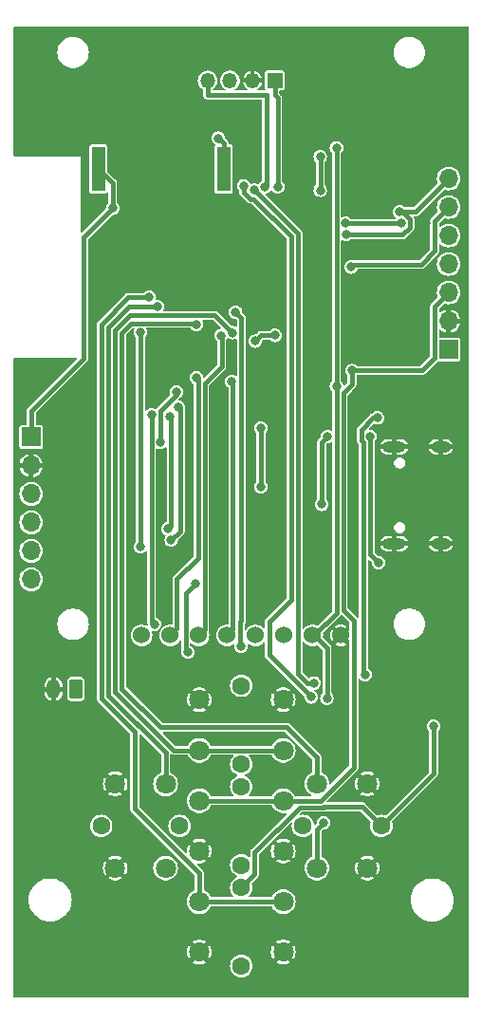
<source format=gtl>
G04 #@! TF.GenerationSoftware,KiCad,Pcbnew,7.0.7*
G04 #@! TF.CreationDate,2023-10-29T22:41:13+02:00*
G04 #@! TF.ProjectId,dif-pressure-meter,6469662d-7072-4657-9373-7572652d6d65,rev?*
G04 #@! TF.SameCoordinates,Original*
G04 #@! TF.FileFunction,Copper,L1,Top*
G04 #@! TF.FilePolarity,Positive*
%FSLAX46Y46*%
G04 Gerber Fmt 4.6, Leading zero omitted, Abs format (unit mm)*
G04 Created by KiCad (PCBNEW 7.0.7) date 2023-10-29 22:41:13*
%MOMM*%
%LPD*%
G01*
G04 APERTURE LIST*
G04 Aperture macros list*
%AMRoundRect*
0 Rectangle with rounded corners*
0 $1 Rounding radius*
0 $2 $3 $4 $5 $6 $7 $8 $9 X,Y pos of 4 corners*
0 Add a 4 corners polygon primitive as box body*
4,1,4,$2,$3,$4,$5,$6,$7,$8,$9,$2,$3,0*
0 Add four circle primitives for the rounded corners*
1,1,$1+$1,$2,$3*
1,1,$1+$1,$4,$5*
1,1,$1+$1,$6,$7*
1,1,$1+$1,$8,$9*
0 Add four rect primitives between the rounded corners*
20,1,$1+$1,$2,$3,$4,$5,0*
20,1,$1+$1,$4,$5,$6,$7,0*
20,1,$1+$1,$6,$7,$8,$9,0*
20,1,$1+$1,$8,$9,$2,$3,0*%
G04 Aperture macros list end*
G04 #@! TA.AperFunction,ComponentPad*
%ADD10C,1.600000*%
G04 #@! TD*
G04 #@! TA.AperFunction,ComponentPad*
%ADD11C,1.800000*%
G04 #@! TD*
G04 #@! TA.AperFunction,ComponentPad*
%ADD12R,1.350000X1.350000*%
G04 #@! TD*
G04 #@! TA.AperFunction,ComponentPad*
%ADD13O,1.350000X1.350000*%
G04 #@! TD*
G04 #@! TA.AperFunction,SMDPad,CuDef*
%ADD14R,1.200000X4.000000*%
G04 #@! TD*
G04 #@! TA.AperFunction,ComponentPad*
%ADD15C,1.524000*%
G04 #@! TD*
G04 #@! TA.AperFunction,ComponentPad*
%ADD16R,1.700000X1.700000*%
G04 #@! TD*
G04 #@! TA.AperFunction,ComponentPad*
%ADD17O,1.700000X1.700000*%
G04 #@! TD*
G04 #@! TA.AperFunction,ComponentPad*
%ADD18O,1.800000X1.000000*%
G04 #@! TD*
G04 #@! TA.AperFunction,ComponentPad*
%ADD19O,2.100000X1.000000*%
G04 #@! TD*
G04 #@! TA.AperFunction,ComponentPad*
%ADD20RoundRect,0.250000X0.350000X0.625000X-0.350000X0.625000X-0.350000X-0.625000X0.350000X-0.625000X0*%
G04 #@! TD*
G04 #@! TA.AperFunction,ComponentPad*
%ADD21O,1.200000X1.750000*%
G04 #@! TD*
G04 #@! TA.AperFunction,ViaPad*
%ADD22C,0.800000*%
G04 #@! TD*
G04 #@! TA.AperFunction,Conductor*
%ADD23C,0.400000*%
G04 #@! TD*
G04 APERTURE END LIST*
D10*
X123750000Y-106500000D03*
X129250000Y-94000000D03*
X129250000Y-103000000D03*
X129250000Y-112000000D03*
X141750000Y-106500000D03*
D11*
X118000000Y-102750000D03*
X118000000Y-110250000D03*
X125500000Y-95250000D03*
X125500000Y-108750000D03*
X125500000Y-117750000D03*
X133000000Y-95250000D03*
X133000000Y-108750000D03*
X133000000Y-117750000D03*
X140500000Y-102750000D03*
X140500000Y-110250000D03*
D10*
X129250000Y-110000000D03*
D11*
X125500000Y-104250000D03*
X133000000Y-104250000D03*
D10*
X129250000Y-101000000D03*
D11*
X125500000Y-99750000D03*
X133000000Y-99750000D03*
D10*
X134750000Y-106500000D03*
D11*
X136000000Y-102750000D03*
X136000000Y-110250000D03*
D10*
X129250000Y-119000000D03*
D11*
X125500000Y-113250000D03*
X133000000Y-113250000D03*
D10*
X116750000Y-106500000D03*
D11*
X122500000Y-102750000D03*
X122500000Y-110250000D03*
D12*
X132250000Y-40000000D03*
D13*
X130250000Y-40000000D03*
X128250000Y-40000000D03*
X126250000Y-40000000D03*
D14*
X127700000Y-47900000D03*
X116500000Y-47900000D03*
D15*
X138140000Y-89500000D03*
X135600000Y-89500000D03*
X133060000Y-89500000D03*
X130520000Y-89500000D03*
X127980000Y-89500000D03*
X125440000Y-89500000D03*
X122900000Y-89500000D03*
X120360000Y-89500000D03*
D16*
X147750000Y-64000000D03*
D17*
X147750000Y-61460000D03*
X147750000Y-58920000D03*
X147750000Y-56380000D03*
X147750000Y-53840000D03*
X147750000Y-51300000D03*
X147750000Y-48760000D03*
D18*
X147075000Y-72680000D03*
D19*
X142895000Y-72680000D03*
D18*
X147075000Y-81320000D03*
D19*
X142895000Y-81320000D03*
D16*
X110500000Y-71800000D03*
D17*
X110500000Y-74340000D03*
X110500000Y-76880000D03*
X110500000Y-79420000D03*
X110500000Y-81960000D03*
X110500000Y-84500000D03*
D20*
X114500000Y-94300000D03*
D21*
X112500000Y-94300000D03*
D22*
X130600000Y-98700000D03*
X134000000Y-102100000D03*
X136600000Y-106200000D03*
X140750000Y-71750000D03*
X141500000Y-83000000D03*
X136950500Y-71750000D03*
X136434668Y-77815332D03*
X113750000Y-68500000D03*
X136400000Y-65500000D03*
X138900000Y-51500000D03*
X123750000Y-82750000D03*
X130250000Y-106250000D03*
X115800000Y-91600000D03*
X111250000Y-67500000D03*
X144600000Y-83700000D03*
X143700000Y-55600000D03*
X124800000Y-101900000D03*
X119600000Y-91300000D03*
X122250000Y-36500000D03*
X132600000Y-60200000D03*
X141700000Y-119100000D03*
X144750000Y-49750000D03*
X135500000Y-86000000D03*
X121600000Y-113800000D03*
X110750000Y-36500000D03*
X135250000Y-80000000D03*
X111900000Y-104500000D03*
X137500000Y-99000000D03*
X129200000Y-51000000D03*
X124500000Y-68500000D03*
X115250000Y-84250000D03*
X137000000Y-37000000D03*
X130250000Y-68750000D03*
X118200000Y-100700000D03*
X124400000Y-50400000D03*
X110500000Y-89250000D03*
X135600000Y-83800000D03*
X146100000Y-77200000D03*
X111600000Y-120100000D03*
X136400000Y-60100000D03*
X139900000Y-107500000D03*
X145250000Y-47500000D03*
X145000000Y-44900000D03*
X133800000Y-39800000D03*
X120200000Y-48900000D03*
X124000000Y-66750000D03*
X141200000Y-68499500D03*
X148250000Y-36750000D03*
X136000000Y-113500000D03*
X126700000Y-90500000D03*
X129600000Y-114800000D03*
X122400000Y-57600000D03*
X145000000Y-57250000D03*
X130400000Y-96800000D03*
X116000000Y-56750000D03*
X121000000Y-104400000D03*
X141100000Y-89200000D03*
X110750000Y-43500000D03*
X148100000Y-92800000D03*
X142100000Y-51300000D03*
X113800000Y-108000000D03*
X119400000Y-66500000D03*
X145700000Y-52750000D03*
X136500000Y-51700000D03*
X134400000Y-43300000D03*
X140300000Y-93000000D03*
X141400000Y-70100500D03*
X138613994Y-53747420D03*
X143400500Y-51715332D03*
X131000000Y-76250000D03*
X131000000Y-71000000D03*
X137750000Y-46000000D03*
X117770000Y-51400000D03*
X136900000Y-95100000D03*
X137750000Y-67250000D03*
X125127832Y-84877832D03*
X124500000Y-91000000D03*
X139125000Y-65875000D03*
X138549500Y-52750000D03*
X143500000Y-52750000D03*
X130500000Y-63250000D03*
X132260332Y-62739668D03*
X139058557Y-56641917D03*
X123467096Y-67782904D03*
X122049500Y-72299500D03*
X146400000Y-97600000D03*
X120250000Y-81612008D03*
X120250000Y-62450500D03*
X123648428Y-69154761D03*
X123000000Y-80999503D03*
X122700000Y-80000000D03*
X122849000Y-69950500D03*
X131366187Y-49512679D03*
X132500000Y-49500000D03*
X129476220Y-49386889D03*
X135500000Y-95000000D03*
X130399988Y-49768540D03*
X135750000Y-93750000D03*
X128450500Y-62500000D03*
X125250000Y-61750000D03*
X121049500Y-59351000D03*
X121750000Y-60150500D03*
X127209576Y-45143314D03*
X127459025Y-62750000D03*
X128400000Y-66858922D03*
X125250000Y-66500000D03*
X129250000Y-90500000D03*
X128750000Y-60660500D03*
X121250000Y-69800000D03*
X121500000Y-88500000D03*
X136300000Y-46800000D03*
X136300000Y-49800000D03*
D23*
X136000000Y-100400000D02*
X136000000Y-102750000D01*
X133300000Y-97700000D02*
X136000000Y-100400000D01*
X122048528Y-97700000D02*
X133300000Y-97700000D01*
X118600000Y-62498528D02*
X118600000Y-94251472D01*
X119448028Y-61650500D02*
X118600000Y-62498528D01*
X125150500Y-61650500D02*
X119448028Y-61650500D01*
X125250000Y-61750000D02*
X125150500Y-61650500D01*
X118600000Y-94251472D02*
X122048528Y-97700000D01*
X136000000Y-106800000D02*
X136000000Y-110250000D01*
X136600000Y-106200000D02*
X136000000Y-106800000D01*
X136587006Y-104850000D02*
X134450000Y-104850000D01*
X134450000Y-104850000D02*
X130450000Y-108850000D01*
X136637006Y-104800000D02*
X136587006Y-104850000D01*
X140050000Y-104800000D02*
X136637006Y-104800000D01*
X141750000Y-106500000D02*
X140050000Y-104800000D01*
X130450000Y-108850000D02*
X130450000Y-110800000D01*
X130450000Y-110800000D02*
X129250000Y-112000000D01*
X125500000Y-99750000D02*
X133000000Y-99750000D01*
X119750000Y-98098528D02*
X119750000Y-104950000D01*
X116750000Y-61750000D02*
X116750000Y-95098528D01*
X119149000Y-59351000D02*
X116750000Y-61750000D01*
X116750000Y-95098528D02*
X119750000Y-98098528D01*
X125500000Y-110700000D02*
X125500000Y-113250000D01*
X121049500Y-59351000D02*
X119149000Y-59351000D01*
X119750000Y-104950000D02*
X125500000Y-110700000D01*
X118000000Y-94500000D02*
X123250000Y-99750000D01*
X119300000Y-60950000D02*
X118000000Y-62250000D01*
X118000000Y-62250000D02*
X118000000Y-94500000D01*
X126900500Y-60950000D02*
X119300000Y-60950000D01*
X123250000Y-99750000D02*
X125500000Y-99750000D01*
X128450500Y-62500000D02*
X126900500Y-60950000D01*
X125500000Y-113250000D02*
X133000000Y-113250000D01*
X133000000Y-104250000D02*
X125500000Y-104250000D01*
X138350000Y-87218155D02*
X139302000Y-88170155D01*
X138350000Y-67900000D02*
X138350000Y-87218155D01*
X139125000Y-67125000D02*
X138350000Y-67900000D01*
X139302000Y-101286478D02*
X136338478Y-104250000D01*
X139125000Y-65875000D02*
X139125000Y-67125000D01*
X139302000Y-88170155D02*
X139302000Y-101286478D01*
X136338478Y-104250000D02*
X133000000Y-104250000D01*
X140750000Y-82250000D02*
X141500000Y-83000000D01*
X140750000Y-71750000D02*
X140750000Y-82250000D01*
X136434668Y-72265832D02*
X136950500Y-71750000D01*
X136434668Y-77815332D02*
X136434668Y-72265832D01*
X141400000Y-70100500D02*
X141018129Y-70100500D01*
X139950000Y-72081371D02*
X140150000Y-72281371D01*
X140150000Y-72281371D02*
X140150000Y-92850000D01*
X141018129Y-70100500D02*
X139950000Y-71168629D01*
X140150000Y-92850000D02*
X140300000Y-93000000D01*
X139950000Y-71168629D02*
X139950000Y-72081371D01*
X144300000Y-52418629D02*
X144300000Y-53100000D01*
X143400500Y-51715332D02*
X143596703Y-51715332D01*
X144300000Y-53100000D02*
X143652580Y-53747420D01*
X143596703Y-51715332D02*
X144300000Y-52418629D01*
X143400500Y-51715332D02*
X144794668Y-51715332D01*
X143652580Y-53747420D02*
X138613994Y-53747420D01*
X144794668Y-51715332D02*
X147750000Y-48760000D01*
X135750000Y-89500000D02*
X135600000Y-89500000D01*
X117770000Y-51400000D02*
X117770000Y-49170000D01*
X117770000Y-49170000D02*
X116500000Y-47900000D01*
X137750000Y-46000000D02*
X137750000Y-66750000D01*
X110500000Y-69500000D02*
X110500000Y-71800000D01*
X115200000Y-64800000D02*
X110500000Y-69500000D01*
X136900000Y-95100000D02*
X136900000Y-90650000D01*
X137750000Y-66750000D02*
X137750000Y-67250000D01*
X131000000Y-76250000D02*
X131000000Y-71000000D01*
X137750000Y-67250000D02*
X137750000Y-87500000D01*
X137750000Y-87500000D02*
X135750000Y-89500000D01*
X117770000Y-51400000D02*
X115200000Y-53970000D01*
X136900000Y-90650000D02*
X135750000Y-89500000D01*
X115200000Y-53970000D02*
X115200000Y-64800000D01*
X124278000Y-90778000D02*
X124500000Y-91000000D01*
X125127832Y-84877832D02*
X124278000Y-85727664D01*
X124278000Y-85727664D02*
X124278000Y-90778000D01*
X146500000Y-64750000D02*
X146500000Y-60170000D01*
X146500000Y-60170000D02*
X147750000Y-58920000D01*
X139125000Y-65875000D02*
X145375000Y-65875000D01*
X145375000Y-65875000D02*
X146500000Y-64750000D01*
X138549500Y-52750000D02*
X143500000Y-52750000D01*
X145300000Y-56400000D02*
X146500000Y-55200000D01*
X146500000Y-52550000D02*
X147750000Y-51300000D01*
X139300474Y-56400000D02*
X145300000Y-56400000D01*
X139058557Y-56641917D02*
X139300474Y-56400000D01*
X132260332Y-62739668D02*
X131010332Y-62739668D01*
X131010332Y-62739668D02*
X130500000Y-63250000D01*
X146500000Y-55200000D02*
X146500000Y-52550000D01*
X122049500Y-69450500D02*
X122049500Y-72299500D01*
X123467096Y-68032904D02*
X122049500Y-69450500D01*
X123467096Y-67782904D02*
X123467096Y-68032904D01*
X146400000Y-97600000D02*
X146400000Y-101850000D01*
X146400000Y-101850000D02*
X141750000Y-106500000D01*
X120250000Y-62450500D02*
X120250000Y-67618629D01*
X120250000Y-67618629D02*
X120250000Y-81612008D01*
X123800000Y-80199503D02*
X123000000Y-80999503D01*
X123648428Y-69154761D02*
X123800000Y-69306333D01*
X123800000Y-69306333D02*
X123800000Y-80199503D01*
X123000000Y-79700000D02*
X123000000Y-70101500D01*
X123000000Y-70101500D02*
X122849000Y-69950500D01*
X122700000Y-80000000D02*
X123000000Y-79700000D01*
X126300000Y-41300000D02*
X126250000Y-41250000D01*
X126250000Y-41250000D02*
X126250000Y-40000000D01*
X131500000Y-49378866D02*
X131500000Y-41300000D01*
X131366187Y-49512679D02*
X131500000Y-49378866D01*
X131500000Y-41300000D02*
X126300000Y-41300000D01*
X132250000Y-41325000D02*
X132250000Y-40000000D01*
X132500000Y-49500000D02*
X132500000Y-41575000D01*
X132500000Y-41575000D02*
X132250000Y-41325000D01*
X133700000Y-86331371D02*
X131750000Y-88281371D01*
X129476220Y-49386889D02*
X129476220Y-49976143D01*
X131750000Y-88281371D02*
X131750000Y-91250000D01*
X131750000Y-91250000D02*
X135500000Y-95000000D01*
X133700000Y-53917080D02*
X133700000Y-86331371D01*
X130351460Y-50568540D02*
X133700000Y-53917080D01*
X129476220Y-49976143D02*
X130068617Y-50568540D01*
X130068617Y-50568540D02*
X130351460Y-50568540D01*
X130399988Y-49768540D02*
X134300000Y-53668552D01*
X134300000Y-92931371D02*
X135118629Y-93750000D01*
X134300000Y-53668552D02*
X134300000Y-92931371D01*
X135118629Y-93750000D02*
X135750000Y-93750000D01*
X121750000Y-60150500D02*
X119198028Y-60150500D01*
X122500000Y-100000000D02*
X122500000Y-102750000D01*
X117350000Y-94850000D02*
X122500000Y-100000000D01*
X117350000Y-61998528D02*
X117350000Y-94850000D01*
X119198028Y-60150500D02*
X117350000Y-61998528D01*
X127700000Y-45633738D02*
X127700000Y-47900000D01*
X127209576Y-45143314D02*
X127700000Y-45633738D01*
X127500000Y-62790975D02*
X127500000Y-65500000D01*
X125980457Y-67019543D02*
X125980457Y-88959543D01*
X127459025Y-62750000D02*
X127500000Y-62790975D01*
X125980457Y-88959543D02*
X125440000Y-89500000D01*
X127500000Y-65500000D02*
X125980457Y-67019543D01*
X128500000Y-88980000D02*
X127980000Y-89500000D01*
X128400000Y-66858922D02*
X128500000Y-66958922D01*
X128500000Y-66958922D02*
X128500000Y-88980000D01*
X125380457Y-66630457D02*
X125380457Y-82619543D01*
X125380457Y-82619543D02*
X123500000Y-84500000D01*
X123500000Y-84500000D02*
X123500000Y-88900000D01*
X123500000Y-88900000D02*
X122900000Y-89500000D01*
X125250000Y-66500000D02*
X125380457Y-66630457D01*
X129142000Y-88317724D02*
X129250000Y-88209724D01*
X129250000Y-61160500D02*
X128750000Y-60660500D01*
X129250000Y-88209724D02*
X129250000Y-61160500D01*
X129250000Y-90500000D02*
X129142000Y-90392000D01*
X129142000Y-90392000D02*
X129142000Y-88317724D01*
X121250000Y-69800000D02*
X121250000Y-88250000D01*
X121250000Y-88250000D02*
X121500000Y-88500000D01*
X136300000Y-49800000D02*
X136300000Y-46800000D01*
G04 #@! TA.AperFunction,Conductor*
G36*
X120261500Y-98331459D02*
G01*
X120276826Y-98343219D01*
X122077825Y-100144218D01*
X122099217Y-100190094D01*
X122099499Y-100196544D01*
X122099499Y-101674266D01*
X122082186Y-101721832D01*
X122052232Y-101743268D01*
X122007374Y-101760647D01*
X122007367Y-101760650D01*
X122007363Y-101760652D01*
X122007358Y-101760654D01*
X122007358Y-101760655D01*
X121833958Y-101868019D01*
X121833957Y-101868019D01*
X121683235Y-102005420D01*
X121683234Y-102005421D01*
X121560329Y-102168174D01*
X121560328Y-102168177D01*
X121469418Y-102350750D01*
X121469416Y-102350755D01*
X121413602Y-102546917D01*
X121413601Y-102546923D01*
X121394785Y-102749996D01*
X121394785Y-102750003D01*
X121413601Y-102953076D01*
X121413602Y-102953082D01*
X121469366Y-103149067D01*
X121469418Y-103149250D01*
X121560327Y-103331821D01*
X121560328Y-103331822D01*
X121560329Y-103331825D01*
X121683234Y-103494578D01*
X121683235Y-103494579D01*
X121820636Y-103619836D01*
X121833959Y-103631981D01*
X122007363Y-103739348D01*
X122197544Y-103813024D01*
X122398024Y-103850500D01*
X122398026Y-103850500D01*
X122601974Y-103850500D01*
X122601976Y-103850500D01*
X122802456Y-103813024D01*
X122992637Y-103739348D01*
X123166041Y-103631981D01*
X123316764Y-103494579D01*
X123439673Y-103331821D01*
X123530582Y-103149250D01*
X123586397Y-102953083D01*
X123586407Y-102952984D01*
X123605215Y-102750003D01*
X123605215Y-102749996D01*
X123586398Y-102546923D01*
X123586397Y-102546917D01*
X123576279Y-102511358D01*
X123530582Y-102350750D01*
X123439673Y-102168179D01*
X123439670Y-102168175D01*
X123439670Y-102168174D01*
X123316765Y-102005421D01*
X123316764Y-102005420D01*
X123166041Y-101868019D01*
X123034491Y-101786567D01*
X122992637Y-101760652D01*
X122974743Y-101753720D01*
X122947767Y-101743269D01*
X122909667Y-101709942D01*
X122900499Y-101674266D01*
X122900499Y-100850499D01*
X122900499Y-100142165D01*
X122917812Y-100094602D01*
X122961649Y-100069292D01*
X123008094Y-100076233D01*
X123011655Y-100078047D01*
X123011658Y-100078050D01*
X123034906Y-100089895D01*
X123044803Y-100095960D01*
X123065909Y-100111296D01*
X123077814Y-100115163D01*
X123090721Y-100119357D01*
X123101449Y-100123801D01*
X123124691Y-100135644D01*
X123124693Y-100135644D01*
X123124696Y-100135646D01*
X123150464Y-100139726D01*
X123161754Y-100142436D01*
X123186567Y-100150499D01*
X123216950Y-100150499D01*
X123216974Y-100150500D01*
X123218481Y-100150500D01*
X124424221Y-100150500D01*
X124471787Y-100167813D01*
X124490463Y-100191515D01*
X124560327Y-100331822D01*
X124560329Y-100331825D01*
X124683234Y-100494578D01*
X124683235Y-100494579D01*
X124788011Y-100590094D01*
X124833959Y-100631981D01*
X125007363Y-100739348D01*
X125197544Y-100813024D01*
X125398024Y-100850500D01*
X125398026Y-100850500D01*
X125601974Y-100850500D01*
X125601976Y-100850500D01*
X125802456Y-100813024D01*
X125992637Y-100739348D01*
X126166041Y-100631981D01*
X126316764Y-100494579D01*
X126439673Y-100331821D01*
X126509536Y-100191515D01*
X126546237Y-100156653D01*
X126575779Y-100150500D01*
X128501207Y-100150500D01*
X128548773Y-100167813D01*
X128574083Y-100211650D01*
X128565293Y-100261500D01*
X128548154Y-100281700D01*
X128539117Y-100289117D01*
X128414089Y-100441463D01*
X128321187Y-100615268D01*
X128263976Y-100803866D01*
X128244659Y-101000000D01*
X128263976Y-101196133D01*
X128321187Y-101384731D01*
X128383644Y-101501578D01*
X128414090Y-101558538D01*
X128539117Y-101710883D01*
X128691462Y-101835910D01*
X128865273Y-101928814D01*
X128866503Y-101929187D01*
X128866909Y-101929491D01*
X128868629Y-101930204D01*
X128868446Y-101930644D01*
X128906995Y-101959563D01*
X128918488Y-102008860D01*
X128895604Y-102054011D01*
X128868558Y-102069626D01*
X128868629Y-102069796D01*
X128867339Y-102070330D01*
X128866503Y-102070812D01*
X128866301Y-102070873D01*
X128865271Y-102071186D01*
X128865270Y-102071187D01*
X128691463Y-102164089D01*
X128539117Y-102289117D01*
X128414089Y-102441463D01*
X128321187Y-102615268D01*
X128263976Y-102803866D01*
X128244659Y-103000000D01*
X128263976Y-103196133D01*
X128321187Y-103384731D01*
X128379903Y-103494579D01*
X128414090Y-103558538D01*
X128539117Y-103710883D01*
X128548153Y-103718298D01*
X128573938Y-103761856D01*
X128565693Y-103811799D01*
X128527273Y-103844757D01*
X128501207Y-103849500D01*
X126575779Y-103849500D01*
X126528213Y-103832187D01*
X126509537Y-103808485D01*
X126439672Y-103668177D01*
X126439670Y-103668174D01*
X126316765Y-103505421D01*
X126316764Y-103505420D01*
X126166041Y-103368019D01*
X126166041Y-103368018D01*
X125992637Y-103260652D01*
X125802456Y-103186976D01*
X125714407Y-103170516D01*
X125601979Y-103149500D01*
X125601976Y-103149500D01*
X125398024Y-103149500D01*
X125398020Y-103149500D01*
X125261867Y-103174952D01*
X125197544Y-103186976D01*
X125197542Y-103186976D01*
X125197540Y-103186977D01*
X125047105Y-103245256D01*
X125007363Y-103260652D01*
X125007358Y-103260654D01*
X125007358Y-103260655D01*
X124833958Y-103368019D01*
X124833957Y-103368019D01*
X124683235Y-103505420D01*
X124683234Y-103505421D01*
X124560329Y-103668174D01*
X124560328Y-103668177D01*
X124469418Y-103850750D01*
X124469416Y-103850755D01*
X124413602Y-104046917D01*
X124413601Y-104046923D01*
X124394785Y-104249996D01*
X124394785Y-104250003D01*
X124413601Y-104453076D01*
X124413602Y-104453082D01*
X124469416Y-104649244D01*
X124469418Y-104649250D01*
X124560327Y-104831821D01*
X124560328Y-104831822D01*
X124560329Y-104831825D01*
X124683234Y-104994578D01*
X124683235Y-104994579D01*
X124771778Y-105075296D01*
X124833959Y-105131981D01*
X125007363Y-105239348D01*
X125197544Y-105313024D01*
X125398024Y-105350500D01*
X125398026Y-105350500D01*
X125601974Y-105350500D01*
X125601976Y-105350500D01*
X125802456Y-105313024D01*
X125992637Y-105239348D01*
X126166041Y-105131981D01*
X126316764Y-104994579D01*
X126439673Y-104831821D01*
X126509536Y-104691515D01*
X126546237Y-104656653D01*
X126575779Y-104650500D01*
X131924221Y-104650500D01*
X131971787Y-104667813D01*
X131990463Y-104691515D01*
X132060327Y-104831822D01*
X132060329Y-104831825D01*
X132183234Y-104994578D01*
X132183235Y-104994579D01*
X132271778Y-105075296D01*
X132333959Y-105131981D01*
X132507363Y-105239348D01*
X132697544Y-105313024D01*
X132898024Y-105350500D01*
X132898026Y-105350500D01*
X133101974Y-105350500D01*
X133101976Y-105350500D01*
X133212843Y-105329775D01*
X133262779Y-105338052D01*
X133295713Y-105376492D01*
X133296233Y-105427109D01*
X133278765Y-105454841D01*
X130144520Y-108589086D01*
X130144517Y-108589090D01*
X130144516Y-108589091D01*
X130144513Y-108589094D01*
X130121949Y-108611657D01*
X130121949Y-108611659D01*
X130110107Y-108634900D01*
X130104043Y-108644796D01*
X130088703Y-108665911D01*
X130088702Y-108665912D01*
X130080641Y-108690722D01*
X130076200Y-108701446D01*
X130064352Y-108724699D01*
X130064351Y-108724702D01*
X130060270Y-108750467D01*
X130057562Y-108761751D01*
X130049500Y-108786567D01*
X130049499Y-108786569D01*
X130049499Y-108833195D01*
X130049500Y-108833200D01*
X130049500Y-109205383D01*
X130032187Y-109252949D01*
X129988350Y-109278259D01*
X129938500Y-109269469D01*
X129928555Y-109262586D01*
X129913219Y-109250000D01*
X129808538Y-109164090D01*
X129798597Y-109158776D01*
X129634731Y-109071187D01*
X129446133Y-109013976D01*
X129293842Y-108998977D01*
X129250000Y-108994659D01*
X129249999Y-108994659D01*
X129053866Y-109013976D01*
X128865268Y-109071187D01*
X128691463Y-109164089D01*
X128539117Y-109289117D01*
X128414089Y-109441463D01*
X128321187Y-109615268D01*
X128263976Y-109803866D01*
X128244659Y-110000000D01*
X128263976Y-110196133D01*
X128321187Y-110384731D01*
X128404567Y-110540722D01*
X128414090Y-110558538D01*
X128539117Y-110710883D01*
X128691462Y-110835910D01*
X128865273Y-110928814D01*
X128866503Y-110929187D01*
X128866909Y-110929491D01*
X128868629Y-110930204D01*
X128868446Y-110930644D01*
X128906995Y-110959563D01*
X128918488Y-111008860D01*
X128895604Y-111054011D01*
X128868558Y-111069626D01*
X128868629Y-111069796D01*
X128867339Y-111070330D01*
X128866503Y-111070813D01*
X128865271Y-111071186D01*
X128865270Y-111071187D01*
X128691463Y-111164089D01*
X128539117Y-111289117D01*
X128414089Y-111441463D01*
X128321187Y-111615268D01*
X128263976Y-111803866D01*
X128244659Y-112000000D01*
X128263976Y-112196133D01*
X128321187Y-112384731D01*
X128385698Y-112505420D01*
X128414090Y-112558538D01*
X128539117Y-112710883D01*
X128548153Y-112718298D01*
X128573938Y-112761856D01*
X128565693Y-112811799D01*
X128527273Y-112844757D01*
X128501207Y-112849500D01*
X126575779Y-112849500D01*
X126528213Y-112832187D01*
X126509537Y-112808485D01*
X126439672Y-112668177D01*
X126439670Y-112668174D01*
X126316765Y-112505421D01*
X126316764Y-112505420D01*
X126166041Y-112368019D01*
X126056443Y-112300159D01*
X125992637Y-112260652D01*
X125969342Y-112251627D01*
X125947767Y-112243269D01*
X125909667Y-112209942D01*
X125900500Y-112174269D01*
X125900500Y-110668481D01*
X125900500Y-110636567D01*
X125892436Y-110611751D01*
X125889727Y-110600463D01*
X125885646Y-110574695D01*
X125873803Y-110551454D01*
X125869357Y-110540722D01*
X125861296Y-110515910D01*
X125853056Y-110504569D01*
X125845954Y-110494793D01*
X125839895Y-110484906D01*
X125828050Y-110461658D01*
X125806624Y-110440232D01*
X125806615Y-110440222D01*
X125342719Y-109976326D01*
X125321327Y-109930450D01*
X125334428Y-109881555D01*
X125375892Y-109852521D01*
X125395045Y-109850000D01*
X125601928Y-109850000D01*
X125601933Y-109849999D01*
X125802320Y-109812540D01*
X125992408Y-109738900D01*
X125992417Y-109738896D01*
X126124357Y-109657200D01*
X125758289Y-109291132D01*
X125736897Y-109245256D01*
X125749998Y-109196361D01*
X125770616Y-109176548D01*
X125773096Y-109174953D01*
X125773100Y-109174952D01*
X125881761Y-109080798D01*
X125922833Y-109016887D01*
X125963114Y-108986232D01*
X126013675Y-108988641D01*
X126037412Y-109004569D01*
X126407042Y-109374199D01*
X126439244Y-109331558D01*
X126439249Y-109331550D01*
X126530112Y-109149072D01*
X126530115Y-109149062D01*
X126585904Y-108952984D01*
X126604713Y-108750003D01*
X126604713Y-108749996D01*
X126585904Y-108547015D01*
X126530115Y-108350937D01*
X126530113Y-108350932D01*
X126439245Y-108168444D01*
X126407041Y-108125800D01*
X126037411Y-108495430D01*
X125991534Y-108516822D01*
X125942640Y-108503721D01*
X125922833Y-108483112D01*
X125881761Y-108419202D01*
X125881758Y-108419199D01*
X125881757Y-108419198D01*
X125835958Y-108379514D01*
X125773100Y-108325048D01*
X125773098Y-108325047D01*
X125770606Y-108323445D01*
X125769359Y-108321806D01*
X125769101Y-108321583D01*
X125769147Y-108321528D01*
X125739951Y-108283165D01*
X125742360Y-108232603D01*
X125758288Y-108208867D01*
X126124358Y-107842797D01*
X125992417Y-107761104D01*
X125992408Y-107761099D01*
X125802320Y-107687459D01*
X125601933Y-107650000D01*
X125398066Y-107650000D01*
X125197679Y-107687459D01*
X125007591Y-107761099D01*
X125007582Y-107761104D01*
X124875640Y-107842797D01*
X125241710Y-108208867D01*
X125263102Y-108254743D01*
X125250001Y-108303638D01*
X125229400Y-108323440D01*
X125226904Y-108325044D01*
X125118242Y-108419198D01*
X125118235Y-108419207D01*
X125077165Y-108483112D01*
X125036884Y-108513767D01*
X124986322Y-108511358D01*
X124962587Y-108495430D01*
X124592956Y-108125799D01*
X124560756Y-108168439D01*
X124560754Y-108168442D01*
X124469886Y-108350932D01*
X124469884Y-108350937D01*
X124414095Y-108547015D01*
X124395287Y-108749996D01*
X124395287Y-108750004D01*
X124404858Y-108853301D01*
X124392008Y-108902261D01*
X124350693Y-108931507D01*
X124300244Y-108927354D01*
X124278848Y-108912454D01*
X121866394Y-106500000D01*
X122744659Y-106500000D01*
X122763976Y-106696133D01*
X122821187Y-106884731D01*
X122908776Y-107048597D01*
X122914090Y-107058538D01*
X123039117Y-107210883D01*
X123191462Y-107335910D01*
X123268426Y-107377048D01*
X123365268Y-107428812D01*
X123365270Y-107428812D01*
X123365273Y-107428814D01*
X123553868Y-107486024D01*
X123750000Y-107505341D01*
X123946132Y-107486024D01*
X124134727Y-107428814D01*
X124308538Y-107335910D01*
X124460883Y-107210883D01*
X124585910Y-107058538D01*
X124678814Y-106884727D01*
X124736024Y-106696132D01*
X124755341Y-106500000D01*
X124736024Y-106303868D01*
X124678814Y-106115273D01*
X124678812Y-106115270D01*
X124678812Y-106115268D01*
X124598357Y-105964749D01*
X124585910Y-105941462D01*
X124460883Y-105789117D01*
X124308538Y-105664090D01*
X124298597Y-105658776D01*
X124134731Y-105571187D01*
X123946133Y-105513976D01*
X123750000Y-105494659D01*
X123553866Y-105513976D01*
X123365268Y-105571187D01*
X123191463Y-105664089D01*
X123039117Y-105789117D01*
X122914089Y-105941463D01*
X122821187Y-106115268D01*
X122763976Y-106303866D01*
X122744659Y-106500000D01*
X121866394Y-106500000D01*
X120172174Y-104805780D01*
X120150782Y-104759904D01*
X120150500Y-104753454D01*
X120150500Y-98395545D01*
X120167813Y-98347979D01*
X120211650Y-98322669D01*
X120261500Y-98331459D01*
G37*
G04 #@! TD.AperFunction*
G04 #@! TA.AperFunction,Conductor*
G36*
X133151021Y-98117813D02*
G01*
X133155781Y-98122174D01*
X135577826Y-100544219D01*
X135599218Y-100590094D01*
X135599500Y-100596544D01*
X135599500Y-101674266D01*
X135582187Y-101721832D01*
X135552233Y-101743269D01*
X135507365Y-101760651D01*
X135507358Y-101760655D01*
X135333958Y-101868019D01*
X135333957Y-101868019D01*
X135183235Y-102005420D01*
X135183234Y-102005421D01*
X135060329Y-102168174D01*
X135060328Y-102168177D01*
X134969418Y-102350750D01*
X134969416Y-102350755D01*
X134913602Y-102546917D01*
X134913601Y-102546923D01*
X134894785Y-102749996D01*
X134894785Y-102750003D01*
X134913601Y-102953076D01*
X134913602Y-102953082D01*
X134969366Y-103149067D01*
X134969418Y-103149250D01*
X135060327Y-103331821D01*
X135060328Y-103331822D01*
X135060329Y-103331825D01*
X135183234Y-103494578D01*
X135183235Y-103494579D01*
X135320637Y-103619836D01*
X135333959Y-103631981D01*
X135464138Y-103712584D01*
X135495466Y-103752344D01*
X135493907Y-103802939D01*
X135460191Y-103840695D01*
X135425182Y-103849500D01*
X134075779Y-103849500D01*
X134028213Y-103832187D01*
X134009537Y-103808485D01*
X133939672Y-103668177D01*
X133939670Y-103668174D01*
X133816765Y-103505421D01*
X133816764Y-103505420D01*
X133666041Y-103368019D01*
X133666041Y-103368018D01*
X133492637Y-103260652D01*
X133302456Y-103186976D01*
X133214407Y-103170516D01*
X133101979Y-103149500D01*
X133101976Y-103149500D01*
X132898024Y-103149500D01*
X132898020Y-103149500D01*
X132761867Y-103174952D01*
X132697544Y-103186976D01*
X132697542Y-103186976D01*
X132697540Y-103186977D01*
X132547105Y-103245256D01*
X132507363Y-103260652D01*
X132507358Y-103260654D01*
X132507358Y-103260655D01*
X132333958Y-103368019D01*
X132333957Y-103368019D01*
X132183235Y-103505420D01*
X132183234Y-103505421D01*
X132060329Y-103668174D01*
X132060327Y-103668177D01*
X131990463Y-103808485D01*
X131953763Y-103843347D01*
X131924221Y-103849500D01*
X129998793Y-103849500D01*
X129951227Y-103832187D01*
X129925917Y-103788350D01*
X129934707Y-103738500D01*
X129951845Y-103718299D01*
X129960883Y-103710883D01*
X130085910Y-103558538D01*
X130178814Y-103384727D01*
X130236024Y-103196132D01*
X130255341Y-103000000D01*
X130236024Y-102803868D01*
X130178814Y-102615273D01*
X130178812Y-102615270D01*
X130178812Y-102615268D01*
X130119188Y-102503721D01*
X130085910Y-102441462D01*
X129960883Y-102289117D01*
X129808538Y-102164090D01*
X129634729Y-102071187D01*
X129634728Y-102071186D01*
X129634000Y-102070965D01*
X129633499Y-102070813D01*
X129633094Y-102070509D01*
X129631371Y-102069796D01*
X129631553Y-102069354D01*
X129593007Y-102040440D01*
X129581511Y-101991144D01*
X129604392Y-101945992D01*
X129631441Y-101930374D01*
X129631371Y-101930204D01*
X129632665Y-101929667D01*
X129633499Y-101929186D01*
X129634727Y-101928814D01*
X129808538Y-101835910D01*
X129960883Y-101710883D01*
X130085910Y-101558538D01*
X130168187Y-101404608D01*
X130178812Y-101384731D01*
X130178812Y-101384730D01*
X130178814Y-101384727D01*
X130236024Y-101196132D01*
X130255341Y-101000000D01*
X130236024Y-100803868D01*
X130178814Y-100615273D01*
X130178812Y-100615270D01*
X130178812Y-100615268D01*
X130127048Y-100518426D01*
X130085910Y-100441462D01*
X129960883Y-100289117D01*
X129951846Y-100281701D01*
X129926062Y-100238144D01*
X129934307Y-100188201D01*
X129972727Y-100155243D01*
X129998793Y-100150500D01*
X131924221Y-100150500D01*
X131971787Y-100167813D01*
X131990463Y-100191515D01*
X132060327Y-100331822D01*
X132060329Y-100331825D01*
X132183234Y-100494578D01*
X132183235Y-100494579D01*
X132288011Y-100590094D01*
X132333959Y-100631981D01*
X132507363Y-100739348D01*
X132697544Y-100813024D01*
X132898024Y-100850500D01*
X132898026Y-100850500D01*
X133101974Y-100850500D01*
X133101976Y-100850500D01*
X133302456Y-100813024D01*
X133492637Y-100739348D01*
X133666041Y-100631981D01*
X133816764Y-100494579D01*
X133939673Y-100331821D01*
X134030582Y-100149250D01*
X134086397Y-99953083D01*
X134105215Y-99750000D01*
X134086397Y-99546917D01*
X134030582Y-99350750D01*
X133939673Y-99168179D01*
X133939670Y-99168175D01*
X133939670Y-99168174D01*
X133816765Y-99005421D01*
X133816764Y-99005420D01*
X133666041Y-98868019D01*
X133666041Y-98868018D01*
X133492637Y-98760652D01*
X133302456Y-98686976D01*
X133214407Y-98670516D01*
X133101979Y-98649500D01*
X133101976Y-98649500D01*
X132898024Y-98649500D01*
X132898020Y-98649500D01*
X132748116Y-98677522D01*
X132697544Y-98686976D01*
X132697542Y-98686976D01*
X132697540Y-98686977D01*
X132507368Y-98760650D01*
X132507363Y-98760652D01*
X132507358Y-98760654D01*
X132507358Y-98760655D01*
X132333958Y-98868019D01*
X132333957Y-98868019D01*
X132183235Y-99005420D01*
X132183234Y-99005421D01*
X132060329Y-99168174D01*
X132060327Y-99168177D01*
X131990463Y-99308485D01*
X131953763Y-99343347D01*
X131924221Y-99349500D01*
X126575779Y-99349500D01*
X126528213Y-99332187D01*
X126509537Y-99308485D01*
X126439672Y-99168177D01*
X126439670Y-99168174D01*
X126316765Y-99005421D01*
X126316764Y-99005420D01*
X126166041Y-98868019D01*
X126166041Y-98868018D01*
X125992637Y-98760652D01*
X125802456Y-98686976D01*
X125714407Y-98670516D01*
X125601979Y-98649500D01*
X125601976Y-98649500D01*
X125398024Y-98649500D01*
X125398020Y-98649500D01*
X125248116Y-98677522D01*
X125197544Y-98686976D01*
X125197542Y-98686976D01*
X125197540Y-98686977D01*
X125007368Y-98760650D01*
X125007363Y-98760652D01*
X125007358Y-98760654D01*
X125007358Y-98760655D01*
X124833958Y-98868019D01*
X124833957Y-98868019D01*
X124683235Y-99005420D01*
X124683234Y-99005421D01*
X124560329Y-99168174D01*
X124560327Y-99168177D01*
X124490463Y-99308485D01*
X124453763Y-99343347D01*
X124424221Y-99349500D01*
X123446544Y-99349500D01*
X123398978Y-99332187D01*
X123394218Y-99327826D01*
X122293218Y-98226826D01*
X122271826Y-98180950D01*
X122284927Y-98132055D01*
X122326391Y-98103021D01*
X122345544Y-98100500D01*
X133103455Y-98100500D01*
X133151021Y-98117813D01*
G37*
G04 #@! TD.AperFunction*
G04 #@! TA.AperFunction,Conductor*
G36*
X126751521Y-61367813D02*
G01*
X126756281Y-61372174D01*
X127414244Y-62030137D01*
X127435636Y-62076013D01*
X127422535Y-62124908D01*
X127381071Y-62153942D01*
X127371577Y-62155830D01*
X127302264Y-62164955D01*
X127302263Y-62164955D01*
X127156183Y-62225464D01*
X127030745Y-62321715D01*
X127030740Y-62321720D01*
X126934489Y-62447158D01*
X126873980Y-62593238D01*
X126873980Y-62593239D01*
X126853343Y-62750000D01*
X126873980Y-62906760D01*
X126873980Y-62906761D01*
X126934489Y-63052841D01*
X127030742Y-63178281D01*
X127030746Y-63178285D01*
X127070547Y-63208824D01*
X127097746Y-63251515D01*
X127099500Y-63267533D01*
X127099499Y-65303454D01*
X127082186Y-65351020D01*
X127077825Y-65355780D01*
X125970854Y-66462752D01*
X125924978Y-66484144D01*
X125876083Y-66471043D01*
X125847049Y-66429579D01*
X125845161Y-66420085D01*
X125838533Y-66369740D01*
X125835044Y-66343238D01*
X125774536Y-66197159D01*
X125678282Y-66071718D01*
X125678279Y-66071715D01*
X125552841Y-65975464D01*
X125406761Y-65914955D01*
X125250000Y-65894318D01*
X125093239Y-65914955D01*
X125093238Y-65914955D01*
X124947158Y-65975464D01*
X124821720Y-66071715D01*
X124821715Y-66071720D01*
X124725464Y-66197158D01*
X124664955Y-66343238D01*
X124664955Y-66343239D01*
X124644318Y-66500000D01*
X124664955Y-66656760D01*
X124664955Y-66656761D01*
X124725464Y-66802841D01*
X124821715Y-66928279D01*
X124821720Y-66928284D01*
X124951005Y-67027487D01*
X124978203Y-67070178D01*
X124979957Y-67086195D01*
X124979956Y-82422998D01*
X124962643Y-82470564D01*
X124958282Y-82475324D01*
X123194520Y-84239086D01*
X123194517Y-84239090D01*
X123194516Y-84239091D01*
X123194513Y-84239094D01*
X123171949Y-84261657D01*
X123171949Y-84261659D01*
X123160107Y-84284900D01*
X123154043Y-84294796D01*
X123138703Y-84315911D01*
X123138702Y-84315912D01*
X123130641Y-84340722D01*
X123126200Y-84351446D01*
X123114352Y-84374699D01*
X123114351Y-84374702D01*
X123110270Y-84400467D01*
X123107562Y-84411751D01*
X123099500Y-84436567D01*
X123099499Y-84436569D01*
X123099499Y-84483195D01*
X123099500Y-84483200D01*
X123099500Y-88470846D01*
X123082187Y-88518412D01*
X123038350Y-88543722D01*
X123018250Y-88544489D01*
X122900000Y-88532843D01*
X122711314Y-88551427D01*
X122592812Y-88587374D01*
X122529885Y-88606463D01*
X122529882Y-88606464D01*
X122529880Y-88606465D01*
X122362676Y-88695837D01*
X122216118Y-88816116D01*
X122216116Y-88816118D01*
X122095837Y-88962676D01*
X122006465Y-89129880D01*
X122006464Y-89129882D01*
X122006463Y-89129885D01*
X121991047Y-89180706D01*
X121951427Y-89311314D01*
X121932843Y-89500000D01*
X121951427Y-89688685D01*
X121957000Y-89707055D01*
X122006463Y-89870115D01*
X122006464Y-89870118D01*
X122006465Y-89870119D01*
X122095837Y-90037323D01*
X122110421Y-90055093D01*
X122216117Y-90183883D01*
X122362676Y-90304162D01*
X122529885Y-90393537D01*
X122711317Y-90448573D01*
X122900000Y-90467157D01*
X123088683Y-90448573D01*
X123270115Y-90393537D01*
X123437324Y-90304162D01*
X123583883Y-90183883D01*
X123704162Y-90037324D01*
X123738238Y-89973571D01*
X123775929Y-89939783D01*
X123826520Y-89938127D01*
X123866341Y-89969378D01*
X123877500Y-90008455D01*
X123877499Y-90841431D01*
X123877500Y-90841432D01*
X123877500Y-90841433D01*
X123878087Y-90843239D01*
X123885562Y-90866249D01*
X123888270Y-90877533D01*
X123892351Y-90903296D01*
X123892354Y-90903305D01*
X123893601Y-90905752D01*
X123894107Y-90908697D01*
X123894153Y-90908839D01*
X123894132Y-90908845D01*
X123901031Y-90949000D01*
X123894318Y-90999998D01*
X123894318Y-90999999D01*
X123914955Y-91156760D01*
X123914955Y-91156761D01*
X123975464Y-91302841D01*
X124071715Y-91428279D01*
X124071720Y-91428284D01*
X124079287Y-91434090D01*
X124197159Y-91524536D01*
X124343238Y-91585044D01*
X124500000Y-91605682D01*
X124656762Y-91585044D01*
X124802841Y-91524536D01*
X124928282Y-91428282D01*
X125024536Y-91302841D01*
X125085044Y-91156762D01*
X125105682Y-91000000D01*
X125085044Y-90843238D01*
X125024536Y-90697159D01*
X124992451Y-90655345D01*
X124928284Y-90571720D01*
X124928279Y-90571715D01*
X124802841Y-90475464D01*
X124724181Y-90442881D01*
X124686861Y-90408683D01*
X124678500Y-90374514D01*
X124678500Y-90276644D01*
X124695813Y-90229078D01*
X124739650Y-90203768D01*
X124789500Y-90212558D01*
X124799441Y-90219439D01*
X124902676Y-90304162D01*
X125069885Y-90393537D01*
X125251317Y-90448573D01*
X125440000Y-90467157D01*
X125628683Y-90448573D01*
X125810115Y-90393537D01*
X125977324Y-90304162D01*
X126123883Y-90183883D01*
X126244162Y-90037324D01*
X126333537Y-89870115D01*
X126388573Y-89688683D01*
X126407157Y-89500000D01*
X126388573Y-89311317D01*
X126346407Y-89172313D01*
X126346842Y-89127968D01*
X126347780Y-89125082D01*
X126349816Y-89118815D01*
X126354259Y-89108091D01*
X126366103Y-89084847D01*
X126370183Y-89059079D01*
X126372895Y-89047788D01*
X126380956Y-89022979D01*
X126380957Y-89022976D01*
X126380957Y-88896110D01*
X126380957Y-67216086D01*
X126398270Y-67168520D01*
X126402620Y-67163771D01*
X127805483Y-65760909D01*
X127828050Y-65738342D01*
X127839893Y-65715097D01*
X127845964Y-65705190D01*
X127861296Y-65684090D01*
X127869358Y-65659273D01*
X127873798Y-65648555D01*
X127885646Y-65625304D01*
X127889726Y-65599537D01*
X127892438Y-65588241D01*
X127900499Y-65563435D01*
X127900499Y-65533050D01*
X127900500Y-65533025D01*
X127900500Y-63186207D01*
X127915791Y-63141159D01*
X127983561Y-63052841D01*
X127995129Y-63024911D01*
X128029325Y-62987592D01*
X128079511Y-62980984D01*
X128108542Y-62994520D01*
X128147659Y-63024536D01*
X128293738Y-63085044D01*
X128450500Y-63105682D01*
X128607262Y-63085044D01*
X128747182Y-63027086D01*
X128797752Y-63024879D01*
X128837911Y-63055694D01*
X128849500Y-63095454D01*
X128849500Y-66296864D01*
X128832187Y-66344430D01*
X128788350Y-66369740D01*
X128738500Y-66360950D01*
X128730452Y-66355572D01*
X128702841Y-66334386D01*
X128556761Y-66273877D01*
X128400000Y-66253240D01*
X128243239Y-66273877D01*
X128243238Y-66273877D01*
X128097158Y-66334386D01*
X127971720Y-66430637D01*
X127971715Y-66430642D01*
X127875464Y-66556080D01*
X127814955Y-66702160D01*
X127814955Y-66702161D01*
X127794318Y-66858922D01*
X127814955Y-67015682D01*
X127814955Y-67015683D01*
X127875464Y-67161763D01*
X127971715Y-67287201D01*
X127971720Y-67287206D01*
X128070548Y-67363039D01*
X128097746Y-67405730D01*
X128099500Y-67421747D01*
X128099500Y-88462965D01*
X128082187Y-88510531D01*
X128038350Y-88535841D01*
X128018249Y-88536609D01*
X127980001Y-88532843D01*
X127980000Y-88532843D01*
X127941764Y-88536609D01*
X127791315Y-88551427D01*
X127690327Y-88582061D01*
X127609885Y-88606463D01*
X127609882Y-88606464D01*
X127609880Y-88606465D01*
X127442676Y-88695837D01*
X127296118Y-88816116D01*
X127296116Y-88816118D01*
X127175837Y-88962676D01*
X127086465Y-89129880D01*
X127086464Y-89129882D01*
X127086463Y-89129885D01*
X127071047Y-89180706D01*
X127031427Y-89311314D01*
X127012843Y-89500000D01*
X127031427Y-89688685D01*
X127037000Y-89707055D01*
X127086463Y-89870115D01*
X127086464Y-89870118D01*
X127086465Y-89870119D01*
X127175837Y-90037323D01*
X127190421Y-90055093D01*
X127296117Y-90183883D01*
X127442676Y-90304162D01*
X127609885Y-90393537D01*
X127791317Y-90448573D01*
X127980000Y-90467157D01*
X128168683Y-90448573D01*
X128350115Y-90393537D01*
X128517324Y-90304162D01*
X128543852Y-90282390D01*
X128591603Y-90265597D01*
X128638978Y-90283427D01*
X128663808Y-90327537D01*
X128664164Y-90349252D01*
X128644318Y-90499999D01*
X128664955Y-90656760D01*
X128664955Y-90656761D01*
X128725464Y-90802841D01*
X128821715Y-90928279D01*
X128821720Y-90928284D01*
X128848718Y-90949000D01*
X128947159Y-91024536D01*
X129093238Y-91085044D01*
X129250000Y-91105682D01*
X129406762Y-91085044D01*
X129552841Y-91024536D01*
X129678282Y-90928282D01*
X129774536Y-90802841D01*
X129835044Y-90656762D01*
X129855682Y-90500000D01*
X129835835Y-90349249D01*
X129846791Y-90299833D01*
X129886950Y-90269018D01*
X129937520Y-90271226D01*
X129956146Y-90282389D01*
X129982676Y-90304162D01*
X130149885Y-90393537D01*
X130331317Y-90448573D01*
X130520000Y-90467157D01*
X130708683Y-90448573D01*
X130890115Y-90393537D01*
X131057324Y-90304162D01*
X131203883Y-90183883D01*
X131218299Y-90166316D01*
X131261852Y-90140532D01*
X131311795Y-90148776D01*
X131344755Y-90187194D01*
X131349499Y-90213263D01*
X131349500Y-91186567D01*
X131349500Y-91313432D01*
X131357562Y-91338249D01*
X131360270Y-91349533D01*
X131364351Y-91375296D01*
X131364353Y-91375302D01*
X131376198Y-91398549D01*
X131380641Y-91409277D01*
X131388702Y-91434088D01*
X131388703Y-91434089D01*
X131404038Y-91455197D01*
X131410103Y-91465094D01*
X131421949Y-91488341D01*
X131443523Y-91509915D01*
X131443537Y-91509930D01*
X134873084Y-94939477D01*
X134894476Y-94985353D01*
X134894264Y-94995151D01*
X134894318Y-94995151D01*
X134894318Y-95000000D01*
X134914955Y-95156760D01*
X134914955Y-95156761D01*
X134975464Y-95302841D01*
X135071715Y-95428279D01*
X135071720Y-95428284D01*
X135143257Y-95483176D01*
X135197159Y-95524536D01*
X135343238Y-95585044D01*
X135500000Y-95605682D01*
X135656762Y-95585044D01*
X135802841Y-95524536D01*
X135928282Y-95428282D01*
X136024536Y-95302841D01*
X136085044Y-95156762D01*
X136105682Y-95000000D01*
X136085044Y-94843238D01*
X136024536Y-94697159D01*
X135972930Y-94629905D01*
X135928284Y-94571720D01*
X135928279Y-94571715D01*
X135803594Y-94476042D01*
X135776396Y-94433351D01*
X135783003Y-94383165D01*
X135820323Y-94348967D01*
X135838981Y-94343967D01*
X135906762Y-94335044D01*
X136052841Y-94274536D01*
X136178282Y-94178282D01*
X136274536Y-94052841D01*
X136335044Y-93906762D01*
X136352133Y-93776955D01*
X136365891Y-93750525D01*
X136355963Y-93738693D01*
X136352133Y-93723043D01*
X136335044Y-93593239D01*
X136335044Y-93593238D01*
X136331650Y-93585044D01*
X136274536Y-93447159D01*
X136202173Y-93352853D01*
X136178284Y-93321720D01*
X136178279Y-93321715D01*
X136052841Y-93225464D01*
X135906761Y-93164955D01*
X135770637Y-93147034D01*
X135750000Y-93144318D01*
X135749999Y-93144318D01*
X135593239Y-93164955D01*
X135593238Y-93164955D01*
X135447158Y-93225464D01*
X135336436Y-93310423D01*
X135288160Y-93325645D01*
X135241394Y-93306273D01*
X135239062Y-93304041D01*
X134722174Y-92787152D01*
X134700782Y-92741275D01*
X134700500Y-92734826D01*
X134700500Y-90127969D01*
X134717813Y-90080403D01*
X134761650Y-90055093D01*
X134811500Y-90063883D01*
X134831699Y-90081021D01*
X134916117Y-90183883D01*
X135062676Y-90304162D01*
X135229885Y-90393537D01*
X135411317Y-90448573D01*
X135600000Y-90467157D01*
X135788683Y-90448573D01*
X135970115Y-90393537D01*
X135991459Y-90382127D01*
X136041569Y-90374972D01*
X136078670Y-90395063D01*
X136477826Y-90794219D01*
X136499218Y-90840095D01*
X136499500Y-90846545D01*
X136499500Y-93713384D01*
X136485609Y-93751547D01*
X136497746Y-93770598D01*
X136499500Y-93786615D01*
X136499500Y-94613907D01*
X136482187Y-94661473D01*
X136475105Y-94668254D01*
X136475144Y-94668293D01*
X136471713Y-94671722D01*
X136375464Y-94797158D01*
X136314955Y-94943238D01*
X136314955Y-94943239D01*
X136294318Y-95100000D01*
X136314955Y-95256760D01*
X136314955Y-95256761D01*
X136375464Y-95402841D01*
X136471715Y-95528279D01*
X136471720Y-95528284D01*
X136540153Y-95580794D01*
X136597159Y-95624536D01*
X136743238Y-95685044D01*
X136900000Y-95705682D01*
X137056762Y-95685044D01*
X137202841Y-95624536D01*
X137328282Y-95528282D01*
X137424536Y-95402841D01*
X137485044Y-95256762D01*
X137505682Y-95100000D01*
X137485044Y-94943238D01*
X137424536Y-94797159D01*
X137388350Y-94750000D01*
X137328286Y-94671722D01*
X137324856Y-94668293D01*
X137325977Y-94667171D01*
X137302250Y-94629905D01*
X137300500Y-94613907D01*
X137300500Y-90586565D01*
X137292438Y-90561757D01*
X137289727Y-90550467D01*
X137285646Y-90524696D01*
X137273798Y-90501443D01*
X137269358Y-90490725D01*
X137261296Y-90465911D01*
X137245956Y-90444797D01*
X137239894Y-90434903D01*
X137228049Y-90411657D01*
X137206624Y-90390232D01*
X137206615Y-90390222D01*
X136569324Y-89752931D01*
X136547932Y-89707055D01*
X136548740Y-89692351D01*
X136548216Y-89692300D01*
X136548572Y-89688685D01*
X136548573Y-89688683D01*
X136567157Y-89500000D01*
X136548573Y-89311317D01*
X136548571Y-89311313D01*
X136548216Y-89307700D01*
X136550052Y-89307519D01*
X136556755Y-89263832D01*
X136569321Y-89247070D01*
X138055483Y-87760909D01*
X138055482Y-87760909D01*
X138078050Y-87738342D01*
X138089896Y-87715089D01*
X138095957Y-87705199D01*
X138111296Y-87684090D01*
X138111297Y-87684084D01*
X138111720Y-87683257D01*
X138112281Y-87682733D01*
X138114721Y-87679376D01*
X138115373Y-87679850D01*
X138148741Y-87648735D01*
X138199291Y-87646087D01*
X138229977Y-87664525D01*
X138525700Y-87960247D01*
X138879826Y-88314373D01*
X138901218Y-88360249D01*
X138901500Y-88366699D01*
X138901500Y-88990690D01*
X138884187Y-89038256D01*
X138879826Y-89043016D01*
X138591469Y-89331372D01*
X138545592Y-89352764D01*
X138496698Y-89339663D01*
X138477195Y-89319523D01*
X138424187Y-89238388D01*
X138424185Y-89238386D01*
X138319004Y-89156520D01*
X138320894Y-89154091D01*
X138295147Y-89125082D01*
X138293742Y-89074483D01*
X138311629Y-89045527D01*
X138666525Y-88690631D01*
X138509927Y-88606929D01*
X138328586Y-88551919D01*
X138140000Y-88533345D01*
X137951413Y-88551919D01*
X137770072Y-88606929D01*
X137613474Y-88690631D01*
X137613474Y-88690632D01*
X137972257Y-89049414D01*
X137993649Y-89095290D01*
X137980548Y-89144185D01*
X137955151Y-89166821D01*
X137902750Y-89195178D01*
X137816629Y-89288731D01*
X137816627Y-89288733D01*
X137808077Y-89308227D01*
X137773115Y-89344832D01*
X137722803Y-89350400D01*
X137687984Y-89330827D01*
X137330632Y-88973474D01*
X137330631Y-88973474D01*
X137246929Y-89130072D01*
X137191919Y-89311413D01*
X137173345Y-89500000D01*
X137191919Y-89688586D01*
X137246928Y-89869927D01*
X137330631Y-90026524D01*
X137688529Y-89668626D01*
X137734405Y-89647234D01*
X137783299Y-89660335D01*
X137802805Y-89680478D01*
X137855812Y-89761611D01*
X137855812Y-89761612D01*
X137960996Y-89843480D01*
X137959113Y-89845898D01*
X137984876Y-89874983D01*
X137986232Y-89925584D01*
X137968368Y-89954472D01*
X137613473Y-90309367D01*
X137770072Y-90393071D01*
X137951413Y-90448080D01*
X138140000Y-90466654D01*
X138328586Y-90448080D01*
X138509925Y-90393071D01*
X138666524Y-90309367D01*
X138307742Y-89950585D01*
X138286350Y-89904709D01*
X138299451Y-89855814D01*
X138324845Y-89833180D01*
X138377251Y-89804820D01*
X138463371Y-89711269D01*
X138471922Y-89691773D01*
X138506881Y-89655168D01*
X138557192Y-89649598D01*
X138592015Y-89669172D01*
X138879826Y-89956983D01*
X138901218Y-90002859D01*
X138901500Y-90009309D01*
X138901500Y-101089931D01*
X138884187Y-101137497D01*
X138879826Y-101142257D01*
X137230831Y-102791252D01*
X137184955Y-102812644D01*
X137136060Y-102799543D01*
X137107026Y-102758079D01*
X137104821Y-102745753D01*
X137098553Y-102678111D01*
X137086397Y-102546917D01*
X137030582Y-102350750D01*
X136939673Y-102168179D01*
X136939670Y-102168175D01*
X136939670Y-102168174D01*
X136816765Y-102005421D01*
X136816764Y-102005420D01*
X136666041Y-101868019D01*
X136534491Y-101786567D01*
X136492637Y-101760652D01*
X136476906Y-101754558D01*
X136447767Y-101743269D01*
X136409667Y-101709941D01*
X136400500Y-101674266D01*
X136400500Y-100336565D01*
X136392438Y-100311757D01*
X136389727Y-100300467D01*
X136385646Y-100274696D01*
X136373798Y-100251443D01*
X136369358Y-100240725D01*
X136361296Y-100215911D01*
X136345956Y-100194797D01*
X136339894Y-100184903D01*
X136328049Y-100161657D01*
X136306624Y-100140232D01*
X136306615Y-100140222D01*
X133559930Y-97393537D01*
X133559915Y-97393523D01*
X133538341Y-97371949D01*
X133515094Y-97360103D01*
X133505197Y-97354038D01*
X133484089Y-97338703D01*
X133484088Y-97338702D01*
X133459277Y-97330641D01*
X133448549Y-97326198D01*
X133425302Y-97314353D01*
X133425296Y-97314351D01*
X133399533Y-97310270D01*
X133388249Y-97307562D01*
X133371409Y-97302091D01*
X133363433Y-97299500D01*
X133363432Y-97299500D01*
X122245073Y-97299500D01*
X122197507Y-97282187D01*
X122192747Y-97277826D01*
X120164924Y-95250003D01*
X124395287Y-95250003D01*
X124414095Y-95452984D01*
X124469884Y-95649062D01*
X124469886Y-95649067D01*
X124560754Y-95831557D01*
X124560756Y-95831559D01*
X124592956Y-95874199D01*
X124962587Y-95504568D01*
X125008463Y-95483176D01*
X125057358Y-95496277D01*
X125077164Y-95516884D01*
X125118239Y-95580798D01*
X125226899Y-95674952D01*
X125226900Y-95674952D01*
X125229381Y-95676546D01*
X125230624Y-95678179D01*
X125230900Y-95678418D01*
X125230850Y-95678475D01*
X125260043Y-95716821D01*
X125257643Y-95767383D01*
X125241710Y-95791131D01*
X124875641Y-96157200D01*
X125007582Y-96238895D01*
X125007591Y-96238900D01*
X125197679Y-96312540D01*
X125398066Y-96349999D01*
X125398072Y-96350000D01*
X125601928Y-96350000D01*
X125601933Y-96349999D01*
X125802320Y-96312540D01*
X125992408Y-96238900D01*
X125992417Y-96238896D01*
X126124357Y-96157200D01*
X125758289Y-95791132D01*
X125736897Y-95745256D01*
X125749998Y-95696361D01*
X125770616Y-95676548D01*
X125773096Y-95674953D01*
X125773100Y-95674952D01*
X125881761Y-95580798D01*
X125922833Y-95516887D01*
X125963114Y-95486232D01*
X126013675Y-95488641D01*
X126037412Y-95504569D01*
X126407042Y-95874199D01*
X126439244Y-95831558D01*
X126439249Y-95831550D01*
X126530112Y-95649072D01*
X126530115Y-95649062D01*
X126585904Y-95452984D01*
X126604713Y-95250003D01*
X131895287Y-95250003D01*
X131914095Y-95452984D01*
X131969884Y-95649062D01*
X131969886Y-95649067D01*
X132060754Y-95831557D01*
X132060756Y-95831559D01*
X132092956Y-95874199D01*
X132462587Y-95504568D01*
X132508463Y-95483176D01*
X132557358Y-95496277D01*
X132577164Y-95516884D01*
X132618239Y-95580798D01*
X132726899Y-95674951D01*
X132726900Y-95674952D01*
X132729381Y-95676546D01*
X132730624Y-95678179D01*
X132730900Y-95678418D01*
X132730850Y-95678475D01*
X132760043Y-95716821D01*
X132757643Y-95767383D01*
X132741710Y-95791131D01*
X132375641Y-96157200D01*
X132507582Y-96238895D01*
X132507591Y-96238900D01*
X132697679Y-96312540D01*
X132898066Y-96349999D01*
X132898072Y-96350000D01*
X133101928Y-96350000D01*
X133101933Y-96349999D01*
X133302320Y-96312540D01*
X133492408Y-96238900D01*
X133492417Y-96238896D01*
X133624357Y-96157200D01*
X133258289Y-95791132D01*
X133236897Y-95745256D01*
X133249998Y-95696361D01*
X133270616Y-95676548D01*
X133273096Y-95674953D01*
X133273100Y-95674952D01*
X133381761Y-95580798D01*
X133422833Y-95516887D01*
X133463114Y-95486232D01*
X133513675Y-95488641D01*
X133537412Y-95504569D01*
X133907042Y-95874199D01*
X133939244Y-95831558D01*
X133939249Y-95831550D01*
X134030112Y-95649072D01*
X134030115Y-95649062D01*
X134085904Y-95452984D01*
X134104713Y-95250003D01*
X134104713Y-95249996D01*
X134085904Y-95047015D01*
X134030115Y-94850937D01*
X134030113Y-94850932D01*
X133939245Y-94668444D01*
X133907041Y-94625800D01*
X133537411Y-94995430D01*
X133491534Y-95016822D01*
X133442640Y-95003721D01*
X133422833Y-94983112D01*
X133381761Y-94919202D01*
X133381758Y-94919199D01*
X133381757Y-94919198D01*
X133335958Y-94879514D01*
X133273100Y-94825048D01*
X133273098Y-94825047D01*
X133270606Y-94823445D01*
X133269359Y-94821806D01*
X133269101Y-94821583D01*
X133269147Y-94821528D01*
X133239951Y-94783165D01*
X133242360Y-94732603D01*
X133258288Y-94708867D01*
X133624358Y-94342797D01*
X133492417Y-94261104D01*
X133492408Y-94261099D01*
X133302320Y-94187459D01*
X133101933Y-94150000D01*
X132898066Y-94150000D01*
X132697679Y-94187459D01*
X132507591Y-94261099D01*
X132507582Y-94261104D01*
X132375640Y-94342797D01*
X132741710Y-94708867D01*
X132763102Y-94754743D01*
X132750001Y-94803638D01*
X132729400Y-94823440D01*
X132726904Y-94825044D01*
X132618242Y-94919198D01*
X132618235Y-94919207D01*
X132577165Y-94983112D01*
X132536884Y-95013767D01*
X132486322Y-95011358D01*
X132462587Y-94995430D01*
X132092956Y-94625799D01*
X132060756Y-94668439D01*
X132060754Y-94668442D01*
X131969886Y-94850932D01*
X131969884Y-94850937D01*
X131914095Y-95047015D01*
X131895287Y-95249996D01*
X131895287Y-95250003D01*
X126604713Y-95250003D01*
X126604713Y-95249996D01*
X126585904Y-95047015D01*
X126530115Y-94850937D01*
X126530113Y-94850932D01*
X126439245Y-94668444D01*
X126407041Y-94625800D01*
X126037411Y-94995430D01*
X125991534Y-95016822D01*
X125942640Y-95003721D01*
X125922833Y-94983112D01*
X125881761Y-94919202D01*
X125881758Y-94919199D01*
X125881757Y-94919198D01*
X125835958Y-94879514D01*
X125773100Y-94825048D01*
X125773098Y-94825047D01*
X125770606Y-94823445D01*
X125769359Y-94821806D01*
X125769101Y-94821583D01*
X125769147Y-94821528D01*
X125739951Y-94783165D01*
X125742360Y-94732603D01*
X125758288Y-94708867D01*
X126124358Y-94342797D01*
X125992417Y-94261104D01*
X125992408Y-94261099D01*
X125802320Y-94187459D01*
X125601933Y-94150000D01*
X125398066Y-94150000D01*
X125197679Y-94187459D01*
X125007591Y-94261099D01*
X125007582Y-94261104D01*
X124875640Y-94342797D01*
X125241710Y-94708867D01*
X125263102Y-94754743D01*
X125250001Y-94803638D01*
X125229400Y-94823440D01*
X125226904Y-94825044D01*
X125118242Y-94919198D01*
X125118235Y-94919207D01*
X125077165Y-94983112D01*
X125036884Y-95013767D01*
X124986322Y-95011358D01*
X124962587Y-94995430D01*
X124592956Y-94625799D01*
X124560756Y-94668439D01*
X124560754Y-94668442D01*
X124469886Y-94850932D01*
X124469884Y-94850937D01*
X124414095Y-95047015D01*
X124395287Y-95249996D01*
X124395287Y-95250003D01*
X120164924Y-95250003D01*
X119022174Y-94107253D01*
X119000782Y-94061377D01*
X119000500Y-94054927D01*
X119000500Y-94000000D01*
X128244659Y-94000000D01*
X128263976Y-94196133D01*
X128321187Y-94384731D01*
X128387045Y-94507941D01*
X128414090Y-94558538D01*
X128539117Y-94710883D01*
X128691462Y-94835910D01*
X128719576Y-94850937D01*
X128865268Y-94928812D01*
X128865270Y-94928812D01*
X128865273Y-94928814D01*
X129053868Y-94986024D01*
X129250000Y-95005341D01*
X129446132Y-94986024D01*
X129634727Y-94928814D01*
X129808538Y-94835910D01*
X129960883Y-94710883D01*
X130085910Y-94558538D01*
X130172643Y-94396273D01*
X130178812Y-94384731D01*
X130178812Y-94384730D01*
X130178814Y-94384727D01*
X130236024Y-94196132D01*
X130255341Y-94000000D01*
X130236024Y-93803868D01*
X130178814Y-93615273D01*
X130178812Y-93615270D01*
X130178812Y-93615268D01*
X130127048Y-93518426D01*
X130085910Y-93441462D01*
X129960883Y-93289117D01*
X129808538Y-93164090D01*
X129794825Y-93156760D01*
X129634731Y-93071187D01*
X129446133Y-93013976D01*
X129250000Y-92994659D01*
X129053866Y-93013976D01*
X128865268Y-93071187D01*
X128691463Y-93164089D01*
X128539117Y-93289117D01*
X128414089Y-93441463D01*
X128321187Y-93615268D01*
X128263976Y-93803866D01*
X128244659Y-94000000D01*
X119000500Y-94000000D01*
X119000500Y-62695072D01*
X119017813Y-62647506D01*
X119022174Y-62642746D01*
X119592247Y-62072674D01*
X119638124Y-62051282D01*
X119644573Y-62051000D01*
X119654752Y-62051000D01*
X119702318Y-62068313D01*
X119727628Y-62112150D01*
X119723119Y-62153318D01*
X119664956Y-62293735D01*
X119664955Y-62293739D01*
X119644318Y-62450500D01*
X119664955Y-62607260D01*
X119664955Y-62607261D01*
X119725464Y-62753341D01*
X119821714Y-62878778D01*
X119825145Y-62882208D01*
X119824019Y-62883333D01*
X119847745Y-62920573D01*
X119849500Y-62936592D01*
X119849500Y-67587110D01*
X119849499Y-81125915D01*
X119832186Y-81173481D01*
X119825105Y-81180262D01*
X119825144Y-81180301D01*
X119821713Y-81183730D01*
X119725464Y-81309166D01*
X119664955Y-81455246D01*
X119664955Y-81455247D01*
X119644318Y-81612008D01*
X119664955Y-81768768D01*
X119664955Y-81768769D01*
X119725464Y-81914849D01*
X119821715Y-82040287D01*
X119821720Y-82040292D01*
X119905345Y-82104459D01*
X119947159Y-82136544D01*
X120093238Y-82197052D01*
X120250000Y-82217690D01*
X120406762Y-82197052D01*
X120552841Y-82136544D01*
X120678282Y-82040290D01*
X120716791Y-81990102D01*
X120759482Y-81962906D01*
X120809668Y-81969513D01*
X120843866Y-82006833D01*
X120849499Y-82035152D01*
X120849499Y-88201283D01*
X120849500Y-88201288D01*
X120849500Y-88313433D01*
X120852091Y-88321409D01*
X120857562Y-88338249D01*
X120860270Y-88349533D01*
X120864351Y-88375296D01*
X120864353Y-88375302D01*
X120876198Y-88398549D01*
X120880641Y-88409277D01*
X120888703Y-88434090D01*
X120889629Y-88435907D01*
X120890005Y-88438097D01*
X120890503Y-88439629D01*
X120890280Y-88439701D01*
X120897061Y-88479157D01*
X120894318Y-88499997D01*
X120894318Y-88500000D01*
X120903020Y-88566100D01*
X120892064Y-88615519D01*
X120851905Y-88646334D01*
X120801334Y-88644126D01*
X120794770Y-88641021D01*
X120730119Y-88606465D01*
X120730118Y-88606464D01*
X120730115Y-88606463D01*
X120627685Y-88575391D01*
X120548685Y-88551427D01*
X120360000Y-88532843D01*
X120171314Y-88551427D01*
X120052812Y-88587374D01*
X119989885Y-88606463D01*
X119989882Y-88606464D01*
X119989880Y-88606465D01*
X119822676Y-88695837D01*
X119676118Y-88816116D01*
X119676116Y-88816118D01*
X119555837Y-88962676D01*
X119466465Y-89129880D01*
X119466464Y-89129882D01*
X119466463Y-89129885D01*
X119451047Y-89180706D01*
X119411427Y-89311314D01*
X119392843Y-89499999D01*
X119411427Y-89688685D01*
X119417000Y-89707055D01*
X119466463Y-89870115D01*
X119466464Y-89870118D01*
X119466465Y-89870119D01*
X119555837Y-90037323D01*
X119570421Y-90055093D01*
X119676117Y-90183883D01*
X119822676Y-90304162D01*
X119989885Y-90393537D01*
X120171317Y-90448573D01*
X120360000Y-90467157D01*
X120548683Y-90448573D01*
X120730115Y-90393537D01*
X120897324Y-90304162D01*
X121043883Y-90183883D01*
X121164162Y-90037324D01*
X121253537Y-89870115D01*
X121308573Y-89688683D01*
X121327157Y-89500000D01*
X121308573Y-89311317D01*
X121268952Y-89180702D01*
X121271712Y-89130162D01*
X121306315Y-89093217D01*
X121349423Y-89085858D01*
X121500000Y-89105682D01*
X121656762Y-89085044D01*
X121802841Y-89024536D01*
X121928282Y-88928282D01*
X122024536Y-88802841D01*
X122085044Y-88656762D01*
X122105682Y-88500000D01*
X122085044Y-88343238D01*
X122024536Y-88197159D01*
X121979630Y-88138636D01*
X121928284Y-88071720D01*
X121928279Y-88071715D01*
X121802841Y-87975464D01*
X121696181Y-87931283D01*
X121658861Y-87897085D01*
X121650500Y-87862916D01*
X121650500Y-72894954D01*
X121667813Y-72847388D01*
X121711650Y-72822078D01*
X121752817Y-72826586D01*
X121892738Y-72884544D01*
X122049500Y-72905182D01*
X122206262Y-72884544D01*
X122352341Y-72824036D01*
X122477782Y-72727782D01*
X122477782Y-72727781D01*
X122480452Y-72725733D01*
X122528728Y-72710511D01*
X122575494Y-72729882D01*
X122598867Y-72774782D01*
X122599500Y-72784441D01*
X122599500Y-79343098D01*
X122582187Y-79390664D01*
X122547563Y-79412723D01*
X122547719Y-79413100D01*
X122545587Y-79413983D01*
X122544658Y-79414575D01*
X122543241Y-79414954D01*
X122397158Y-79475464D01*
X122271720Y-79571715D01*
X122271715Y-79571720D01*
X122175464Y-79697158D01*
X122114955Y-79843238D01*
X122114955Y-79843239D01*
X122094318Y-80000000D01*
X122114955Y-80156760D01*
X122114955Y-80156761D01*
X122175464Y-80302841D01*
X122271715Y-80428279D01*
X122271720Y-80428284D01*
X122397159Y-80524536D01*
X122467702Y-80553756D01*
X122505023Y-80587953D01*
X122511630Y-80638139D01*
X122498093Y-80667170D01*
X122475464Y-80696661D01*
X122414955Y-80842741D01*
X122414955Y-80842742D01*
X122394318Y-80999502D01*
X122394318Y-80999503D01*
X122397016Y-81020000D01*
X122414955Y-81156263D01*
X122414955Y-81156264D01*
X122475464Y-81302344D01*
X122571715Y-81427782D01*
X122571720Y-81427787D01*
X122655345Y-81491954D01*
X122697159Y-81524039D01*
X122843238Y-81584547D01*
X123000000Y-81605185D01*
X123156762Y-81584547D01*
X123302841Y-81524039D01*
X123428282Y-81427785D01*
X123524536Y-81302344D01*
X123585044Y-81156265D01*
X123605682Y-80999503D01*
X123605682Y-80999502D01*
X123605682Y-80994653D01*
X123607275Y-80994653D01*
X123616827Y-80951549D01*
X123626910Y-80938984D01*
X124105484Y-80460412D01*
X124105485Y-80460409D01*
X124109698Y-80456197D01*
X124109702Y-80456192D01*
X124128050Y-80437845D01*
X124139900Y-80414585D01*
X124145954Y-80404708D01*
X124161296Y-80383592D01*
X124169359Y-80358775D01*
X124173802Y-80348051D01*
X124185646Y-80324807D01*
X124189726Y-80299039D01*
X124192438Y-80287748D01*
X124200499Y-80262939D01*
X124200500Y-80262937D01*
X124200500Y-69405843D01*
X124206133Y-69377524D01*
X124207303Y-69374699D01*
X124233472Y-69311523D01*
X124254110Y-69154761D01*
X124233472Y-68997999D01*
X124172964Y-68851920D01*
X124076710Y-68726479D01*
X124076707Y-68726476D01*
X123951269Y-68630225D01*
X123805189Y-68569716D01*
X123681339Y-68553411D01*
X123636439Y-68530037D01*
X123617068Y-68483272D01*
X123632290Y-68434995D01*
X123638664Y-68427726D01*
X123740777Y-68325613D01*
X123764787Y-68309573D01*
X123764842Y-68309550D01*
X123769937Y-68307440D01*
X123895378Y-68211186D01*
X123991632Y-68085745D01*
X124052140Y-67939666D01*
X124072778Y-67782904D01*
X124052140Y-67626142D01*
X123991632Y-67480063D01*
X123935385Y-67406760D01*
X123895380Y-67354624D01*
X123895375Y-67354619D01*
X123769937Y-67258368D01*
X123623857Y-67197859D01*
X123467096Y-67177222D01*
X123310335Y-67197859D01*
X123310334Y-67197859D01*
X123164254Y-67258368D01*
X123038816Y-67354619D01*
X123038811Y-67354624D01*
X122942560Y-67480062D01*
X122882051Y-67626142D01*
X122882051Y-67626143D01*
X122861414Y-67782904D01*
X122882051Y-67939665D01*
X122895901Y-67973101D01*
X122898109Y-68023672D01*
X122879860Y-68053745D01*
X121744020Y-69189586D01*
X121744017Y-69189589D01*
X121744016Y-69189591D01*
X121744013Y-69189594D01*
X121721449Y-69212157D01*
X121721449Y-69212159D01*
X121709607Y-69235400D01*
X121703543Y-69245296D01*
X121688203Y-69266411D01*
X121687232Y-69268318D01*
X121685950Y-69269512D01*
X121684783Y-69271120D01*
X121684470Y-69270892D01*
X121650210Y-69302838D01*
X121599660Y-69305484D01*
X121576252Y-69293428D01*
X121552841Y-69275464D01*
X121542354Y-69271120D01*
X121406761Y-69214955D01*
X121250000Y-69194318D01*
X121093239Y-69214955D01*
X121093238Y-69214955D01*
X120947158Y-69275464D01*
X120821720Y-69371715D01*
X120821718Y-69371717D01*
X120783208Y-69421905D01*
X120740516Y-69449102D01*
X120690330Y-69442495D01*
X120656133Y-69405174D01*
X120650500Y-69376856D01*
X120650500Y-67556479D01*
X120650499Y-67556457D01*
X120650499Y-65269318D01*
X120650499Y-62936589D01*
X120667812Y-62889026D01*
X120674894Y-62882247D01*
X120674855Y-62882208D01*
X120678277Y-62878785D01*
X120678282Y-62878782D01*
X120774536Y-62753341D01*
X120835044Y-62607262D01*
X120855682Y-62450500D01*
X120835044Y-62293738D01*
X120835043Y-62293735D01*
X120776881Y-62153318D01*
X120774673Y-62102748D01*
X120805488Y-62062589D01*
X120845248Y-62051000D01*
X124687558Y-62051000D01*
X124735124Y-62068313D01*
X124746266Y-62079952D01*
X124821715Y-62178279D01*
X124821720Y-62178284D01*
X124857911Y-62206054D01*
X124947159Y-62274536D01*
X125093238Y-62335044D01*
X125250000Y-62355682D01*
X125406762Y-62335044D01*
X125552841Y-62274536D01*
X125678282Y-62178282D01*
X125774536Y-62052841D01*
X125835044Y-61906762D01*
X125855682Y-61750000D01*
X125835044Y-61593238D01*
X125834002Y-61590722D01*
X125776881Y-61452818D01*
X125774673Y-61402248D01*
X125805488Y-61362089D01*
X125845248Y-61350500D01*
X126703955Y-61350500D01*
X126751521Y-61367813D01*
G37*
G04 #@! TD.AperFunction*
G04 #@! TA.AperFunction,Conductor*
G36*
X149523066Y-35217813D02*
G01*
X149548376Y-35261650D01*
X149549500Y-35274500D01*
X149549500Y-121725500D01*
X149532187Y-121773066D01*
X149488350Y-121798376D01*
X149475500Y-121799500D01*
X109024500Y-121799500D01*
X108976934Y-121782187D01*
X108951624Y-121738350D01*
X108950500Y-121725500D01*
X108950500Y-119000000D01*
X128244659Y-119000000D01*
X128263976Y-119196133D01*
X128321187Y-119384731D01*
X128408776Y-119548597D01*
X128414090Y-119558538D01*
X128539117Y-119710883D01*
X128691462Y-119835910D01*
X128768426Y-119877048D01*
X128865268Y-119928812D01*
X128865270Y-119928812D01*
X128865273Y-119928814D01*
X129053868Y-119986024D01*
X129250000Y-120005341D01*
X129446132Y-119986024D01*
X129634727Y-119928814D01*
X129808538Y-119835910D01*
X129960883Y-119710883D01*
X130085910Y-119558538D01*
X130178814Y-119384727D01*
X130236024Y-119196132D01*
X130255341Y-119000000D01*
X130236024Y-118803868D01*
X130178814Y-118615273D01*
X130178812Y-118615270D01*
X130178812Y-118615268D01*
X130127048Y-118518426D01*
X130085910Y-118441462D01*
X129960883Y-118289117D01*
X129808538Y-118164090D01*
X129798597Y-118158776D01*
X129634731Y-118071187D01*
X129446133Y-118013976D01*
X129348066Y-118004317D01*
X129250000Y-117994659D01*
X129249999Y-117994659D01*
X129053866Y-118013976D01*
X128865268Y-118071187D01*
X128691463Y-118164089D01*
X128539117Y-118289117D01*
X128414089Y-118441463D01*
X128321187Y-118615268D01*
X128263976Y-118803866D01*
X128244659Y-119000000D01*
X108950500Y-119000000D01*
X108950500Y-117750003D01*
X124395287Y-117750003D01*
X124414095Y-117952984D01*
X124469884Y-118149062D01*
X124469886Y-118149067D01*
X124560754Y-118331557D01*
X124560756Y-118331559D01*
X124592956Y-118374199D01*
X124962587Y-118004568D01*
X125008463Y-117983176D01*
X125057358Y-117996277D01*
X125077164Y-118016884D01*
X125118239Y-118080798D01*
X125226899Y-118174952D01*
X125226900Y-118174952D01*
X125229381Y-118176546D01*
X125230624Y-118178179D01*
X125230900Y-118178418D01*
X125230850Y-118178475D01*
X125260043Y-118216821D01*
X125257643Y-118267383D01*
X125241710Y-118291131D01*
X124875641Y-118657200D01*
X125007582Y-118738895D01*
X125007591Y-118738900D01*
X125197679Y-118812540D01*
X125398066Y-118849999D01*
X125398072Y-118850000D01*
X125601928Y-118850000D01*
X125601933Y-118849999D01*
X125802320Y-118812540D01*
X125992408Y-118738900D01*
X125992417Y-118738896D01*
X126124357Y-118657200D01*
X125758289Y-118291132D01*
X125736897Y-118245256D01*
X125749998Y-118196361D01*
X125770616Y-118176548D01*
X125773096Y-118174953D01*
X125773100Y-118174952D01*
X125881761Y-118080798D01*
X125922833Y-118016887D01*
X125963114Y-117986232D01*
X126013675Y-117988641D01*
X126037412Y-118004569D01*
X126407042Y-118374199D01*
X126439244Y-118331558D01*
X126439249Y-118331550D01*
X126530112Y-118149072D01*
X126530115Y-118149062D01*
X126585904Y-117952984D01*
X126604713Y-117750003D01*
X131895287Y-117750003D01*
X131914095Y-117952984D01*
X131969884Y-118149062D01*
X131969886Y-118149067D01*
X132060754Y-118331557D01*
X132060756Y-118331559D01*
X132092956Y-118374199D01*
X132462587Y-118004568D01*
X132508463Y-117983176D01*
X132557358Y-117996277D01*
X132577164Y-118016884D01*
X132618239Y-118080798D01*
X132726900Y-118174952D01*
X132729381Y-118176546D01*
X132730624Y-118178179D01*
X132730900Y-118178418D01*
X132730850Y-118178475D01*
X132760043Y-118216821D01*
X132757643Y-118267383D01*
X132741710Y-118291131D01*
X132375641Y-118657200D01*
X132507582Y-118738895D01*
X132507591Y-118738900D01*
X132697679Y-118812540D01*
X132898066Y-118849999D01*
X132898072Y-118850000D01*
X133101928Y-118850000D01*
X133101933Y-118849999D01*
X133302320Y-118812540D01*
X133492408Y-118738900D01*
X133492417Y-118738896D01*
X133624357Y-118657200D01*
X133258289Y-118291132D01*
X133236897Y-118245256D01*
X133249998Y-118196361D01*
X133270616Y-118176548D01*
X133273096Y-118174953D01*
X133273100Y-118174952D01*
X133381761Y-118080798D01*
X133422833Y-118016887D01*
X133463114Y-117986232D01*
X133513675Y-117988641D01*
X133537412Y-118004569D01*
X133907042Y-118374199D01*
X133939244Y-118331558D01*
X133939249Y-118331550D01*
X134030112Y-118149072D01*
X134030115Y-118149062D01*
X134085904Y-117952984D01*
X134104713Y-117750003D01*
X134104713Y-117749996D01*
X134085904Y-117547015D01*
X134030115Y-117350937D01*
X134030113Y-117350932D01*
X133939245Y-117168444D01*
X133907041Y-117125800D01*
X133537411Y-117495430D01*
X133491534Y-117516822D01*
X133442640Y-117503721D01*
X133422833Y-117483112D01*
X133381761Y-117419202D01*
X133381758Y-117419199D01*
X133381757Y-117419198D01*
X133335958Y-117379514D01*
X133273100Y-117325048D01*
X133273098Y-117325047D01*
X133270606Y-117323445D01*
X133269359Y-117321806D01*
X133269101Y-117321583D01*
X133269147Y-117321528D01*
X133239951Y-117283165D01*
X133242360Y-117232603D01*
X133258288Y-117208867D01*
X133624358Y-116842797D01*
X133492417Y-116761104D01*
X133492408Y-116761099D01*
X133302320Y-116687459D01*
X133101933Y-116650000D01*
X132898066Y-116650000D01*
X132697679Y-116687459D01*
X132507591Y-116761099D01*
X132507582Y-116761104D01*
X132375640Y-116842797D01*
X132741710Y-117208867D01*
X132763102Y-117254743D01*
X132750001Y-117303638D01*
X132729400Y-117323440D01*
X132726904Y-117325044D01*
X132618242Y-117419198D01*
X132618235Y-117419207D01*
X132577165Y-117483112D01*
X132536884Y-117513767D01*
X132486322Y-117511358D01*
X132462587Y-117495430D01*
X132092956Y-117125799D01*
X132060756Y-117168439D01*
X132060754Y-117168442D01*
X131969886Y-117350932D01*
X131969884Y-117350937D01*
X131914095Y-117547015D01*
X131895287Y-117749996D01*
X131895287Y-117750003D01*
X126604713Y-117750003D01*
X126604713Y-117749996D01*
X126585904Y-117547015D01*
X126530115Y-117350937D01*
X126530113Y-117350932D01*
X126439245Y-117168444D01*
X126407041Y-117125800D01*
X126037411Y-117495430D01*
X125991534Y-117516822D01*
X125942640Y-117503721D01*
X125922833Y-117483112D01*
X125881761Y-117419202D01*
X125881758Y-117419199D01*
X125881757Y-117419198D01*
X125835958Y-117379514D01*
X125773100Y-117325048D01*
X125773098Y-117325047D01*
X125770606Y-117323445D01*
X125769359Y-117321806D01*
X125769101Y-117321583D01*
X125769147Y-117321528D01*
X125739951Y-117283165D01*
X125742360Y-117232603D01*
X125758288Y-117208867D01*
X126124358Y-116842797D01*
X125992417Y-116761104D01*
X125992408Y-116761099D01*
X125802320Y-116687459D01*
X125601933Y-116650000D01*
X125398066Y-116650000D01*
X125197679Y-116687459D01*
X125007591Y-116761099D01*
X125007582Y-116761104D01*
X124875640Y-116842797D01*
X125241710Y-117208867D01*
X125263102Y-117254743D01*
X125250001Y-117303638D01*
X125229400Y-117323440D01*
X125226904Y-117325044D01*
X125118242Y-117419198D01*
X125118235Y-117419207D01*
X125077165Y-117483112D01*
X125036884Y-117513767D01*
X124986322Y-117511358D01*
X124962587Y-117495430D01*
X124592956Y-117125799D01*
X124560756Y-117168439D01*
X124560754Y-117168442D01*
X124469886Y-117350932D01*
X124469884Y-117350937D01*
X124414095Y-117547015D01*
X124395287Y-117749996D01*
X124395287Y-117750003D01*
X108950500Y-117750003D01*
X108950500Y-113100006D01*
X110274594Y-113100006D01*
X110294191Y-113374011D01*
X110352585Y-113642446D01*
X110352590Y-113642464D01*
X110448587Y-113899840D01*
X110448588Y-113899844D01*
X110580241Y-114140948D01*
X110580245Y-114140953D01*
X110744875Y-114360873D01*
X110939127Y-114555125D01*
X111157419Y-114718536D01*
X111159051Y-114719758D01*
X111400155Y-114851411D01*
X111400159Y-114851412D01*
X111657535Y-114947409D01*
X111657541Y-114947410D01*
X111657550Y-114947414D01*
X111925986Y-115005808D01*
X111994459Y-115010705D01*
X112131402Y-115020500D01*
X112131406Y-115020500D01*
X112268598Y-115020500D01*
X112385976Y-115012104D01*
X112474014Y-115005808D01*
X112742450Y-114947414D01*
X112742461Y-114947409D01*
X112742464Y-114947409D01*
X112999840Y-114851412D01*
X112999844Y-114851411D01*
X113240948Y-114719758D01*
X113240949Y-114719757D01*
X113240953Y-114719755D01*
X113460873Y-114555125D01*
X113655125Y-114360873D01*
X113819755Y-114140953D01*
X113824655Y-114131980D01*
X113951411Y-113899844D01*
X113951412Y-113899840D01*
X113976781Y-113831825D01*
X114042117Y-113656653D01*
X114047409Y-113642464D01*
X114047409Y-113642461D01*
X114047414Y-113642450D01*
X114105808Y-113374014D01*
X114125406Y-113100000D01*
X114125406Y-113099993D01*
X114110163Y-112886877D01*
X114105808Y-112825986D01*
X114047414Y-112557550D01*
X114047410Y-112557541D01*
X114047409Y-112557535D01*
X113951412Y-112300159D01*
X113951411Y-112300155D01*
X113819758Y-112059051D01*
X113775553Y-112000000D01*
X113655125Y-111839127D01*
X113460873Y-111644875D01*
X113240953Y-111480245D01*
X113240954Y-111480245D01*
X113240948Y-111480241D01*
X112999844Y-111348588D01*
X112999840Y-111348587D01*
X112742464Y-111252590D01*
X112742446Y-111252585D01*
X112474011Y-111194191D01*
X112268598Y-111179500D01*
X112268594Y-111179500D01*
X112131406Y-111179500D01*
X112131402Y-111179500D01*
X111925988Y-111194191D01*
X111657553Y-111252585D01*
X111657535Y-111252590D01*
X111400159Y-111348587D01*
X111400155Y-111348588D01*
X111159051Y-111480241D01*
X110939124Y-111644877D01*
X110744877Y-111839124D01*
X110580241Y-112059051D01*
X110448588Y-112300155D01*
X110448587Y-112300159D01*
X110352590Y-112557535D01*
X110352585Y-112557553D01*
X110294191Y-112825988D01*
X110274594Y-113099993D01*
X110274594Y-113100006D01*
X108950500Y-113100006D01*
X108950500Y-110250003D01*
X116895287Y-110250003D01*
X116914095Y-110452984D01*
X116969884Y-110649062D01*
X116969886Y-110649067D01*
X117060754Y-110831557D01*
X117060756Y-110831559D01*
X117092956Y-110874199D01*
X117462587Y-110504568D01*
X117508463Y-110483176D01*
X117557358Y-110496277D01*
X117577164Y-110516884D01*
X117618239Y-110580798D01*
X117697231Y-110649244D01*
X117726900Y-110674952D01*
X117729381Y-110676546D01*
X117730624Y-110678179D01*
X117730900Y-110678418D01*
X117730850Y-110678475D01*
X117760043Y-110716821D01*
X117757643Y-110767383D01*
X117741710Y-110791131D01*
X117375641Y-111157200D01*
X117507582Y-111238895D01*
X117507591Y-111238900D01*
X117697679Y-111312540D01*
X117898066Y-111349999D01*
X117898072Y-111350000D01*
X118101928Y-111350000D01*
X118101933Y-111349999D01*
X118302320Y-111312540D01*
X118492408Y-111238900D01*
X118492417Y-111238896D01*
X118624357Y-111157200D01*
X118258289Y-110791132D01*
X118236897Y-110745256D01*
X118249998Y-110696361D01*
X118270616Y-110676548D01*
X118273096Y-110674953D01*
X118273100Y-110674952D01*
X118381761Y-110580798D01*
X118422833Y-110516887D01*
X118463114Y-110486232D01*
X118513675Y-110488641D01*
X118537412Y-110504569D01*
X118907042Y-110874199D01*
X118939244Y-110831558D01*
X118939249Y-110831550D01*
X119030112Y-110649072D01*
X119030115Y-110649062D01*
X119085904Y-110452984D01*
X119104713Y-110250003D01*
X121394785Y-110250003D01*
X121413601Y-110453076D01*
X121413602Y-110453082D01*
X121469366Y-110649067D01*
X121469418Y-110649250D01*
X121560327Y-110831821D01*
X121560328Y-110831822D01*
X121560329Y-110831825D01*
X121683234Y-110994578D01*
X121683235Y-110994579D01*
X121767270Y-111071186D01*
X121833959Y-111131981D01*
X122007363Y-111239348D01*
X122197544Y-111313024D01*
X122398024Y-111350500D01*
X122398026Y-111350500D01*
X122601974Y-111350500D01*
X122601976Y-111350500D01*
X122802456Y-111313024D01*
X122992637Y-111239348D01*
X123166041Y-111131981D01*
X123316764Y-110994579D01*
X123323225Y-110986024D01*
X123439670Y-110831825D01*
X123439670Y-110831824D01*
X123439673Y-110831821D01*
X123530582Y-110649250D01*
X123586397Y-110453083D01*
X123586407Y-110452984D01*
X123605215Y-110250003D01*
X123605215Y-110249996D01*
X123586398Y-110046923D01*
X123586397Y-110046917D01*
X123576279Y-110011358D01*
X123530582Y-109850750D01*
X123439673Y-109668179D01*
X123439670Y-109668175D01*
X123439670Y-109668174D01*
X123316765Y-109505421D01*
X123316764Y-109505420D01*
X123166041Y-109368019D01*
X123107154Y-109331558D01*
X122992637Y-109260652D01*
X122802456Y-109186976D01*
X122714407Y-109170516D01*
X122601979Y-109149500D01*
X122601976Y-109149500D01*
X122398024Y-109149500D01*
X122398020Y-109149500D01*
X122261867Y-109174952D01*
X122197544Y-109186976D01*
X122197542Y-109186976D01*
X122197540Y-109186977D01*
X122052234Y-109243269D01*
X122007363Y-109260652D01*
X122007358Y-109260654D01*
X122007358Y-109260655D01*
X121833958Y-109368019D01*
X121833957Y-109368019D01*
X121683235Y-109505420D01*
X121683234Y-109505421D01*
X121560329Y-109668174D01*
X121560328Y-109668177D01*
X121469418Y-109850750D01*
X121469416Y-109850755D01*
X121413602Y-110046917D01*
X121413601Y-110046923D01*
X121394785Y-110249996D01*
X121394785Y-110250003D01*
X119104713Y-110250003D01*
X119104713Y-110249996D01*
X119085904Y-110047015D01*
X119030115Y-109850937D01*
X119030113Y-109850932D01*
X118939245Y-109668444D01*
X118907041Y-109625800D01*
X118537411Y-109995430D01*
X118491534Y-110016822D01*
X118442640Y-110003721D01*
X118422833Y-109983112D01*
X118381761Y-109919202D01*
X118381758Y-109919199D01*
X118381757Y-109919198D01*
X118304806Y-109852521D01*
X118273100Y-109825048D01*
X118273098Y-109825047D01*
X118270606Y-109823445D01*
X118269359Y-109821806D01*
X118269101Y-109821583D01*
X118269147Y-109821528D01*
X118239951Y-109783165D01*
X118242360Y-109732603D01*
X118258288Y-109708867D01*
X118624358Y-109342797D01*
X118492417Y-109261104D01*
X118492408Y-109261099D01*
X118302320Y-109187459D01*
X118101933Y-109150000D01*
X117898066Y-109150000D01*
X117697679Y-109187459D01*
X117507591Y-109261099D01*
X117507582Y-109261104D01*
X117375640Y-109342797D01*
X117741710Y-109708867D01*
X117763102Y-109754743D01*
X117750001Y-109803638D01*
X117729400Y-109823440D01*
X117726904Y-109825044D01*
X117618242Y-109919198D01*
X117618235Y-109919207D01*
X117577165Y-109983112D01*
X117536884Y-110013767D01*
X117486322Y-110011358D01*
X117462587Y-109995430D01*
X117092956Y-109625799D01*
X117060756Y-109668439D01*
X117060754Y-109668442D01*
X116969886Y-109850932D01*
X116969884Y-109850937D01*
X116914095Y-110047015D01*
X116895287Y-110249996D01*
X116895287Y-110250003D01*
X108950500Y-110250003D01*
X108950500Y-106500000D01*
X115744659Y-106500000D01*
X115763976Y-106696133D01*
X115821187Y-106884731D01*
X115908776Y-107048597D01*
X115914090Y-107058538D01*
X116039117Y-107210883D01*
X116191462Y-107335910D01*
X116268426Y-107377048D01*
X116365268Y-107428812D01*
X116365270Y-107428812D01*
X116365273Y-107428814D01*
X116553868Y-107486024D01*
X116750000Y-107505341D01*
X116946132Y-107486024D01*
X117134727Y-107428814D01*
X117308538Y-107335910D01*
X117460883Y-107210883D01*
X117585910Y-107058538D01*
X117678814Y-106884727D01*
X117736024Y-106696132D01*
X117755341Y-106500000D01*
X117736024Y-106303868D01*
X117678814Y-106115273D01*
X117678812Y-106115270D01*
X117678812Y-106115268D01*
X117598357Y-105964749D01*
X117585910Y-105941462D01*
X117460883Y-105789117D01*
X117308538Y-105664090D01*
X117298597Y-105658776D01*
X117134731Y-105571187D01*
X116946133Y-105513976D01*
X116750000Y-105494659D01*
X116553866Y-105513976D01*
X116365268Y-105571187D01*
X116191463Y-105664089D01*
X116039117Y-105789117D01*
X115914089Y-105941463D01*
X115821187Y-106115268D01*
X115763976Y-106303866D01*
X115744659Y-106500000D01*
X108950500Y-106500000D01*
X108950500Y-102750003D01*
X116895287Y-102750003D01*
X116914095Y-102952984D01*
X116969884Y-103149062D01*
X116969886Y-103149067D01*
X117060754Y-103331557D01*
X117060756Y-103331559D01*
X117092956Y-103374199D01*
X117462587Y-103004568D01*
X117508463Y-102983176D01*
X117557358Y-102996277D01*
X117577164Y-103016884D01*
X117618239Y-103080798D01*
X117726900Y-103174952D01*
X117729381Y-103176546D01*
X117730624Y-103178179D01*
X117730900Y-103178418D01*
X117730850Y-103178475D01*
X117760043Y-103216821D01*
X117757643Y-103267383D01*
X117741710Y-103291131D01*
X117375641Y-103657200D01*
X117507582Y-103738895D01*
X117507591Y-103738900D01*
X117697679Y-103812540D01*
X117898066Y-103849999D01*
X117898072Y-103850000D01*
X118101928Y-103850000D01*
X118101933Y-103849999D01*
X118302320Y-103812540D01*
X118492408Y-103738900D01*
X118492417Y-103738896D01*
X118624357Y-103657200D01*
X118258289Y-103291132D01*
X118236897Y-103245256D01*
X118249998Y-103196361D01*
X118270616Y-103176548D01*
X118273096Y-103174953D01*
X118273100Y-103174952D01*
X118381761Y-103080798D01*
X118422833Y-103016887D01*
X118463114Y-102986232D01*
X118513675Y-102988641D01*
X118537412Y-103004569D01*
X118907042Y-103374199D01*
X118939244Y-103331558D01*
X118939249Y-103331550D01*
X119030112Y-103149072D01*
X119030115Y-103149062D01*
X119085904Y-102952984D01*
X119104713Y-102750003D01*
X119104713Y-102749996D01*
X119085904Y-102547015D01*
X119030115Y-102350937D01*
X119030113Y-102350932D01*
X118939245Y-102168444D01*
X118907041Y-102125800D01*
X118537411Y-102495430D01*
X118491534Y-102516822D01*
X118442640Y-102503721D01*
X118422833Y-102483112D01*
X118381761Y-102419202D01*
X118381758Y-102419199D01*
X118381757Y-102419198D01*
X118335958Y-102379514D01*
X118273100Y-102325048D01*
X118273098Y-102325047D01*
X118270606Y-102323445D01*
X118269359Y-102321806D01*
X118269101Y-102321583D01*
X118269147Y-102321528D01*
X118239951Y-102283165D01*
X118242360Y-102232603D01*
X118258288Y-102208867D01*
X118624358Y-101842797D01*
X118492417Y-101761104D01*
X118492408Y-101761099D01*
X118302320Y-101687459D01*
X118101933Y-101650000D01*
X117898066Y-101650000D01*
X117697679Y-101687459D01*
X117507591Y-101761099D01*
X117507582Y-101761104D01*
X117375640Y-101842797D01*
X117741710Y-102208867D01*
X117763102Y-102254743D01*
X117750001Y-102303638D01*
X117729400Y-102323440D01*
X117726904Y-102325044D01*
X117618242Y-102419198D01*
X117618235Y-102419207D01*
X117577165Y-102483112D01*
X117536884Y-102513767D01*
X117486322Y-102511358D01*
X117462587Y-102495430D01*
X117092956Y-102125799D01*
X117060756Y-102168439D01*
X117060754Y-102168442D01*
X116969886Y-102350932D01*
X116969884Y-102350937D01*
X116914095Y-102547015D01*
X116895287Y-102749996D01*
X116895287Y-102750003D01*
X108950500Y-102750003D01*
X108950500Y-94619920D01*
X111700000Y-94619920D01*
X111715123Y-94754143D01*
X111715126Y-94754154D01*
X111774663Y-94924302D01*
X111870574Y-95076944D01*
X111998055Y-95204425D01*
X112150696Y-95300335D01*
X112300000Y-95352577D01*
X112300000Y-94731465D01*
X112317313Y-94683899D01*
X112361150Y-94658589D01*
X112398026Y-94661474D01*
X112437424Y-94675000D01*
X112531073Y-94675000D01*
X112613823Y-94661191D01*
X112663586Y-94670438D01*
X112695766Y-94709511D01*
X112700000Y-94734182D01*
X112700000Y-95352577D01*
X112849303Y-95300335D01*
X113001944Y-95204425D01*
X113129425Y-95076944D01*
X113190800Y-94979266D01*
X113699500Y-94979266D01*
X113702354Y-95009699D01*
X113702354Y-95009701D01*
X113702355Y-95009704D01*
X113747206Y-95137881D01*
X113747207Y-95137883D01*
X113827846Y-95247146D01*
X113827853Y-95247153D01*
X113937116Y-95327792D01*
X113937118Y-95327793D01*
X114065295Y-95372644D01*
X114065301Y-95372646D01*
X114095734Y-95375500D01*
X114095741Y-95375500D01*
X114904258Y-95375500D01*
X114904266Y-95375500D01*
X114934699Y-95372646D01*
X115062882Y-95327793D01*
X115172150Y-95247150D01*
X115252793Y-95137882D01*
X115297646Y-95009699D01*
X115300500Y-94979266D01*
X115300500Y-93620734D01*
X115297646Y-93590301D01*
X115252793Y-93462118D01*
X115241753Y-93447159D01*
X115172153Y-93352853D01*
X115172146Y-93352846D01*
X115062883Y-93272207D01*
X115062881Y-93272206D01*
X114934704Y-93227355D01*
X114934705Y-93227355D01*
X114934700Y-93227354D01*
X114934699Y-93227354D01*
X114904266Y-93224500D01*
X114095734Y-93224500D01*
X114065301Y-93227354D01*
X114065299Y-93227354D01*
X114065295Y-93227355D01*
X113937118Y-93272206D01*
X113937116Y-93272207D01*
X113827853Y-93352846D01*
X113827846Y-93352853D01*
X113747207Y-93462116D01*
X113747206Y-93462118D01*
X113702355Y-93590295D01*
X113702354Y-93590299D01*
X113702354Y-93590301D01*
X113699500Y-93620734D01*
X113699500Y-94979266D01*
X113190800Y-94979266D01*
X113225336Y-94924302D01*
X113284873Y-94754154D01*
X113284876Y-94754143D01*
X113300000Y-94619920D01*
X113300000Y-94500000D01*
X112935026Y-94500000D01*
X112887460Y-94482687D01*
X112862150Y-94438850D01*
X112867258Y-94396276D01*
X112868551Y-94393330D01*
X112878886Y-94268605D01*
X112859529Y-94192165D01*
X112864636Y-94141805D01*
X112900918Y-94106509D01*
X112931265Y-94100000D01*
X113300000Y-94100000D01*
X113300000Y-93980079D01*
X113284876Y-93845856D01*
X113284873Y-93845845D01*
X113225336Y-93675697D01*
X113129425Y-93523055D01*
X113001944Y-93395574D01*
X112849303Y-93299663D01*
X112700000Y-93247420D01*
X112700000Y-93868534D01*
X112682687Y-93916100D01*
X112638850Y-93941410D01*
X112601973Y-93938525D01*
X112562576Y-93925000D01*
X112468927Y-93925000D01*
X112468922Y-93925000D01*
X112386179Y-93938807D01*
X112336412Y-93929559D01*
X112304233Y-93890485D01*
X112300000Y-93865816D01*
X112300000Y-93247420D01*
X112299999Y-93247420D01*
X112150696Y-93299663D01*
X111998055Y-93395574D01*
X111870574Y-93523055D01*
X111774663Y-93675697D01*
X111715126Y-93845845D01*
X111715123Y-93845856D01*
X111700000Y-93980079D01*
X111700000Y-94100000D01*
X112064974Y-94100000D01*
X112112540Y-94117313D01*
X112137850Y-94161150D01*
X112132741Y-94203723D01*
X112131449Y-94206670D01*
X112131448Y-94206673D01*
X112121113Y-94331392D01*
X112125564Y-94348967D01*
X112138205Y-94398888D01*
X112140471Y-94407834D01*
X112135364Y-94458195D01*
X112099082Y-94493491D01*
X112068735Y-94500000D01*
X111700000Y-94500000D01*
X111700000Y-94619920D01*
X108950500Y-94619920D01*
X108950500Y-88500003D01*
X112834700Y-88500003D01*
X112853864Y-88731298D01*
X112853866Y-88731305D01*
X112908918Y-88948700D01*
X112910845Y-88956306D01*
X112998668Y-89156520D01*
X113004076Y-89168849D01*
X113131021Y-89363153D01*
X113288216Y-89533913D01*
X113471374Y-89676470D01*
X113675497Y-89786936D01*
X113895019Y-89862298D01*
X114123951Y-89900500D01*
X114356049Y-89900500D01*
X114584981Y-89862298D01*
X114804503Y-89786936D01*
X115008626Y-89676470D01*
X115191784Y-89533913D01*
X115348979Y-89363153D01*
X115475924Y-89168849D01*
X115569157Y-88956300D01*
X115626134Y-88731305D01*
X115629505Y-88690632D01*
X115645300Y-88500003D01*
X115645300Y-88499996D01*
X115626135Y-88268701D01*
X115626134Y-88268698D01*
X115626134Y-88268695D01*
X115569157Y-88043700D01*
X115475924Y-87831151D01*
X115348979Y-87636847D01*
X115191784Y-87466087D01*
X115191783Y-87466086D01*
X115191782Y-87466085D01*
X115022215Y-87334107D01*
X115008626Y-87323530D01*
X114931388Y-87281731D01*
X114804504Y-87213064D01*
X114699321Y-87176955D01*
X114584981Y-87137702D01*
X114584978Y-87137701D01*
X114584977Y-87137701D01*
X114356051Y-87099500D01*
X114356049Y-87099500D01*
X114123951Y-87099500D01*
X114123948Y-87099500D01*
X113895022Y-87137701D01*
X113675495Y-87213064D01*
X113471381Y-87323526D01*
X113471371Y-87323532D01*
X113288217Y-87466085D01*
X113131021Y-87636846D01*
X113004076Y-87831150D01*
X112910845Y-88043693D01*
X112910843Y-88043698D01*
X112910843Y-88043700D01*
X112897274Y-88097281D01*
X112853864Y-88268701D01*
X112834700Y-88499996D01*
X112834700Y-88500003D01*
X108950500Y-88500003D01*
X108950500Y-84500000D01*
X109444417Y-84500000D01*
X109464700Y-84705935D01*
X109490855Y-84792158D01*
X109524768Y-84903954D01*
X109622315Y-85086450D01*
X109753590Y-85246410D01*
X109913550Y-85377685D01*
X110096046Y-85475232D01*
X110294066Y-85535300D01*
X110500000Y-85555583D01*
X110705934Y-85535300D01*
X110903954Y-85475232D01*
X111086450Y-85377685D01*
X111246410Y-85246410D01*
X111377685Y-85086450D01*
X111475232Y-84903954D01*
X111535300Y-84705934D01*
X111555583Y-84500000D01*
X111535300Y-84294066D01*
X111475232Y-84096046D01*
X111377685Y-83913550D01*
X111246410Y-83753590D01*
X111086450Y-83622315D01*
X111055330Y-83605681D01*
X110903956Y-83524769D01*
X110903955Y-83524768D01*
X110903954Y-83524768D01*
X110792158Y-83490855D01*
X110705935Y-83464700D01*
X110500000Y-83444417D01*
X110294064Y-83464700D01*
X110096043Y-83524769D01*
X109913549Y-83622315D01*
X109753590Y-83753589D01*
X109753589Y-83753590D01*
X109622315Y-83913549D01*
X109524769Y-84096043D01*
X109464700Y-84294064D01*
X109444417Y-84500000D01*
X108950500Y-84500000D01*
X108950500Y-81960000D01*
X109444417Y-81960000D01*
X109464700Y-82165935D01*
X109480400Y-82217690D01*
X109524768Y-82363954D01*
X109622315Y-82546450D01*
X109753590Y-82706410D01*
X109913550Y-82837685D01*
X110096046Y-82935232D01*
X110294066Y-82995300D01*
X110500000Y-83015583D01*
X110705934Y-82995300D01*
X110903954Y-82935232D01*
X111086450Y-82837685D01*
X111246410Y-82706410D01*
X111377685Y-82546450D01*
X111475232Y-82363954D01*
X111535300Y-82165934D01*
X111555583Y-81960000D01*
X111535300Y-81754066D01*
X111475232Y-81556046D01*
X111377685Y-81373550D01*
X111246410Y-81213590D01*
X111210026Y-81183731D01*
X111086450Y-81082315D01*
X110903956Y-80984769D01*
X110903955Y-80984768D01*
X110903954Y-80984768D01*
X110776152Y-80946000D01*
X110705935Y-80924700D01*
X110500000Y-80904417D01*
X110294064Y-80924700D01*
X110096043Y-80984769D01*
X109913549Y-81082315D01*
X109753590Y-81213589D01*
X109753589Y-81213590D01*
X109622315Y-81373549D01*
X109524769Y-81556043D01*
X109464700Y-81754064D01*
X109444417Y-81960000D01*
X108950500Y-81960000D01*
X108950500Y-79419999D01*
X109444417Y-79419999D01*
X109464700Y-79625935D01*
X109524769Y-79823956D01*
X109622315Y-80006450D01*
X109644604Y-80033610D01*
X109753590Y-80166410D01*
X109913550Y-80297685D01*
X110096046Y-80395232D01*
X110294066Y-80455300D01*
X110500000Y-80475583D01*
X110705934Y-80455300D01*
X110903954Y-80395232D01*
X111086450Y-80297685D01*
X111246410Y-80166410D01*
X111377685Y-80006450D01*
X111475232Y-79823954D01*
X111535300Y-79625934D01*
X111555583Y-79420000D01*
X111535300Y-79214066D01*
X111475232Y-79016046D01*
X111377685Y-78833550D01*
X111246410Y-78673590D01*
X111086450Y-78542315D01*
X110903954Y-78444768D01*
X110792158Y-78410855D01*
X110705935Y-78384700D01*
X110500000Y-78364417D01*
X110294064Y-78384700D01*
X110096043Y-78444769D01*
X109913549Y-78542315D01*
X109753590Y-78673589D01*
X109753589Y-78673590D01*
X109622315Y-78833549D01*
X109524769Y-79016043D01*
X109464700Y-79214064D01*
X109444417Y-79419999D01*
X108950500Y-79419999D01*
X108950500Y-76880000D01*
X109444417Y-76880000D01*
X109464700Y-77085935D01*
X109524769Y-77283956D01*
X109557525Y-77345237D01*
X109622315Y-77466450D01*
X109753590Y-77626410D01*
X109913550Y-77757685D01*
X110096046Y-77855232D01*
X110294066Y-77915300D01*
X110500000Y-77935583D01*
X110705934Y-77915300D01*
X110903954Y-77855232D01*
X111086450Y-77757685D01*
X111246410Y-77626410D01*
X111377685Y-77466450D01*
X111475232Y-77283954D01*
X111535300Y-77085934D01*
X111555583Y-76880000D01*
X111535300Y-76674066D01*
X111475232Y-76476046D01*
X111377685Y-76293550D01*
X111246410Y-76133590D01*
X111086450Y-76002315D01*
X110903954Y-75904768D01*
X110792158Y-75870855D01*
X110705935Y-75844700D01*
X110500000Y-75824417D01*
X110294064Y-75844700D01*
X110096043Y-75904769D01*
X109913549Y-76002315D01*
X109753590Y-76133589D01*
X109753589Y-76133590D01*
X109622315Y-76293549D01*
X109524769Y-76476043D01*
X109464700Y-76674064D01*
X109444417Y-76880000D01*
X108950500Y-76880000D01*
X108950500Y-74540000D01*
X109464617Y-74540000D01*
X109465191Y-74545830D01*
X109465192Y-74545837D01*
X109525233Y-74743764D01*
X109622731Y-74926169D01*
X109622737Y-74926178D01*
X109753945Y-75086054D01*
X109913821Y-75217262D01*
X109913830Y-75217268D01*
X110096236Y-75314766D01*
X110294158Y-75374806D01*
X110294169Y-75374808D01*
X110299998Y-75375382D01*
X110299999Y-75375382D01*
X110299999Y-74901786D01*
X110317312Y-74854220D01*
X110361149Y-74828910D01*
X110384525Y-74828539D01*
X110464237Y-74840000D01*
X110464243Y-74840000D01*
X110535757Y-74840000D01*
X110535763Y-74840000D01*
X110615468Y-74828540D01*
X110665014Y-74838907D01*
X110696304Y-74878697D01*
X110699999Y-74901787D01*
X110699999Y-75375382D01*
X110705834Y-75374808D01*
X110903764Y-75314766D01*
X111086169Y-75217268D01*
X111086178Y-75217262D01*
X111246054Y-75086054D01*
X111377262Y-74926178D01*
X111377268Y-74926169D01*
X111474766Y-74743764D01*
X111534807Y-74545837D01*
X111534808Y-74545830D01*
X111535383Y-74540000D01*
X111061236Y-74540000D01*
X111013670Y-74522687D01*
X110988360Y-74478850D01*
X110990234Y-74445152D01*
X110999999Y-74411892D01*
X111000000Y-74411891D01*
X111000000Y-74268108D01*
X110999999Y-74268107D01*
X110990234Y-74234848D01*
X110993444Y-74184331D01*
X111028375Y-74147697D01*
X111061236Y-74140000D01*
X111535383Y-74140000D01*
X111534808Y-74134169D01*
X111534807Y-74134162D01*
X111474766Y-73936235D01*
X111377268Y-73753830D01*
X111377262Y-73753821D01*
X111246054Y-73593945D01*
X111086178Y-73462737D01*
X111086169Y-73462731D01*
X110903764Y-73365233D01*
X110705836Y-73305192D01*
X110705838Y-73305192D01*
X110699999Y-73304617D01*
X110699999Y-73778212D01*
X110682686Y-73825778D01*
X110638849Y-73851088D01*
X110615469Y-73851459D01*
X110535769Y-73840000D01*
X110535763Y-73840000D01*
X110464237Y-73840000D01*
X110464232Y-73840000D01*
X110384530Y-73851460D01*
X110334984Y-73841093D01*
X110303694Y-73801303D01*
X110299999Y-73778213D01*
X110299999Y-73304617D01*
X110299998Y-73304616D01*
X110294166Y-73305191D01*
X110096235Y-73365233D01*
X109913830Y-73462731D01*
X109913821Y-73462737D01*
X109753945Y-73593945D01*
X109622737Y-73753821D01*
X109622731Y-73753830D01*
X109525233Y-73936235D01*
X109465192Y-74134162D01*
X109465191Y-74134169D01*
X109464617Y-74140000D01*
X109938764Y-74140000D01*
X109986330Y-74157313D01*
X110011640Y-74201150D01*
X110009766Y-74234848D01*
X110000000Y-74268107D01*
X110000000Y-74411892D01*
X110009766Y-74445152D01*
X110006556Y-74495669D01*
X109971625Y-74532303D01*
X109938764Y-74540000D01*
X109464617Y-74540000D01*
X108950500Y-74540000D01*
X108950500Y-64824000D01*
X108967813Y-64776434D01*
X109011650Y-64751124D01*
X109024500Y-64750000D01*
X114504955Y-64750000D01*
X114552521Y-64767313D01*
X114577831Y-64811150D01*
X114569041Y-64861000D01*
X114557281Y-64876326D01*
X110194520Y-69239086D01*
X110194517Y-69239090D01*
X110194516Y-69239091D01*
X110194513Y-69239094D01*
X110171949Y-69261657D01*
X110171949Y-69261659D01*
X110169528Y-69266411D01*
X110162889Y-69279441D01*
X110160107Y-69284900D01*
X110154043Y-69294796D01*
X110138703Y-69315911D01*
X110138702Y-69315912D01*
X110130641Y-69340722D01*
X110126200Y-69351446D01*
X110114352Y-69374699D01*
X110114351Y-69374702D01*
X110110270Y-69400467D01*
X110107562Y-69411751D01*
X110099500Y-69436567D01*
X110099499Y-69436570D01*
X110099498Y-69499087D01*
X110099500Y-69499133D01*
X110099500Y-70675500D01*
X110082187Y-70723066D01*
X110038350Y-70748376D01*
X110025500Y-70749500D01*
X109630252Y-70749500D01*
X109601010Y-70755316D01*
X109571767Y-70761133D01*
X109505449Y-70805447D01*
X109505447Y-70805449D01*
X109461133Y-70871767D01*
X109449500Y-70930253D01*
X109449500Y-72669746D01*
X109461133Y-72728232D01*
X109462236Y-72729882D01*
X109505448Y-72794552D01*
X109537604Y-72816038D01*
X109571767Y-72838866D01*
X109571768Y-72838866D01*
X109571769Y-72838867D01*
X109630252Y-72850500D01*
X109630254Y-72850500D01*
X111369746Y-72850500D01*
X111369748Y-72850500D01*
X111428231Y-72838867D01*
X111494552Y-72794552D01*
X111538867Y-72728231D01*
X111550500Y-72669748D01*
X111550500Y-70930252D01*
X111538867Y-70871769D01*
X111494552Y-70805448D01*
X111472343Y-70790608D01*
X111428232Y-70761133D01*
X111428233Y-70761133D01*
X111398989Y-70755316D01*
X111369748Y-70749500D01*
X111369746Y-70749500D01*
X110974500Y-70749500D01*
X110926934Y-70732187D01*
X110901624Y-70688350D01*
X110900500Y-70675500D01*
X110900500Y-69696544D01*
X110917813Y-69648978D01*
X110922174Y-69644218D01*
X113184710Y-67381682D01*
X115505484Y-65060909D01*
X115505485Y-65060907D01*
X115509698Y-65056694D01*
X115509702Y-65056689D01*
X115528050Y-65038342D01*
X115539900Y-65015082D01*
X115545954Y-65005205D01*
X115561296Y-64984089D01*
X115569359Y-64959272D01*
X115573802Y-64948548D01*
X115585646Y-64925304D01*
X115589726Y-64899536D01*
X115592438Y-64888245D01*
X115600499Y-64863436D01*
X115600500Y-64863434D01*
X115600500Y-61749087D01*
X116349498Y-61749087D01*
X116349500Y-61749133D01*
X116349500Y-95161960D01*
X116357562Y-95186777D01*
X116360270Y-95198061D01*
X116364351Y-95223824D01*
X116364353Y-95223830D01*
X116376198Y-95247077D01*
X116380641Y-95257805D01*
X116388702Y-95282616D01*
X116388703Y-95282617D01*
X116404038Y-95303725D01*
X116410103Y-95313622D01*
X116421949Y-95336869D01*
X116443523Y-95358443D01*
X116443537Y-95358458D01*
X119327826Y-98242747D01*
X119349218Y-98288623D01*
X119349500Y-98295073D01*
X119349500Y-105013432D01*
X119357562Y-105038249D01*
X119360270Y-105049533D01*
X119364351Y-105075296D01*
X119364353Y-105075302D01*
X119376198Y-105098549D01*
X119380641Y-105109277D01*
X119388702Y-105134088D01*
X119388703Y-105134089D01*
X119404038Y-105155197D01*
X119410103Y-105165094D01*
X119421949Y-105188341D01*
X119443523Y-105209915D01*
X119443537Y-105209930D01*
X125077826Y-110844219D01*
X125099218Y-110890095D01*
X125099500Y-110896545D01*
X125099500Y-112174266D01*
X125082187Y-112221832D01*
X125052233Y-112243269D01*
X125007365Y-112260651D01*
X125007358Y-112260655D01*
X124833958Y-112368019D01*
X124833957Y-112368019D01*
X124683235Y-112505420D01*
X124683234Y-112505421D01*
X124560329Y-112668174D01*
X124560328Y-112668177D01*
X124469418Y-112850750D01*
X124469416Y-112850755D01*
X124413602Y-113046917D01*
X124413601Y-113046923D01*
X124394785Y-113249996D01*
X124394785Y-113250003D01*
X124413601Y-113453076D01*
X124413602Y-113453082D01*
X124467482Y-113642446D01*
X124469418Y-113649250D01*
X124560327Y-113831821D01*
X124560328Y-113831822D01*
X124560329Y-113831825D01*
X124683234Y-113994578D01*
X124683235Y-113994579D01*
X124820637Y-114119836D01*
X124833959Y-114131981D01*
X125007363Y-114239348D01*
X125197544Y-114313024D01*
X125398024Y-114350500D01*
X125398026Y-114350500D01*
X125601974Y-114350500D01*
X125601976Y-114350500D01*
X125802456Y-114313024D01*
X125992637Y-114239348D01*
X126166041Y-114131981D01*
X126316764Y-113994579D01*
X126388305Y-113899844D01*
X126439670Y-113831825D01*
X126439672Y-113831822D01*
X126439671Y-113831822D01*
X126439673Y-113831821D01*
X126509536Y-113691515D01*
X126546237Y-113656653D01*
X126575779Y-113650500D01*
X131924221Y-113650500D01*
X131971787Y-113667813D01*
X131990463Y-113691515D01*
X132060327Y-113831822D01*
X132060329Y-113831825D01*
X132183234Y-113994578D01*
X132183235Y-113994579D01*
X132320636Y-114119836D01*
X132333959Y-114131981D01*
X132507363Y-114239348D01*
X132697544Y-114313024D01*
X132898024Y-114350500D01*
X132898026Y-114350500D01*
X133101974Y-114350500D01*
X133101976Y-114350500D01*
X133302456Y-114313024D01*
X133492637Y-114239348D01*
X133666041Y-114131981D01*
X133816764Y-113994579D01*
X133888305Y-113899844D01*
X133939670Y-113831825D01*
X133939670Y-113831824D01*
X133939673Y-113831821D01*
X134030582Y-113649250D01*
X134086397Y-113453083D01*
X134105215Y-113250000D01*
X134105215Y-113249996D01*
X134091317Y-113100006D01*
X144374594Y-113100006D01*
X144394191Y-113374011D01*
X144452585Y-113642446D01*
X144452590Y-113642464D01*
X144548587Y-113899840D01*
X144548588Y-113899844D01*
X144680241Y-114140948D01*
X144680245Y-114140953D01*
X144844875Y-114360873D01*
X145039127Y-114555125D01*
X145257419Y-114718536D01*
X145259051Y-114719758D01*
X145500155Y-114851411D01*
X145500159Y-114851412D01*
X145757535Y-114947409D01*
X145757541Y-114947410D01*
X145757550Y-114947414D01*
X146025986Y-115005808D01*
X146094459Y-115010705D01*
X146231402Y-115020500D01*
X146231406Y-115020500D01*
X146368598Y-115020500D01*
X146485976Y-115012104D01*
X146574014Y-115005808D01*
X146842450Y-114947414D01*
X146842461Y-114947409D01*
X146842464Y-114947409D01*
X147099840Y-114851412D01*
X147099844Y-114851411D01*
X147340948Y-114719758D01*
X147340949Y-114719757D01*
X147340953Y-114719755D01*
X147560873Y-114555125D01*
X147755125Y-114360873D01*
X147919755Y-114140953D01*
X147924655Y-114131980D01*
X148051411Y-113899844D01*
X148051412Y-113899840D01*
X148076781Y-113831825D01*
X148142117Y-113656653D01*
X148147409Y-113642464D01*
X148147409Y-113642461D01*
X148147414Y-113642450D01*
X148205808Y-113374014D01*
X148225406Y-113100000D01*
X148225406Y-113099993D01*
X148210163Y-112886878D01*
X148205808Y-112825986D01*
X148147414Y-112557550D01*
X148147410Y-112557541D01*
X148147409Y-112557535D01*
X148051412Y-112300159D01*
X148051411Y-112300155D01*
X147919758Y-112059051D01*
X147875553Y-112000000D01*
X147755125Y-111839127D01*
X147560873Y-111644875D01*
X147340953Y-111480245D01*
X147340954Y-111480245D01*
X147340948Y-111480241D01*
X147099844Y-111348588D01*
X147099840Y-111348587D01*
X146842464Y-111252590D01*
X146842446Y-111252585D01*
X146574011Y-111194191D01*
X146368598Y-111179500D01*
X146368594Y-111179500D01*
X146231406Y-111179500D01*
X146231402Y-111179500D01*
X146025988Y-111194191D01*
X145757553Y-111252585D01*
X145757535Y-111252590D01*
X145500159Y-111348587D01*
X145500155Y-111348588D01*
X145259051Y-111480241D01*
X145039124Y-111644877D01*
X144844877Y-111839124D01*
X144680241Y-112059051D01*
X144548588Y-112300155D01*
X144548587Y-112300159D01*
X144452590Y-112557535D01*
X144452585Y-112557553D01*
X144394191Y-112825988D01*
X144374594Y-113099993D01*
X144374594Y-113100006D01*
X134091317Y-113100006D01*
X134086398Y-113046923D01*
X134086397Y-113046917D01*
X134030583Y-112850755D01*
X134030582Y-112850750D01*
X133939673Y-112668179D01*
X133939670Y-112668175D01*
X133939670Y-112668174D01*
X133816765Y-112505421D01*
X133816764Y-112505420D01*
X133666041Y-112368019D01*
X133556443Y-112300159D01*
X133492637Y-112260652D01*
X133365849Y-112211534D01*
X133302459Y-112186977D01*
X133302458Y-112186976D01*
X133302456Y-112186976D01*
X133214407Y-112170516D01*
X133101979Y-112149500D01*
X133101976Y-112149500D01*
X132898024Y-112149500D01*
X132898020Y-112149500D01*
X132748116Y-112177522D01*
X132697544Y-112186976D01*
X132697542Y-112186976D01*
X132697540Y-112186977D01*
X132599500Y-112224958D01*
X132507363Y-112260652D01*
X132507358Y-112260654D01*
X132507358Y-112260655D01*
X132333958Y-112368019D01*
X132333957Y-112368019D01*
X132183235Y-112505420D01*
X132183234Y-112505421D01*
X132060329Y-112668174D01*
X132060327Y-112668177D01*
X131990463Y-112808485D01*
X131953763Y-112843347D01*
X131924221Y-112849500D01*
X129998793Y-112849500D01*
X129951227Y-112832187D01*
X129925917Y-112788350D01*
X129934707Y-112738500D01*
X129951845Y-112718299D01*
X129960883Y-112710883D01*
X130085910Y-112558538D01*
X130178814Y-112384727D01*
X130236024Y-112196132D01*
X130255341Y-112000000D01*
X130236024Y-111803868D01*
X130196880Y-111674828D01*
X130199640Y-111624285D01*
X130215365Y-111601025D01*
X130755483Y-111060909D01*
X130755482Y-111060909D01*
X130778050Y-111038342D01*
X130789896Y-111015089D01*
X130795957Y-111005199D01*
X130811296Y-110984090D01*
X130819358Y-110959273D01*
X130823798Y-110948555D01*
X130835646Y-110925304D01*
X130839726Y-110899537D01*
X130842438Y-110888241D01*
X130850499Y-110863435D01*
X130850499Y-110833050D01*
X130850500Y-110833025D01*
X130850500Y-109046543D01*
X130867813Y-108998977D01*
X130872163Y-108994228D01*
X131116388Y-108750003D01*
X131895287Y-108750003D01*
X131914095Y-108952984D01*
X131969884Y-109149062D01*
X131969886Y-109149067D01*
X132060754Y-109331557D01*
X132060756Y-109331559D01*
X132092956Y-109374199D01*
X132462587Y-109004568D01*
X132508463Y-108983176D01*
X132557358Y-108996277D01*
X132577164Y-109016884D01*
X132618239Y-109080798D01*
X132726108Y-109174266D01*
X132726900Y-109174952D01*
X132729381Y-109176546D01*
X132730624Y-109178179D01*
X132730900Y-109178418D01*
X132730850Y-109178475D01*
X132760043Y-109216821D01*
X132757643Y-109267383D01*
X132741710Y-109291131D01*
X132375641Y-109657200D01*
X132507582Y-109738895D01*
X132507591Y-109738900D01*
X132697679Y-109812540D01*
X132898066Y-109849999D01*
X132898072Y-109850000D01*
X133101928Y-109850000D01*
X133101933Y-109849999D01*
X133302320Y-109812540D01*
X133492408Y-109738900D01*
X133492417Y-109738896D01*
X133624357Y-109657200D01*
X133258289Y-109291132D01*
X133236897Y-109245256D01*
X133249998Y-109196361D01*
X133270616Y-109176548D01*
X133273096Y-109174953D01*
X133273100Y-109174952D01*
X133381761Y-109080798D01*
X133422833Y-109016887D01*
X133463114Y-108986232D01*
X133513675Y-108988641D01*
X133537412Y-109004569D01*
X133907042Y-109374199D01*
X133939244Y-109331558D01*
X133939249Y-109331550D01*
X134030112Y-109149072D01*
X134030115Y-109149062D01*
X134085904Y-108952984D01*
X134104713Y-108750003D01*
X134104713Y-108749996D01*
X134085904Y-108547015D01*
X134030115Y-108350937D01*
X134030113Y-108350932D01*
X133939245Y-108168444D01*
X133907041Y-108125800D01*
X133537411Y-108495430D01*
X133491534Y-108516822D01*
X133442640Y-108503721D01*
X133422833Y-108483112D01*
X133381761Y-108419202D01*
X133381758Y-108419199D01*
X133381757Y-108419198D01*
X133335958Y-108379514D01*
X133273100Y-108325048D01*
X133273098Y-108325047D01*
X133270606Y-108323445D01*
X133269359Y-108321806D01*
X133269101Y-108321583D01*
X133269147Y-108321528D01*
X133239951Y-108283165D01*
X133242360Y-108232603D01*
X133258288Y-108208867D01*
X133624358Y-107842797D01*
X133492417Y-107761104D01*
X133492408Y-107761099D01*
X133302320Y-107687459D01*
X133101933Y-107650000D01*
X132898066Y-107650000D01*
X132697679Y-107687459D01*
X132507591Y-107761099D01*
X132507582Y-107761104D01*
X132375640Y-107842797D01*
X132741710Y-108208867D01*
X132763102Y-108254743D01*
X132750001Y-108303638D01*
X132729400Y-108323440D01*
X132726904Y-108325044D01*
X132618242Y-108419198D01*
X132618235Y-108419207D01*
X132577165Y-108483112D01*
X132536884Y-108513767D01*
X132486322Y-108511358D01*
X132462587Y-108495430D01*
X132092956Y-108125799D01*
X132060756Y-108168439D01*
X132060754Y-108168442D01*
X131969886Y-108350932D01*
X131969884Y-108350937D01*
X131914095Y-108547015D01*
X131895287Y-108749996D01*
X131895287Y-108750003D01*
X131116388Y-108750003D01*
X133642800Y-106223591D01*
X133688674Y-106202200D01*
X133737569Y-106215301D01*
X133766603Y-106256765D01*
X133765939Y-106297395D01*
X133763977Y-106303864D01*
X133763976Y-106303868D01*
X133746608Y-106480214D01*
X133744659Y-106500000D01*
X133763976Y-106696133D01*
X133821187Y-106884731D01*
X133908776Y-107048597D01*
X133914090Y-107058538D01*
X134039117Y-107210883D01*
X134191462Y-107335910D01*
X134268426Y-107377048D01*
X134365268Y-107428812D01*
X134365270Y-107428812D01*
X134365273Y-107428814D01*
X134553868Y-107486024D01*
X134750000Y-107505341D01*
X134946132Y-107486024D01*
X135134727Y-107428814D01*
X135308538Y-107335910D01*
X135460883Y-107210883D01*
X135468298Y-107201846D01*
X135511856Y-107176062D01*
X135561799Y-107184307D01*
X135594757Y-107222727D01*
X135599500Y-107248793D01*
X135599500Y-109174266D01*
X135582187Y-109221832D01*
X135552233Y-109243269D01*
X135507365Y-109260651D01*
X135507358Y-109260655D01*
X135333958Y-109368019D01*
X135333957Y-109368019D01*
X135183235Y-109505420D01*
X135183234Y-109505421D01*
X135060329Y-109668174D01*
X135060328Y-109668177D01*
X134969418Y-109850750D01*
X134969416Y-109850755D01*
X134913602Y-110046917D01*
X134913601Y-110046923D01*
X134894785Y-110249996D01*
X134894785Y-110250003D01*
X134913601Y-110453076D01*
X134913602Y-110453082D01*
X134969366Y-110649067D01*
X134969418Y-110649250D01*
X135060327Y-110831821D01*
X135060328Y-110831822D01*
X135060329Y-110831825D01*
X135183234Y-110994578D01*
X135183235Y-110994579D01*
X135267270Y-111071186D01*
X135333959Y-111131981D01*
X135507363Y-111239348D01*
X135697544Y-111313024D01*
X135898024Y-111350500D01*
X135898026Y-111350500D01*
X136101974Y-111350500D01*
X136101976Y-111350500D01*
X136302456Y-111313024D01*
X136492637Y-111239348D01*
X136666041Y-111131981D01*
X136816764Y-110994579D01*
X136823225Y-110986024D01*
X136939670Y-110831825D01*
X136939670Y-110831824D01*
X136939673Y-110831821D01*
X137030582Y-110649250D01*
X137086397Y-110453083D01*
X137086407Y-110452984D01*
X137105215Y-110250003D01*
X139395287Y-110250003D01*
X139414095Y-110452984D01*
X139469884Y-110649062D01*
X139469886Y-110649067D01*
X139560754Y-110831557D01*
X139560756Y-110831559D01*
X139592956Y-110874199D01*
X139962587Y-110504568D01*
X140008463Y-110483176D01*
X140057358Y-110496277D01*
X140077164Y-110516884D01*
X140118239Y-110580798D01*
X140197231Y-110649244D01*
X140226900Y-110674952D01*
X140229381Y-110676546D01*
X140230624Y-110678179D01*
X140230900Y-110678418D01*
X140230850Y-110678475D01*
X140260043Y-110716821D01*
X140257643Y-110767383D01*
X140241710Y-110791131D01*
X139875641Y-111157200D01*
X140007582Y-111238895D01*
X140007591Y-111238900D01*
X140197679Y-111312540D01*
X140398066Y-111349999D01*
X140398072Y-111350000D01*
X140601928Y-111350000D01*
X140601933Y-111349999D01*
X140802320Y-111312540D01*
X140992408Y-111238900D01*
X140992417Y-111238896D01*
X141124357Y-111157200D01*
X140758289Y-110791132D01*
X140736897Y-110745256D01*
X140749998Y-110696361D01*
X140770616Y-110676548D01*
X140773096Y-110674953D01*
X140773100Y-110674952D01*
X140881761Y-110580798D01*
X140922833Y-110516887D01*
X140963114Y-110486232D01*
X141013675Y-110488641D01*
X141037412Y-110504569D01*
X141407042Y-110874199D01*
X141439244Y-110831558D01*
X141439249Y-110831550D01*
X141530112Y-110649072D01*
X141530115Y-110649062D01*
X141585904Y-110452984D01*
X141604712Y-110250003D01*
X141604712Y-110249996D01*
X141585904Y-110047015D01*
X141530115Y-109850937D01*
X141530113Y-109850932D01*
X141439245Y-109668444D01*
X141407041Y-109625800D01*
X141037411Y-109995430D01*
X140991534Y-110016822D01*
X140942640Y-110003721D01*
X140922833Y-109983112D01*
X140881761Y-109919202D01*
X140881758Y-109919199D01*
X140881757Y-109919198D01*
X140804806Y-109852521D01*
X140773100Y-109825048D01*
X140773098Y-109825047D01*
X140770606Y-109823445D01*
X140769359Y-109821806D01*
X140769101Y-109821583D01*
X140769147Y-109821528D01*
X140739951Y-109783165D01*
X140742360Y-109732603D01*
X140758288Y-109708867D01*
X141124358Y-109342797D01*
X140992417Y-109261104D01*
X140992408Y-109261099D01*
X140802320Y-109187459D01*
X140601933Y-109150000D01*
X140398066Y-109150000D01*
X140197679Y-109187459D01*
X140007591Y-109261099D01*
X140007582Y-109261104D01*
X139875640Y-109342797D01*
X140241710Y-109708867D01*
X140263102Y-109754743D01*
X140250001Y-109803638D01*
X140229400Y-109823440D01*
X140226904Y-109825044D01*
X140118242Y-109919198D01*
X140118235Y-109919207D01*
X140077165Y-109983112D01*
X140036884Y-110013767D01*
X139986322Y-110011358D01*
X139962587Y-109995430D01*
X139592956Y-109625799D01*
X139560756Y-109668439D01*
X139560754Y-109668442D01*
X139469886Y-109850932D01*
X139469884Y-109850937D01*
X139414095Y-110047015D01*
X139395287Y-110249996D01*
X139395287Y-110250003D01*
X137105215Y-110250003D01*
X137105215Y-110249996D01*
X137086398Y-110046923D01*
X137086397Y-110046917D01*
X137076279Y-110011358D01*
X137030582Y-109850750D01*
X136939673Y-109668179D01*
X136939670Y-109668175D01*
X136939670Y-109668174D01*
X136816765Y-109505421D01*
X136816764Y-109505420D01*
X136666041Y-109368019D01*
X136607154Y-109331558D01*
X136492637Y-109260652D01*
X136465141Y-109250000D01*
X136447767Y-109243269D01*
X136409667Y-109209941D01*
X136400500Y-109174266D01*
X136400500Y-106996544D01*
X136417813Y-106948978D01*
X136422174Y-106944218D01*
X136422173Y-106944218D01*
X136539477Y-106826914D01*
X136585352Y-106805523D01*
X136595150Y-106805737D01*
X136595150Y-106805682D01*
X136599999Y-106805682D01*
X136599999Y-106805681D01*
X136600000Y-106805682D01*
X136756762Y-106785044D01*
X136902841Y-106724536D01*
X137028282Y-106628282D01*
X137124536Y-106502841D01*
X137185044Y-106356762D01*
X137205682Y-106200000D01*
X137185044Y-106043238D01*
X137124536Y-105897159D01*
X137028282Y-105771718D01*
X137028279Y-105771715D01*
X136902841Y-105675464D01*
X136756761Y-105614955D01*
X136600000Y-105594318D01*
X136443239Y-105614955D01*
X136443238Y-105614955D01*
X136297158Y-105675464D01*
X136171720Y-105771715D01*
X136171715Y-105771720D01*
X136075464Y-105897158D01*
X136014955Y-106043238D01*
X136014955Y-106043239D01*
X135994318Y-106199999D01*
X135994318Y-106204849D01*
X135992728Y-106204849D01*
X135983163Y-106247965D01*
X135973084Y-106260521D01*
X135864026Y-106369579D01*
X135818150Y-106390971D01*
X135769255Y-106377870D01*
X135740221Y-106336406D01*
X135738057Y-106324513D01*
X135736024Y-106303868D01*
X135678814Y-106115273D01*
X135678812Y-106115270D01*
X135678812Y-106115268D01*
X135598357Y-105964749D01*
X135585910Y-105941462D01*
X135460883Y-105789117D01*
X135308538Y-105664090D01*
X135298597Y-105658776D01*
X135134731Y-105571187D01*
X134946133Y-105513976D01*
X134750000Y-105494659D01*
X134553868Y-105513976D01*
X134553866Y-105513976D01*
X134553862Y-105513977D01*
X134547398Y-105515938D01*
X134496854Y-105513177D01*
X134459910Y-105478573D01*
X134453853Y-105428318D01*
X134473592Y-105392799D01*
X134594217Y-105272174D01*
X134640095Y-105250782D01*
X134646544Y-105250500D01*
X136650439Y-105250500D01*
X136675259Y-105242434D01*
X136686538Y-105239727D01*
X136712310Y-105235646D01*
X136735559Y-105223798D01*
X136746278Y-105219359D01*
X136771096Y-105211296D01*
X136771098Y-105211294D01*
X136776285Y-105208652D01*
X136777521Y-105211078D01*
X136809999Y-105200500D01*
X139853455Y-105200500D01*
X139901021Y-105217813D01*
X139905781Y-105222174D01*
X140784630Y-106101023D01*
X140806022Y-106146899D01*
X140803118Y-106174829D01*
X140763976Y-106303864D01*
X140744659Y-106500000D01*
X140763976Y-106696133D01*
X140821187Y-106884731D01*
X140908776Y-107048597D01*
X140914090Y-107058538D01*
X141039117Y-107210883D01*
X141191462Y-107335910D01*
X141268426Y-107377048D01*
X141365268Y-107428812D01*
X141365270Y-107428812D01*
X141365273Y-107428814D01*
X141553868Y-107486024D01*
X141750000Y-107505341D01*
X141946132Y-107486024D01*
X142134727Y-107428814D01*
X142308538Y-107335910D01*
X142460883Y-107210883D01*
X142585910Y-107058538D01*
X142678814Y-106884727D01*
X142736024Y-106696132D01*
X142755341Y-106500000D01*
X142736024Y-106303868D01*
X142696880Y-106174829D01*
X142699639Y-106124288D01*
X142715364Y-106101027D01*
X146705484Y-102110909D01*
X146705485Y-102110906D01*
X146709698Y-102106694D01*
X146709702Y-102106689D01*
X146728050Y-102088342D01*
X146739892Y-102065098D01*
X146745961Y-102055196D01*
X146756682Y-102040440D01*
X146761296Y-102034090D01*
X146769359Y-102009272D01*
X146773798Y-101998553D01*
X146785646Y-101975304D01*
X146789727Y-101949532D01*
X146792434Y-101938253D01*
X146800500Y-101913433D01*
X146800500Y-101786567D01*
X146800500Y-98086091D01*
X146817813Y-98038526D01*
X146824894Y-98031747D01*
X146824855Y-98031708D01*
X146828277Y-98028285D01*
X146828282Y-98028282D01*
X146924536Y-97902841D01*
X146985044Y-97756762D01*
X147005682Y-97600000D01*
X146985044Y-97443238D01*
X146924536Y-97297159D01*
X146828282Y-97171718D01*
X146828279Y-97171715D01*
X146702841Y-97075464D01*
X146556761Y-97014955D01*
X146400000Y-96994318D01*
X146243239Y-97014955D01*
X146243238Y-97014955D01*
X146097158Y-97075464D01*
X145971720Y-97171715D01*
X145971715Y-97171720D01*
X145875464Y-97297158D01*
X145814955Y-97443238D01*
X145814955Y-97443239D01*
X145794318Y-97600000D01*
X145814955Y-97756760D01*
X145814955Y-97756761D01*
X145875464Y-97902841D01*
X145971714Y-98028278D01*
X145975145Y-98031708D01*
X145974019Y-98032833D01*
X145997745Y-98070073D01*
X145999500Y-98086092D01*
X145999500Y-101653454D01*
X145982187Y-101701020D01*
X145977826Y-101705780D01*
X142148975Y-105534630D01*
X142103099Y-105556022D01*
X142075168Y-105553118D01*
X141946133Y-105513976D01*
X141750000Y-105494659D01*
X141553864Y-105513976D01*
X141424829Y-105553118D01*
X141374286Y-105550358D01*
X141351023Y-105534630D01*
X140309930Y-104493537D01*
X140309915Y-104493523D01*
X140288341Y-104471949D01*
X140265094Y-104460103D01*
X140255197Y-104454038D01*
X140234089Y-104438703D01*
X140234088Y-104438702D01*
X140209277Y-104430641D01*
X140198549Y-104426198D01*
X140175302Y-104414353D01*
X140175296Y-104414351D01*
X140149533Y-104410270D01*
X140138249Y-104407562D01*
X140121409Y-104402091D01*
X140113433Y-104399500D01*
X140113432Y-104399500D01*
X136934023Y-104399500D01*
X136886457Y-104382187D01*
X136861147Y-104338350D01*
X136869937Y-104288500D01*
X136881697Y-104273174D01*
X138220960Y-102933911D01*
X138404868Y-102750003D01*
X139395287Y-102750003D01*
X139414095Y-102952984D01*
X139469884Y-103149062D01*
X139469886Y-103149067D01*
X139560754Y-103331557D01*
X139560756Y-103331559D01*
X139592956Y-103374199D01*
X139962587Y-103004568D01*
X140008463Y-102983176D01*
X140057358Y-102996277D01*
X140077164Y-103016884D01*
X140118239Y-103080798D01*
X140226899Y-103174951D01*
X140226900Y-103174952D01*
X140229381Y-103176546D01*
X140230624Y-103178179D01*
X140230900Y-103178418D01*
X140230850Y-103178475D01*
X140260043Y-103216821D01*
X140257643Y-103267383D01*
X140241710Y-103291131D01*
X139875641Y-103657200D01*
X140007582Y-103738895D01*
X140007591Y-103738900D01*
X140197679Y-103812540D01*
X140398066Y-103849999D01*
X140398072Y-103850000D01*
X140601928Y-103850000D01*
X140601933Y-103849999D01*
X140802320Y-103812540D01*
X140992408Y-103738900D01*
X140992417Y-103738896D01*
X141124357Y-103657200D01*
X140758289Y-103291132D01*
X140736897Y-103245256D01*
X140749998Y-103196361D01*
X140770616Y-103176548D01*
X140773096Y-103174953D01*
X140773100Y-103174952D01*
X140881761Y-103080798D01*
X140922833Y-103016887D01*
X140963114Y-102986232D01*
X141013675Y-102988641D01*
X141037412Y-103004569D01*
X141407042Y-103374199D01*
X141439244Y-103331558D01*
X141439249Y-103331550D01*
X141530112Y-103149072D01*
X141530115Y-103149062D01*
X141585904Y-102952984D01*
X141604712Y-102750003D01*
X141604712Y-102749996D01*
X141585904Y-102547015D01*
X141530115Y-102350937D01*
X141530113Y-102350932D01*
X141439245Y-102168444D01*
X141407041Y-102125800D01*
X141037411Y-102495430D01*
X140991534Y-102516822D01*
X140942640Y-102503721D01*
X140922833Y-102483112D01*
X140881761Y-102419202D01*
X140881758Y-102419199D01*
X140881757Y-102419198D01*
X140835958Y-102379514D01*
X140773100Y-102325048D01*
X140773098Y-102325047D01*
X140770606Y-102323445D01*
X140769359Y-102321806D01*
X140769101Y-102321583D01*
X140769147Y-102321528D01*
X140739951Y-102283165D01*
X140742360Y-102232603D01*
X140758288Y-102208867D01*
X141124358Y-101842797D01*
X140992417Y-101761104D01*
X140992408Y-101761099D01*
X140802320Y-101687459D01*
X140601933Y-101650000D01*
X140398066Y-101650000D01*
X140197679Y-101687459D01*
X140007591Y-101761099D01*
X140007582Y-101761104D01*
X139875640Y-101842797D01*
X140241710Y-102208867D01*
X140263102Y-102254743D01*
X140250001Y-102303638D01*
X140229400Y-102323440D01*
X140226904Y-102325044D01*
X140118242Y-102419198D01*
X140118235Y-102419207D01*
X140077165Y-102483112D01*
X140036884Y-102513767D01*
X139986322Y-102511358D01*
X139962587Y-102495430D01*
X139592956Y-102125799D01*
X139560756Y-102168439D01*
X139560754Y-102168442D01*
X139469886Y-102350932D01*
X139469884Y-102350937D01*
X139414095Y-102547015D01*
X139395287Y-102749996D01*
X139395287Y-102750003D01*
X138404868Y-102750003D01*
X139607484Y-101547387D01*
X139607484Y-101547385D01*
X139611698Y-101543172D01*
X139611702Y-101543167D01*
X139630050Y-101524820D01*
X139641892Y-101501576D01*
X139647961Y-101491674D01*
X139663296Y-101470568D01*
X139671359Y-101445750D01*
X139675798Y-101435031D01*
X139687646Y-101411782D01*
X139691727Y-101386010D01*
X139694434Y-101374731D01*
X139702500Y-101349911D01*
X139702500Y-101223045D01*
X139702500Y-101223044D01*
X139702500Y-93425749D01*
X139719813Y-93378183D01*
X139763650Y-93352873D01*
X139813500Y-93361663D01*
X139835205Y-93380698D01*
X139871716Y-93428279D01*
X139871719Y-93428283D01*
X139871720Y-93428284D01*
X139896319Y-93447159D01*
X139997159Y-93524536D01*
X140143238Y-93585044D01*
X140300000Y-93605682D01*
X140456762Y-93585044D01*
X140602841Y-93524536D01*
X140728282Y-93428282D01*
X140824536Y-93302841D01*
X140885044Y-93156762D01*
X140905682Y-93000000D01*
X140885044Y-92843238D01*
X140824536Y-92697159D01*
X140728282Y-92571718D01*
X140728279Y-92571715D01*
X140602844Y-92475465D01*
X140602845Y-92475465D01*
X140596180Y-92472705D01*
X140558861Y-92438506D01*
X140550500Y-92404338D01*
X140550500Y-88500003D01*
X142834700Y-88500003D01*
X142853864Y-88731298D01*
X142853866Y-88731305D01*
X142908918Y-88948700D01*
X142910845Y-88956306D01*
X142998668Y-89156520D01*
X143004076Y-89168849D01*
X143131021Y-89363153D01*
X143288216Y-89533913D01*
X143471374Y-89676470D01*
X143675497Y-89786936D01*
X143895019Y-89862298D01*
X144123951Y-89900500D01*
X144356049Y-89900500D01*
X144584981Y-89862298D01*
X144804503Y-89786936D01*
X145008626Y-89676470D01*
X145191784Y-89533913D01*
X145348979Y-89363153D01*
X145475924Y-89168849D01*
X145569157Y-88956300D01*
X145626134Y-88731305D01*
X145629505Y-88690632D01*
X145645300Y-88500003D01*
X145645300Y-88499996D01*
X145626135Y-88268701D01*
X145626134Y-88268698D01*
X145626134Y-88268695D01*
X145569157Y-88043700D01*
X145475924Y-87831151D01*
X145348979Y-87636847D01*
X145191784Y-87466087D01*
X145191783Y-87466086D01*
X145191782Y-87466085D01*
X145022215Y-87334107D01*
X145008626Y-87323530D01*
X144931388Y-87281731D01*
X144804504Y-87213064D01*
X144699321Y-87176955D01*
X144584981Y-87137702D01*
X144584978Y-87137701D01*
X144584977Y-87137701D01*
X144356051Y-87099500D01*
X144356049Y-87099500D01*
X144123951Y-87099500D01*
X144123948Y-87099500D01*
X143895022Y-87137701D01*
X143675495Y-87213064D01*
X143471381Y-87323526D01*
X143471371Y-87323532D01*
X143288217Y-87466085D01*
X143131021Y-87636846D01*
X143004076Y-87831150D01*
X142910845Y-88043693D01*
X142910843Y-88043698D01*
X142910843Y-88043700D01*
X142897274Y-88097281D01*
X142853864Y-88268701D01*
X142834700Y-88499996D01*
X142834700Y-88500003D01*
X140550500Y-88500003D01*
X140550500Y-82795544D01*
X140567813Y-82747978D01*
X140611650Y-82722668D01*
X140661500Y-82731458D01*
X140676824Y-82743216D01*
X140776845Y-82843238D01*
X140873084Y-82939477D01*
X140894476Y-82985354D01*
X140894264Y-82995151D01*
X140894318Y-82995151D01*
X140894318Y-83000000D01*
X140914955Y-83156760D01*
X140914955Y-83156761D01*
X140975464Y-83302841D01*
X141071715Y-83428279D01*
X141071720Y-83428284D01*
X141119179Y-83464700D01*
X141197159Y-83524536D01*
X141343238Y-83585044D01*
X141500000Y-83605682D01*
X141656762Y-83585044D01*
X141802841Y-83524536D01*
X141928282Y-83428282D01*
X142024536Y-83302841D01*
X142085044Y-83156762D01*
X142105682Y-83000000D01*
X142085044Y-82843238D01*
X142024536Y-82697159D01*
X141928282Y-82571718D01*
X141928279Y-82571715D01*
X141802841Y-82475464D01*
X141656761Y-82414955D01*
X141500000Y-82394318D01*
X141495151Y-82394318D01*
X141495151Y-82392730D01*
X141452029Y-82383160D01*
X141439477Y-82373084D01*
X141172174Y-82105781D01*
X141150782Y-82059905D01*
X141150500Y-82053455D01*
X141150500Y-81520000D01*
X141673347Y-81520000D01*
X141685681Y-81570044D01*
X141764679Y-81720565D01*
X141877403Y-81847804D01*
X142017305Y-81944371D01*
X142176249Y-82004650D01*
X142176253Y-82004652D01*
X142302652Y-82019999D01*
X142302660Y-82020000D01*
X142695000Y-82020000D01*
X142695000Y-81694000D01*
X142712313Y-81646434D01*
X142756150Y-81621124D01*
X142769000Y-81620000D01*
X143021000Y-81620000D01*
X143068566Y-81637313D01*
X143093876Y-81681150D01*
X143095000Y-81694000D01*
X143095000Y-82020000D01*
X143487340Y-82020000D01*
X143487347Y-82019999D01*
X143613746Y-82004652D01*
X143613750Y-82004650D01*
X143772694Y-81944371D01*
X143912596Y-81847804D01*
X144025320Y-81720565D01*
X144104318Y-81570044D01*
X144116653Y-81520000D01*
X146003347Y-81520000D01*
X146015681Y-81570044D01*
X146094679Y-81720565D01*
X146207403Y-81847804D01*
X146347305Y-81944371D01*
X146506249Y-82004650D01*
X146506253Y-82004652D01*
X146632652Y-82019999D01*
X146632660Y-82020000D01*
X146875000Y-82020000D01*
X146875000Y-81694000D01*
X146892313Y-81646434D01*
X146936150Y-81621124D01*
X146949000Y-81620000D01*
X147201000Y-81620000D01*
X147248566Y-81637313D01*
X147273876Y-81681150D01*
X147275000Y-81694000D01*
X147275000Y-82020000D01*
X147517340Y-82020000D01*
X147517347Y-82019999D01*
X147643746Y-82004652D01*
X147643750Y-82004650D01*
X147802694Y-81944371D01*
X147942596Y-81847804D01*
X148055320Y-81720565D01*
X148134318Y-81570044D01*
X148146653Y-81520000D01*
X147827994Y-81520000D01*
X147780428Y-81502687D01*
X147755118Y-81458850D01*
X147756819Y-81425748D01*
X147778895Y-81348160D01*
X147768546Y-81236479D01*
X147763819Y-81226985D01*
X147758114Y-81176689D01*
X147786074Y-81134492D01*
X147830061Y-81120000D01*
X148146653Y-81120000D01*
X148146652Y-81119999D01*
X148134318Y-81069955D01*
X148055320Y-80919434D01*
X147942596Y-80792195D01*
X147802694Y-80695628D01*
X147643750Y-80635349D01*
X147643746Y-80635347D01*
X147517347Y-80620000D01*
X147275000Y-80620000D01*
X147275000Y-80946000D01*
X147257687Y-80993566D01*
X147213850Y-81018876D01*
X147201000Y-81020000D01*
X146949000Y-81020000D01*
X146901434Y-81002687D01*
X146876124Y-80958850D01*
X146875000Y-80946000D01*
X146875000Y-80620000D01*
X146632652Y-80620000D01*
X146506253Y-80635347D01*
X146506249Y-80635349D01*
X146347305Y-80695628D01*
X146207403Y-80792195D01*
X146094679Y-80919434D01*
X146015681Y-81069955D01*
X146003347Y-81119999D01*
X146003347Y-81120000D01*
X146322006Y-81120000D01*
X146369572Y-81137313D01*
X146394882Y-81181150D01*
X146393181Y-81214252D01*
X146371105Y-81291837D01*
X146371105Y-81291840D01*
X146381453Y-81403520D01*
X146386181Y-81413015D01*
X146391886Y-81463311D01*
X146363926Y-81505508D01*
X146319939Y-81520000D01*
X146003347Y-81520000D01*
X144116653Y-81520000D01*
X143797994Y-81520000D01*
X143750428Y-81502687D01*
X143725118Y-81458850D01*
X143726819Y-81425748D01*
X143748895Y-81348160D01*
X143738546Y-81236479D01*
X143733819Y-81226985D01*
X143728114Y-81176689D01*
X143756074Y-81134492D01*
X143800061Y-81120000D01*
X144116653Y-81120000D01*
X144116652Y-81119999D01*
X144104318Y-81069955D01*
X144025320Y-80919434D01*
X143912596Y-80792195D01*
X143772694Y-80695628D01*
X143613750Y-80635349D01*
X143613746Y-80635347D01*
X143487347Y-80620000D01*
X143095000Y-80620000D01*
X143095000Y-80946000D01*
X143077687Y-80993566D01*
X143033850Y-81018876D01*
X143021000Y-81020000D01*
X142769000Y-81020000D01*
X142721434Y-81002687D01*
X142696124Y-80958850D01*
X142695000Y-80946000D01*
X142695000Y-80620000D01*
X142302652Y-80620000D01*
X142176253Y-80635347D01*
X142176249Y-80635349D01*
X142017305Y-80695628D01*
X141877403Y-80792195D01*
X141764679Y-80919434D01*
X141685681Y-81069955D01*
X141673347Y-81119999D01*
X141673347Y-81120000D01*
X141992006Y-81120000D01*
X142039572Y-81137313D01*
X142064882Y-81181150D01*
X142063181Y-81214252D01*
X142041105Y-81291837D01*
X142041105Y-81291840D01*
X142051453Y-81403520D01*
X142056181Y-81413015D01*
X142061886Y-81463311D01*
X142033926Y-81505508D01*
X141989939Y-81520000D01*
X141673347Y-81520000D01*
X141150500Y-81520000D01*
X141150500Y-79961244D01*
X142899500Y-79961244D01*
X142939641Y-80097951D01*
X142939642Y-80097953D01*
X142939643Y-80097955D01*
X143016676Y-80217820D01*
X143016678Y-80217822D01*
X143016679Y-80217823D01*
X143124356Y-80311126D01*
X143124357Y-80311126D01*
X143124358Y-80311127D01*
X143253966Y-80370317D01*
X143359564Y-80385500D01*
X143359570Y-80385500D01*
X143430430Y-80385500D01*
X143430436Y-80385500D01*
X143536034Y-80370317D01*
X143665642Y-80311127D01*
X143773324Y-80217820D01*
X143850357Y-80097955D01*
X143877226Y-80006450D01*
X143890500Y-79961244D01*
X143890500Y-79818755D01*
X143850358Y-79682048D01*
X143850357Y-79682046D01*
X143850357Y-79682045D01*
X143773324Y-79562180D01*
X143773320Y-79562177D01*
X143773320Y-79562176D01*
X143665643Y-79468873D01*
X143631626Y-79453338D01*
X143536034Y-79409683D01*
X143536029Y-79409682D01*
X143536030Y-79409682D01*
X143430440Y-79394500D01*
X143430436Y-79394500D01*
X143359564Y-79394500D01*
X143359559Y-79394500D01*
X143253969Y-79409682D01*
X143253967Y-79409682D01*
X143253966Y-79409683D01*
X143242420Y-79414956D01*
X143124356Y-79468873D01*
X143016679Y-79562176D01*
X143016676Y-79562179D01*
X143016676Y-79562180D01*
X143010545Y-79571720D01*
X142939642Y-79682046D01*
X142939641Y-79682048D01*
X142899500Y-79818755D01*
X142899500Y-79961244D01*
X141150500Y-79961244D01*
X141150500Y-74181244D01*
X142899500Y-74181244D01*
X142939641Y-74317951D01*
X142939642Y-74317953D01*
X142939643Y-74317955D01*
X143016676Y-74437820D01*
X143016678Y-74437822D01*
X143016679Y-74437823D01*
X143124356Y-74531126D01*
X143124357Y-74531126D01*
X143124358Y-74531127D01*
X143253966Y-74590317D01*
X143359564Y-74605500D01*
X143359570Y-74605500D01*
X143430430Y-74605500D01*
X143430436Y-74605500D01*
X143536034Y-74590317D01*
X143665642Y-74531127D01*
X143773324Y-74437820D01*
X143850357Y-74317955D01*
X143874760Y-74234848D01*
X143890500Y-74181244D01*
X143890500Y-74038755D01*
X143850358Y-73902048D01*
X143850357Y-73902046D01*
X143850357Y-73902045D01*
X143773324Y-73782180D01*
X143773320Y-73782177D01*
X143773320Y-73782176D01*
X143665643Y-73688873D01*
X143631626Y-73673338D01*
X143536034Y-73629683D01*
X143536029Y-73629682D01*
X143536030Y-73629682D01*
X143430440Y-73614500D01*
X143430436Y-73614500D01*
X143359564Y-73614500D01*
X143359559Y-73614500D01*
X143253969Y-73629682D01*
X143253967Y-73629682D01*
X143253966Y-73629683D01*
X143216597Y-73646748D01*
X143124356Y-73688873D01*
X143016679Y-73782176D01*
X143016676Y-73782179D01*
X143016676Y-73782180D01*
X142988657Y-73825778D01*
X142939642Y-73902046D01*
X142939641Y-73902048D01*
X142899500Y-74038755D01*
X142899500Y-74181244D01*
X141150500Y-74181244D01*
X141150500Y-72880000D01*
X141673347Y-72880000D01*
X141685681Y-72930044D01*
X141764679Y-73080565D01*
X141877403Y-73207804D01*
X142017305Y-73304371D01*
X142176249Y-73364650D01*
X142176253Y-73364652D01*
X142302652Y-73379999D01*
X142302660Y-73380000D01*
X142695000Y-73380000D01*
X142695000Y-73054000D01*
X142712313Y-73006434D01*
X142756150Y-72981124D01*
X142769000Y-72980000D01*
X143021000Y-72980000D01*
X143068566Y-72997313D01*
X143093876Y-73041150D01*
X143095000Y-73054000D01*
X143095000Y-73380000D01*
X143487340Y-73380000D01*
X143487347Y-73379999D01*
X143613746Y-73364652D01*
X143613750Y-73364650D01*
X143772694Y-73304371D01*
X143912596Y-73207804D01*
X144025320Y-73080565D01*
X144104318Y-72930044D01*
X144116653Y-72880000D01*
X146003347Y-72880000D01*
X146015681Y-72930044D01*
X146094679Y-73080565D01*
X146207403Y-73207804D01*
X146347305Y-73304371D01*
X146506249Y-73364650D01*
X146506253Y-73364652D01*
X146632652Y-73379999D01*
X146632660Y-73380000D01*
X146875000Y-73380000D01*
X146875000Y-73054000D01*
X146892313Y-73006434D01*
X146936150Y-72981124D01*
X146949000Y-72980000D01*
X147201000Y-72980000D01*
X147248566Y-72997313D01*
X147273876Y-73041150D01*
X147275000Y-73054000D01*
X147275000Y-73380000D01*
X147517340Y-73380000D01*
X147517347Y-73379999D01*
X147643746Y-73364652D01*
X147643750Y-73364650D01*
X147802694Y-73304371D01*
X147942596Y-73207804D01*
X148055320Y-73080565D01*
X148134318Y-72930044D01*
X148146653Y-72880000D01*
X147827994Y-72880000D01*
X147780428Y-72862687D01*
X147755118Y-72818850D01*
X147756819Y-72785748D01*
X147772715Y-72729882D01*
X147778895Y-72708160D01*
X147768546Y-72596479D01*
X147763819Y-72586985D01*
X147758114Y-72536689D01*
X147786074Y-72494492D01*
X147830061Y-72480000D01*
X148146653Y-72480000D01*
X148146652Y-72479999D01*
X148134318Y-72429955D01*
X148055320Y-72279434D01*
X147942596Y-72152195D01*
X147802694Y-72055628D01*
X147643750Y-71995349D01*
X147643746Y-71995347D01*
X147517347Y-71980000D01*
X147275000Y-71980000D01*
X147275000Y-72306000D01*
X147257687Y-72353566D01*
X147213850Y-72378876D01*
X147201000Y-72380000D01*
X146949000Y-72380000D01*
X146901434Y-72362687D01*
X146876124Y-72318850D01*
X146875000Y-72306000D01*
X146875000Y-71980000D01*
X146632652Y-71980000D01*
X146506253Y-71995347D01*
X146506249Y-71995349D01*
X146347305Y-72055628D01*
X146207403Y-72152195D01*
X146094679Y-72279434D01*
X146015681Y-72429955D01*
X146003347Y-72479999D01*
X146003347Y-72480000D01*
X146322006Y-72480000D01*
X146369572Y-72497313D01*
X146394882Y-72541150D01*
X146393181Y-72574252D01*
X146371105Y-72651837D01*
X146371105Y-72651840D01*
X146381453Y-72763520D01*
X146386181Y-72773015D01*
X146391886Y-72823311D01*
X146363926Y-72865508D01*
X146319939Y-72880000D01*
X146003347Y-72880000D01*
X144116653Y-72880000D01*
X143797994Y-72880000D01*
X143750428Y-72862687D01*
X143725118Y-72818850D01*
X143726819Y-72785748D01*
X143742715Y-72729882D01*
X143748895Y-72708160D01*
X143738546Y-72596479D01*
X143733819Y-72586985D01*
X143728114Y-72536689D01*
X143756074Y-72494492D01*
X143800061Y-72480000D01*
X144116653Y-72480000D01*
X144116652Y-72479999D01*
X144104318Y-72429955D01*
X144025320Y-72279434D01*
X143912596Y-72152195D01*
X143772694Y-72055628D01*
X143613750Y-71995349D01*
X143613746Y-71995347D01*
X143487347Y-71980000D01*
X143095000Y-71980000D01*
X143095000Y-72306000D01*
X143077687Y-72353566D01*
X143033850Y-72378876D01*
X143021000Y-72380000D01*
X142769000Y-72380000D01*
X142721434Y-72362687D01*
X142696124Y-72318850D01*
X142695000Y-72306000D01*
X142695000Y-71980000D01*
X142302652Y-71980000D01*
X142176253Y-71995347D01*
X142176249Y-71995349D01*
X142017305Y-72055628D01*
X141877403Y-72152195D01*
X141764679Y-72279434D01*
X141685681Y-72429955D01*
X141673347Y-72479999D01*
X141673347Y-72480000D01*
X141992006Y-72480000D01*
X142039572Y-72497313D01*
X142064882Y-72541150D01*
X142063181Y-72574252D01*
X142041105Y-72651837D01*
X142041105Y-72651840D01*
X142051453Y-72763520D01*
X142056181Y-72773015D01*
X142061886Y-72823311D01*
X142033926Y-72865508D01*
X141989939Y-72880000D01*
X141673347Y-72880000D01*
X141150500Y-72880000D01*
X141150500Y-72236092D01*
X141167813Y-72188526D01*
X141174894Y-72181747D01*
X141174855Y-72181708D01*
X141178277Y-72178285D01*
X141178282Y-72178282D01*
X141274536Y-72052841D01*
X141335044Y-71906762D01*
X141355682Y-71750000D01*
X141335044Y-71593238D01*
X141274536Y-71447159D01*
X141178282Y-71321718D01*
X141178279Y-71321715D01*
X141052841Y-71225464D01*
X140906761Y-71164955D01*
X140770637Y-71147034D01*
X140750000Y-71144318D01*
X140749999Y-71144318D01*
X140749998Y-71144318D01*
X140725101Y-71147595D01*
X140675682Y-71136638D01*
X140644868Y-71096478D01*
X140647078Y-71045907D01*
X140663115Y-71021905D01*
X141035910Y-70649110D01*
X141081785Y-70627719D01*
X141116553Y-70633070D01*
X141243235Y-70685543D01*
X141243236Y-70685543D01*
X141243238Y-70685544D01*
X141400000Y-70706182D01*
X141556762Y-70685544D01*
X141702841Y-70625036D01*
X141828282Y-70528782D01*
X141924536Y-70403341D01*
X141985044Y-70257262D01*
X142005682Y-70100500D01*
X141985044Y-69943738D01*
X141924536Y-69797659D01*
X141857506Y-69710303D01*
X141828284Y-69672220D01*
X141828279Y-69672215D01*
X141702841Y-69575964D01*
X141556761Y-69515455D01*
X141417782Y-69497159D01*
X141400000Y-69494818D01*
X141399999Y-69494818D01*
X141243239Y-69515455D01*
X141243238Y-69515455D01*
X141097158Y-69575964D01*
X140971720Y-69672215D01*
X140971714Y-69672221D01*
X140963360Y-69683108D01*
X140920667Y-69710303D01*
X140916237Y-69711144D01*
X140892825Y-69714854D01*
X140869582Y-69726696D01*
X140858860Y-69731137D01*
X140834039Y-69739203D01*
X140812930Y-69754539D01*
X140803033Y-69760604D01*
X140779788Y-69772449D01*
X140779786Y-69772450D01*
X140768504Y-69783731D01*
X140757223Y-69795013D01*
X140757220Y-69795016D01*
X140757216Y-69795019D01*
X139644520Y-70907715D01*
X139644517Y-70907719D01*
X139644516Y-70907720D01*
X139644513Y-70907723D01*
X139621985Y-70930252D01*
X139621949Y-70930288D01*
X139610107Y-70953529D01*
X139604043Y-70963425D01*
X139588703Y-70984540D01*
X139588702Y-70984541D01*
X139580641Y-71009351D01*
X139576200Y-71020075D01*
X139564352Y-71043328D01*
X139564351Y-71043331D01*
X139560270Y-71069096D01*
X139557562Y-71080380D01*
X139549500Y-71105197D01*
X139549500Y-72144803D01*
X139557562Y-72169620D01*
X139560270Y-72180904D01*
X139564351Y-72206667D01*
X139564353Y-72206673D01*
X139576198Y-72229920D01*
X139580641Y-72240648D01*
X139588702Y-72265459D01*
X139588703Y-72265460D01*
X139604038Y-72286568D01*
X139610103Y-72296465D01*
X139621949Y-72319712D01*
X139643523Y-72341286D01*
X139643537Y-72341301D01*
X139727826Y-72425590D01*
X139749218Y-72471466D01*
X139749500Y-72477916D01*
X139749500Y-87872611D01*
X139732187Y-87920177D01*
X139688350Y-87945487D01*
X139638500Y-87936697D01*
X139623174Y-87924937D01*
X139540342Y-87842105D01*
X138772174Y-87073936D01*
X138750782Y-87028059D01*
X138750500Y-87021610D01*
X138750500Y-68096545D01*
X138767813Y-68048979D01*
X138772174Y-68044219D01*
X139096320Y-67720073D01*
X139430484Y-67385909D01*
X139430484Y-67385907D01*
X139434698Y-67381694D01*
X139434702Y-67381689D01*
X139453050Y-67363342D01*
X139464894Y-67340095D01*
X139470960Y-67330197D01*
X139486297Y-67309089D01*
X139494359Y-67284274D01*
X139498801Y-67273549D01*
X139510646Y-67250304D01*
X139514727Y-67224534D01*
X139517435Y-67213254D01*
X139525500Y-67188433D01*
X139525500Y-67061567D01*
X139525500Y-67061566D01*
X139525500Y-66361091D01*
X139542813Y-66313526D01*
X139549894Y-66306747D01*
X139549855Y-66306708D01*
X139553279Y-66303283D01*
X139553282Y-66303282D01*
X139553283Y-66303279D01*
X139556715Y-66299849D01*
X139557840Y-66300974D01*
X139595082Y-66277253D01*
X139611093Y-66275500D01*
X145438433Y-66275500D01*
X145463253Y-66267434D01*
X145474532Y-66264727D01*
X145500304Y-66260646D01*
X145523553Y-66248798D01*
X145534272Y-66244359D01*
X145559090Y-66236296D01*
X145580198Y-66220959D01*
X145590100Y-66214892D01*
X145613340Y-66203051D01*
X145613342Y-66203050D01*
X145631689Y-66184702D01*
X145631694Y-66184698D01*
X145635906Y-66180485D01*
X145635909Y-66180484D01*
X146756897Y-65059493D01*
X146802772Y-65038102D01*
X146823652Y-65039241D01*
X146880252Y-65050500D01*
X146880254Y-65050500D01*
X148619746Y-65050500D01*
X148619748Y-65050500D01*
X148678231Y-65038867D01*
X148744552Y-64994552D01*
X148788867Y-64928231D01*
X148800500Y-64869748D01*
X148800500Y-63130252D01*
X148788867Y-63071769D01*
X148744552Y-63005448D01*
X148707940Y-62980984D01*
X148678232Y-62961133D01*
X148678233Y-62961133D01*
X148648989Y-62955316D01*
X148619748Y-62949500D01*
X148619746Y-62949500D01*
X146974500Y-62949500D01*
X146926934Y-62932187D01*
X146901624Y-62888350D01*
X146900500Y-62875500D01*
X146900500Y-62277619D01*
X146917813Y-62230053D01*
X146961650Y-62204743D01*
X147011500Y-62213533D01*
X147021445Y-62220416D01*
X147163821Y-62337262D01*
X147163830Y-62337268D01*
X147346236Y-62434766D01*
X147544164Y-62494808D01*
X147549999Y-62495382D01*
X147550000Y-62495382D01*
X147550000Y-62021787D01*
X147567313Y-61974221D01*
X147611150Y-61948911D01*
X147634531Y-61948540D01*
X147654480Y-61951408D01*
X147714237Y-61960000D01*
X147714243Y-61960000D01*
X147785757Y-61960000D01*
X147785763Y-61960000D01*
X147851049Y-61950613D01*
X147865469Y-61948540D01*
X147915015Y-61958907D01*
X147946305Y-61998697D01*
X147950000Y-62021787D01*
X147950000Y-62495382D01*
X147955835Y-62494808D01*
X148153763Y-62434766D01*
X148336169Y-62337268D01*
X148336178Y-62337262D01*
X148496054Y-62206054D01*
X148627262Y-62046178D01*
X148627268Y-62046169D01*
X148724766Y-61863764D01*
X148784807Y-61665837D01*
X148784808Y-61665830D01*
X148785383Y-61660000D01*
X148311236Y-61660000D01*
X148263670Y-61642687D01*
X148238360Y-61598850D01*
X148240234Y-61565152D01*
X148249999Y-61531892D01*
X148250000Y-61531891D01*
X148250000Y-61388108D01*
X148249999Y-61388107D01*
X148240234Y-61354848D01*
X148243444Y-61304331D01*
X148278375Y-61267697D01*
X148311236Y-61260000D01*
X148785383Y-61260000D01*
X148784808Y-61254169D01*
X148784807Y-61254162D01*
X148724766Y-61056235D01*
X148627268Y-60873830D01*
X148627262Y-60873821D01*
X148496054Y-60713945D01*
X148336178Y-60582737D01*
X148336169Y-60582731D01*
X148153764Y-60485233D01*
X147955837Y-60425192D01*
X147955830Y-60425191D01*
X147950000Y-60424616D01*
X147950000Y-60898212D01*
X147932687Y-60945778D01*
X147888850Y-60971088D01*
X147865470Y-60971459D01*
X147785769Y-60960000D01*
X147785763Y-60960000D01*
X147714237Y-60960000D01*
X147714230Y-60960000D01*
X147634530Y-60971459D01*
X147584984Y-60961091D01*
X147553694Y-60921302D01*
X147550000Y-60898212D01*
X147550000Y-60424616D01*
X147544169Y-60425191D01*
X147544162Y-60425192D01*
X147346235Y-60485233D01*
X147163830Y-60582731D01*
X147163821Y-60582737D01*
X147021445Y-60699582D01*
X146973693Y-60716375D01*
X146926318Y-60698544D01*
X146901488Y-60654433D01*
X146900500Y-60642379D01*
X146900500Y-60366544D01*
X146917813Y-60318978D01*
X146922163Y-60314229D01*
X147310936Y-59925456D01*
X147356810Y-59904065D01*
X147384736Y-59906968D01*
X147544066Y-59955300D01*
X147750000Y-59975583D01*
X147955934Y-59955300D01*
X148153954Y-59895232D01*
X148336450Y-59797685D01*
X148496410Y-59666410D01*
X148627685Y-59506450D01*
X148725232Y-59323954D01*
X148785300Y-59125934D01*
X148805583Y-58920000D01*
X148785300Y-58714066D01*
X148725232Y-58516046D01*
X148627685Y-58333550D01*
X148496410Y-58173590D01*
X148336450Y-58042315D01*
X148153954Y-57944768D01*
X148042158Y-57910855D01*
X147955935Y-57884700D01*
X147852967Y-57874558D01*
X147750000Y-57864417D01*
X147749999Y-57864417D01*
X147544064Y-57884700D01*
X147346043Y-57944769D01*
X147163549Y-58042315D01*
X147003590Y-58173589D01*
X147003589Y-58173590D01*
X146872315Y-58333549D01*
X146774769Y-58516043D01*
X146714700Y-58714064D01*
X146694417Y-58920000D01*
X146714700Y-59125937D01*
X146763029Y-59285258D01*
X146760269Y-59335801D01*
X146744541Y-59359064D01*
X146194520Y-59909086D01*
X146194517Y-59909089D01*
X146194516Y-59909091D01*
X146194513Y-59909094D01*
X146178151Y-59925457D01*
X146171949Y-59931659D01*
X146160107Y-59954900D01*
X146154043Y-59964796D01*
X146138703Y-59985911D01*
X146138702Y-59985912D01*
X146130641Y-60010722D01*
X146126200Y-60021446D01*
X146114352Y-60044699D01*
X146114351Y-60044702D01*
X146110270Y-60070467D01*
X146107562Y-60081751D01*
X146099500Y-60106568D01*
X146099500Y-64553454D01*
X146082187Y-64601020D01*
X146077826Y-64605780D01*
X145230781Y-65452826D01*
X145184905Y-65474218D01*
X145178455Y-65474500D01*
X139611092Y-65474500D01*
X139563526Y-65457187D01*
X139556745Y-65450105D01*
X139556707Y-65450144D01*
X139553277Y-65446713D01*
X139427841Y-65350464D01*
X139281761Y-65289955D01*
X139125000Y-65269318D01*
X138968239Y-65289955D01*
X138968238Y-65289955D01*
X138822158Y-65350464D01*
X138696720Y-65446715D01*
X138696715Y-65446720D01*
X138600464Y-65572158D01*
X138539955Y-65718238D01*
X138539955Y-65718239D01*
X138519318Y-65875000D01*
X138539955Y-66031760D01*
X138539955Y-66031761D01*
X138600464Y-66177841D01*
X138696714Y-66303278D01*
X138700145Y-66306708D01*
X138699019Y-66307833D01*
X138722745Y-66345073D01*
X138724500Y-66361092D01*
X138724500Y-66928454D01*
X138707187Y-66976020D01*
X138702826Y-66980780D01*
X138470854Y-67212752D01*
X138424978Y-67234144D01*
X138376083Y-67221043D01*
X138347049Y-67179579D01*
X138345161Y-67170085D01*
X138335044Y-67093239D01*
X138335044Y-67093238D01*
X138307809Y-67027487D01*
X138274536Y-66947159D01*
X138206830Y-66858922D01*
X138178286Y-66821722D01*
X138174856Y-66818293D01*
X138175977Y-66817171D01*
X138152250Y-66779905D01*
X138150500Y-66763907D01*
X138150500Y-56641916D01*
X138452875Y-56641916D01*
X138473512Y-56798677D01*
X138473512Y-56798678D01*
X138534021Y-56944758D01*
X138630272Y-57070196D01*
X138630277Y-57070201D01*
X138703529Y-57126409D01*
X138755716Y-57166453D01*
X138901795Y-57226961D01*
X139058557Y-57247599D01*
X139215319Y-57226961D01*
X139361398Y-57166453D01*
X139486839Y-57070199D01*
X139583093Y-56944758D01*
X139623925Y-56846180D01*
X139658123Y-56808861D01*
X139692292Y-56800500D01*
X145363433Y-56800500D01*
X145388253Y-56792434D01*
X145399532Y-56789727D01*
X145425304Y-56785646D01*
X145448553Y-56773798D01*
X145459272Y-56769359D01*
X145484090Y-56761296D01*
X145505198Y-56745959D01*
X145515100Y-56739892D01*
X145538340Y-56728051D01*
X145538342Y-56728050D01*
X145556689Y-56709702D01*
X145556694Y-56709698D01*
X145560906Y-56705485D01*
X145560909Y-56705484D01*
X145886393Y-56380000D01*
X146694417Y-56380000D01*
X146714700Y-56585934D01*
X146774768Y-56783954D01*
X146872315Y-56966450D01*
X147003590Y-57126410D01*
X147163550Y-57257685D01*
X147346046Y-57355232D01*
X147544066Y-57415300D01*
X147750000Y-57435583D01*
X147955934Y-57415300D01*
X148153954Y-57355232D01*
X148336450Y-57257685D01*
X148496410Y-57126410D01*
X148627685Y-56966450D01*
X148725232Y-56783954D01*
X148785300Y-56585934D01*
X148805583Y-56380000D01*
X148785300Y-56174066D01*
X148725232Y-55976046D01*
X148627685Y-55793550D01*
X148496410Y-55633590D01*
X148336450Y-55502315D01*
X148153954Y-55404768D01*
X148003992Y-55359278D01*
X147955935Y-55344700D01*
X147750000Y-55324417D01*
X147544064Y-55344700D01*
X147346043Y-55404769D01*
X147163549Y-55502315D01*
X147003590Y-55633589D01*
X147003589Y-55633590D01*
X146872315Y-55793549D01*
X146774769Y-55976043D01*
X146714700Y-56174064D01*
X146698448Y-56339075D01*
X146694417Y-56380000D01*
X145886393Y-56380000D01*
X146805483Y-55460909D01*
X146805483Y-55460908D01*
X146828050Y-55438342D01*
X146839896Y-55415089D01*
X146845957Y-55405199D01*
X146861296Y-55384090D01*
X146869358Y-55359273D01*
X146873798Y-55348555D01*
X146885646Y-55325304D01*
X146889726Y-55299537D01*
X146892438Y-55288241D01*
X146900499Y-55263435D01*
X146900499Y-55233050D01*
X146900500Y-55233025D01*
X146900500Y-54658266D01*
X146917813Y-54610700D01*
X146961650Y-54585390D01*
X147011500Y-54594180D01*
X147021443Y-54601062D01*
X147163550Y-54717685D01*
X147346046Y-54815232D01*
X147544066Y-54875300D01*
X147750000Y-54895583D01*
X147955934Y-54875300D01*
X148153954Y-54815232D01*
X148336450Y-54717685D01*
X148496410Y-54586410D01*
X148627685Y-54426450D01*
X148725232Y-54243954D01*
X148785300Y-54045934D01*
X148805583Y-53840000D01*
X148785300Y-53634066D01*
X148725232Y-53436046D01*
X148627685Y-53253550D01*
X148496410Y-53093590D01*
X148423539Y-53033787D01*
X148336450Y-52962315D01*
X148153956Y-52864769D01*
X148153955Y-52864768D01*
X148153954Y-52864768D01*
X148042158Y-52830855D01*
X147955935Y-52804700D01*
X147750000Y-52784417D01*
X147544064Y-52804700D01*
X147346043Y-52864769D01*
X147163549Y-52962315D01*
X147021445Y-53078936D01*
X146973692Y-53095729D01*
X146926318Y-53077898D01*
X146901488Y-53033787D01*
X146900500Y-53021733D01*
X146900500Y-52746544D01*
X146917813Y-52698978D01*
X146922163Y-52694229D01*
X147310936Y-52305456D01*
X147356810Y-52284065D01*
X147384736Y-52286968D01*
X147544066Y-52335300D01*
X147750000Y-52355583D01*
X147955934Y-52335300D01*
X148153954Y-52275232D01*
X148336450Y-52177685D01*
X148496410Y-52046410D01*
X148627685Y-51886450D01*
X148725232Y-51703954D01*
X148785300Y-51505934D01*
X148805583Y-51300000D01*
X148785300Y-51094066D01*
X148725232Y-50896046D01*
X148627685Y-50713550D01*
X148496410Y-50553590D01*
X148336450Y-50422315D01*
X148305330Y-50405681D01*
X148153956Y-50324769D01*
X148153955Y-50324768D01*
X148153954Y-50324768D01*
X148042158Y-50290855D01*
X147955935Y-50264700D01*
X147750000Y-50244417D01*
X147544064Y-50264700D01*
X147346043Y-50324769D01*
X147163549Y-50422315D01*
X147003590Y-50553589D01*
X147003589Y-50553590D01*
X146872315Y-50713549D01*
X146774769Y-50896043D01*
X146714700Y-51094064D01*
X146694417Y-51300000D01*
X146714700Y-51505937D01*
X146763029Y-51665258D01*
X146760269Y-51715801D01*
X146744541Y-51739064D01*
X146194520Y-52289086D01*
X146194517Y-52289089D01*
X146194516Y-52289091D01*
X146194513Y-52289094D01*
X146178151Y-52305457D01*
X146171949Y-52311659D01*
X146168162Y-52319092D01*
X146162408Y-52330385D01*
X146160107Y-52334900D01*
X146154043Y-52344796D01*
X146138703Y-52365911D01*
X146138702Y-52365912D01*
X146130641Y-52390722D01*
X146126200Y-52401446D01*
X146114352Y-52424699D01*
X146114351Y-52424702D01*
X146110270Y-52450467D01*
X146107562Y-52461751D01*
X146099500Y-52486568D01*
X146099500Y-55003454D01*
X146082187Y-55051020D01*
X146077826Y-55055780D01*
X145155781Y-55977826D01*
X145109905Y-55999218D01*
X145103455Y-55999500D01*
X139267448Y-55999500D01*
X139267424Y-55999501D01*
X139237041Y-55999501D01*
X139212232Y-56007561D01*
X139200945Y-56010271D01*
X139175170Y-56014354D01*
X139151923Y-56026198D01*
X139141198Y-56030640D01*
X139121043Y-56037189D01*
X139088519Y-56040178D01*
X139058560Y-56036235D01*
X139058557Y-56036235D01*
X138901796Y-56056872D01*
X138901795Y-56056872D01*
X138755715Y-56117381D01*
X138630277Y-56213632D01*
X138630272Y-56213637D01*
X138534021Y-56339075D01*
X138473512Y-56485155D01*
X138473512Y-56485156D01*
X138452875Y-56641916D01*
X138150500Y-56641916D01*
X138150500Y-54298739D01*
X138167813Y-54251173D01*
X138211650Y-54225863D01*
X138261500Y-54234653D01*
X138269536Y-54240022D01*
X138311153Y-54271956D01*
X138457232Y-54332464D01*
X138613994Y-54353102D01*
X138770756Y-54332464D01*
X138916835Y-54271956D01*
X139042276Y-54175702D01*
X139042279Y-54175697D01*
X139045701Y-54172276D01*
X139046825Y-54173400D01*
X139084071Y-54149674D01*
X139100086Y-54147920D01*
X143716013Y-54147920D01*
X143740833Y-54139854D01*
X143752112Y-54137147D01*
X143777884Y-54133066D01*
X143801133Y-54121218D01*
X143811852Y-54116779D01*
X143836670Y-54108716D01*
X143857778Y-54093379D01*
X143867680Y-54087312D01*
X143890920Y-54075471D01*
X143890922Y-54075470D01*
X143909269Y-54057122D01*
X143909274Y-54057118D01*
X143913487Y-54052905D01*
X143913489Y-54052904D01*
X144605483Y-53360909D01*
X144628050Y-53338342D01*
X144636089Y-53322564D01*
X144639893Y-53315097D01*
X144645964Y-53305190D01*
X144661296Y-53284090D01*
X144669361Y-53259265D01*
X144673798Y-53248553D01*
X144685646Y-53225304D01*
X144689727Y-53199532D01*
X144692434Y-53188253D01*
X144700500Y-53163433D01*
X144700500Y-53036567D01*
X144700500Y-52387110D01*
X144700500Y-52387109D01*
X144700500Y-52355196D01*
X144692436Y-52330380D01*
X144689727Y-52319092D01*
X144685646Y-52293324D01*
X144673803Y-52270083D01*
X144669357Y-52259351D01*
X144661296Y-52234538D01*
X144660417Y-52233329D01*
X144660078Y-52232148D01*
X144658652Y-52229349D01*
X144659196Y-52229071D01*
X144646464Y-52184671D01*
X144667052Y-52138428D01*
X144712548Y-52116238D01*
X144720284Y-52115832D01*
X144858101Y-52115832D01*
X144882921Y-52107766D01*
X144894200Y-52105059D01*
X144919972Y-52100978D01*
X144943221Y-52089130D01*
X144953940Y-52084691D01*
X144978758Y-52076628D01*
X144999866Y-52061291D01*
X145009768Y-52055224D01*
X145033008Y-52043383D01*
X145033010Y-52043382D01*
X145051357Y-52025034D01*
X145051362Y-52025030D01*
X145055574Y-52020817D01*
X145055577Y-52020816D01*
X147310935Y-49765456D01*
X147356810Y-49744065D01*
X147384736Y-49746968D01*
X147544066Y-49795300D01*
X147750000Y-49815583D01*
X147955934Y-49795300D01*
X148153954Y-49735232D01*
X148336450Y-49637685D01*
X148496410Y-49506410D01*
X148627685Y-49346450D01*
X148725232Y-49163954D01*
X148785300Y-48965934D01*
X148805583Y-48760000D01*
X148785300Y-48554066D01*
X148725232Y-48356046D01*
X148627685Y-48173550D01*
X148496410Y-48013590D01*
X148336450Y-47882315D01*
X148153954Y-47784768D01*
X148042158Y-47750855D01*
X147955935Y-47724700D01*
X147852967Y-47714558D01*
X147750000Y-47704417D01*
X147749999Y-47704417D01*
X147544064Y-47724700D01*
X147346043Y-47784769D01*
X147163549Y-47882315D01*
X147003590Y-48013589D01*
X147003589Y-48013590D01*
X146872315Y-48173549D01*
X146774769Y-48356043D01*
X146714700Y-48554064D01*
X146694417Y-48760000D01*
X146714700Y-48965937D01*
X146763029Y-49125258D01*
X146760269Y-49175801D01*
X146744541Y-49199064D01*
X144650449Y-51293158D01*
X144604573Y-51314550D01*
X144598123Y-51314832D01*
X143886592Y-51314832D01*
X143839026Y-51297519D01*
X143832245Y-51290437D01*
X143832207Y-51290476D01*
X143828777Y-51287045D01*
X143703341Y-51190796D01*
X143557261Y-51130287D01*
X143400500Y-51109650D01*
X143243739Y-51130287D01*
X143243738Y-51130287D01*
X143097658Y-51190796D01*
X142972220Y-51287047D01*
X142972215Y-51287052D01*
X142875964Y-51412490D01*
X142815455Y-51558570D01*
X142815455Y-51558571D01*
X142794818Y-51715332D01*
X142815455Y-51872092D01*
X142815455Y-51872093D01*
X142875964Y-52018173D01*
X142972215Y-52143611D01*
X142972220Y-52143616D01*
X143062349Y-52212774D01*
X143089547Y-52255465D01*
X143082940Y-52305651D01*
X143074232Y-52317536D01*
X143074670Y-52317872D01*
X143072615Y-52320550D01*
X143071507Y-52321255D01*
X143069666Y-52323769D01*
X143068328Y-52325109D01*
X143067210Y-52323992D01*
X143029923Y-52347746D01*
X143013908Y-52349500D01*
X139035592Y-52349500D01*
X138988026Y-52332187D01*
X138981245Y-52325105D01*
X138981207Y-52325144D01*
X138977777Y-52321713D01*
X138852341Y-52225464D01*
X138706261Y-52164955D01*
X138549500Y-52144318D01*
X138392739Y-52164955D01*
X138392735Y-52164956D01*
X138252818Y-52222912D01*
X138202248Y-52225120D01*
X138162089Y-52194305D01*
X138150500Y-52154545D01*
X138150500Y-46486092D01*
X138167813Y-46438526D01*
X138174894Y-46431747D01*
X138174855Y-46431708D01*
X138178277Y-46428285D01*
X138178282Y-46428282D01*
X138274536Y-46302841D01*
X138335044Y-46156762D01*
X138355682Y-46000000D01*
X138335044Y-45843238D01*
X138274536Y-45697159D01*
X138178282Y-45571718D01*
X138178279Y-45571715D01*
X138052841Y-45475464D01*
X137906761Y-45414955D01*
X137750000Y-45394318D01*
X137593239Y-45414955D01*
X137593238Y-45414955D01*
X137447158Y-45475464D01*
X137321720Y-45571715D01*
X137321715Y-45571720D01*
X137225464Y-45697158D01*
X137164955Y-45843238D01*
X137164955Y-45843239D01*
X137144318Y-46000000D01*
X137164955Y-46156760D01*
X137164955Y-46156761D01*
X137225464Y-46302841D01*
X137321714Y-46428278D01*
X137325145Y-46431708D01*
X137324019Y-46432833D01*
X137347745Y-46470073D01*
X137349500Y-46486092D01*
X137349500Y-66763907D01*
X137332187Y-66811473D01*
X137325105Y-66818254D01*
X137325144Y-66818293D01*
X137321713Y-66821722D01*
X137225464Y-66947158D01*
X137164955Y-67093238D01*
X137164955Y-67093239D01*
X137144318Y-67250000D01*
X137164955Y-67406760D01*
X137164955Y-67406761D01*
X137225464Y-67552841D01*
X137321714Y-67678278D01*
X137325145Y-67681708D01*
X137324019Y-67682833D01*
X137347745Y-67720073D01*
X137349500Y-67736092D01*
X137349500Y-71154545D01*
X137332187Y-71202111D01*
X137288350Y-71227421D01*
X137247182Y-71222912D01*
X137107264Y-71164956D01*
X137107260Y-71164955D01*
X136950500Y-71144318D01*
X136793739Y-71164955D01*
X136793738Y-71164955D01*
X136647658Y-71225464D01*
X136522220Y-71321715D01*
X136522215Y-71321720D01*
X136425964Y-71447158D01*
X136365455Y-71593238D01*
X136365455Y-71593239D01*
X136344818Y-71749999D01*
X136344818Y-71754849D01*
X136343228Y-71754849D01*
X136333663Y-71797965D01*
X136323584Y-71810521D01*
X136129188Y-72004918D01*
X136129185Y-72004921D01*
X136129184Y-72004923D01*
X136129181Y-72004926D01*
X136116170Y-72017938D01*
X136106617Y-72027491D01*
X136094775Y-72050732D01*
X136088711Y-72060628D01*
X136073371Y-72081743D01*
X136073370Y-72081744D01*
X136065309Y-72106554D01*
X136060868Y-72117278D01*
X136049020Y-72140531D01*
X136049019Y-72140534D01*
X136044938Y-72166299D01*
X136042230Y-72177583D01*
X136034168Y-72202400D01*
X136034168Y-77329239D01*
X136016855Y-77376805D01*
X136009773Y-77383586D01*
X136009812Y-77383625D01*
X136006381Y-77387054D01*
X135910132Y-77512490D01*
X135849623Y-77658570D01*
X135849623Y-77658571D01*
X135828986Y-77815332D01*
X135849623Y-77972092D01*
X135849623Y-77972093D01*
X135910132Y-78118173D01*
X136006383Y-78243611D01*
X136006388Y-78243616D01*
X136090013Y-78307783D01*
X136131827Y-78339868D01*
X136277906Y-78400376D01*
X136434668Y-78421014D01*
X136591430Y-78400376D01*
X136737509Y-78339868D01*
X136862950Y-78243614D01*
X136959204Y-78118173D01*
X137019712Y-77972094D01*
X137040350Y-77815332D01*
X137019712Y-77658570D01*
X136959204Y-77512491D01*
X136923876Y-77466450D01*
X136862954Y-77387054D01*
X136859524Y-77383625D01*
X136860645Y-77382503D01*
X136836918Y-77345237D01*
X136835168Y-77329239D01*
X136835168Y-72462375D01*
X136852481Y-72414809D01*
X136856831Y-72410060D01*
X136889977Y-72376914D01*
X136935852Y-72355523D01*
X136945650Y-72355737D01*
X136945650Y-72355682D01*
X136950499Y-72355682D01*
X136950499Y-72355681D01*
X136950500Y-72355682D01*
X137107262Y-72335044D01*
X137247182Y-72277086D01*
X137297752Y-72274879D01*
X137337911Y-72305694D01*
X137349500Y-72345454D01*
X137349500Y-87303454D01*
X137332187Y-87351020D01*
X137327826Y-87355780D01*
X136078670Y-88604936D01*
X136032794Y-88626328D01*
X135991462Y-88617873D01*
X135970115Y-88606463D01*
X135965081Y-88604936D01*
X135788685Y-88551427D01*
X135638236Y-88536609D01*
X135600000Y-88532843D01*
X135599999Y-88532843D01*
X135411314Y-88551427D01*
X135292812Y-88587374D01*
X135229885Y-88606463D01*
X135229882Y-88606464D01*
X135229880Y-88606465D01*
X135062676Y-88695837D01*
X134916118Y-88816116D01*
X134916116Y-88816118D01*
X134831702Y-88918976D01*
X134788144Y-88944761D01*
X134738201Y-88936515D01*
X134705243Y-88898096D01*
X134700500Y-88872030D01*
X134700500Y-53605117D01*
X134692438Y-53580309D01*
X134689727Y-53569019D01*
X134685646Y-53543248D01*
X134673798Y-53519995D01*
X134669358Y-53509277D01*
X134661296Y-53484463D01*
X134645956Y-53463349D01*
X134639894Y-53453455D01*
X134628050Y-53430210D01*
X134606624Y-53408784D01*
X134606615Y-53408774D01*
X131428123Y-50230282D01*
X131406731Y-50184406D01*
X131419832Y-50135511D01*
X131461296Y-50106477D01*
X131470780Y-50104591D01*
X131522949Y-50097723D01*
X131669028Y-50037215D01*
X131794469Y-49940961D01*
X131879251Y-49830469D01*
X131921940Y-49803274D01*
X131972126Y-49809881D01*
X131996665Y-49830472D01*
X132071715Y-49928279D01*
X132071720Y-49928284D01*
X132108834Y-49956762D01*
X132197159Y-50024536D01*
X132343238Y-50085044D01*
X132500000Y-50105682D01*
X132656762Y-50085044D01*
X132802841Y-50024536D01*
X132928282Y-49928282D01*
X133024536Y-49802841D01*
X133025713Y-49800000D01*
X135694318Y-49800000D01*
X135714955Y-49956760D01*
X135714955Y-49956761D01*
X135775464Y-50102841D01*
X135871715Y-50228279D01*
X135871720Y-50228284D01*
X135919179Y-50264700D01*
X135997159Y-50324536D01*
X136143238Y-50385044D01*
X136300000Y-50405682D01*
X136456762Y-50385044D01*
X136602841Y-50324536D01*
X136728282Y-50228282D01*
X136824536Y-50102841D01*
X136885044Y-49956762D01*
X136905682Y-49800000D01*
X136885044Y-49643238D01*
X136824536Y-49497159D01*
X136805285Y-49472070D01*
X136728286Y-49371722D01*
X136724856Y-49368293D01*
X136725977Y-49367171D01*
X136702250Y-49329905D01*
X136700500Y-49313907D01*
X136700500Y-47286092D01*
X136717813Y-47238526D01*
X136724894Y-47231747D01*
X136724855Y-47231708D01*
X136728277Y-47228285D01*
X136728282Y-47228282D01*
X136824536Y-47102841D01*
X136885044Y-46956762D01*
X136905682Y-46800000D01*
X136885044Y-46643238D01*
X136824536Y-46497159D01*
X136788042Y-46449599D01*
X136728284Y-46371720D01*
X136728279Y-46371715D01*
X136602841Y-46275464D01*
X136456761Y-46214955D01*
X136300000Y-46194318D01*
X136143239Y-46214955D01*
X136143238Y-46214955D01*
X135997158Y-46275464D01*
X135871720Y-46371715D01*
X135871715Y-46371720D01*
X135775464Y-46497158D01*
X135714955Y-46643238D01*
X135714955Y-46643239D01*
X135694318Y-46800000D01*
X135714955Y-46956760D01*
X135714955Y-46956761D01*
X135775464Y-47102841D01*
X135871714Y-47228278D01*
X135875145Y-47231708D01*
X135874019Y-47232833D01*
X135897745Y-47270073D01*
X135899500Y-47286092D01*
X135899500Y-49313907D01*
X135882187Y-49361473D01*
X135875105Y-49368254D01*
X135875144Y-49368293D01*
X135871713Y-49371722D01*
X135775464Y-49497158D01*
X135714955Y-49643238D01*
X135714955Y-49643239D01*
X135694318Y-49800000D01*
X133025713Y-49800000D01*
X133085044Y-49656762D01*
X133105682Y-49500000D01*
X133085044Y-49343238D01*
X133024536Y-49197159D01*
X132998216Y-49162858D01*
X132928286Y-49071722D01*
X132924856Y-49068293D01*
X132925977Y-49067171D01*
X132902250Y-49029905D01*
X132900500Y-49013907D01*
X132900500Y-41542102D01*
X132900499Y-41542072D01*
X132900499Y-41511567D01*
X132892437Y-41486757D01*
X132889726Y-41475462D01*
X132885646Y-41449698D01*
X132885646Y-41449696D01*
X132885644Y-41449693D01*
X132885644Y-41449691D01*
X132873801Y-41426449D01*
X132869356Y-41415718D01*
X132867263Y-41409277D01*
X132861296Y-41390910D01*
X132861296Y-41390909D01*
X132845960Y-41369803D01*
X132839891Y-41359899D01*
X132828050Y-41336658D01*
X132738342Y-41246950D01*
X132672174Y-41180781D01*
X132650782Y-41134904D01*
X132650500Y-41128455D01*
X132650500Y-40949500D01*
X132667813Y-40901934D01*
X132711650Y-40876624D01*
X132724500Y-40875500D01*
X132944746Y-40875500D01*
X132944748Y-40875500D01*
X133003231Y-40863867D01*
X133069552Y-40819552D01*
X133113867Y-40753231D01*
X133125500Y-40694748D01*
X133125500Y-39305252D01*
X133113867Y-39246769D01*
X133108044Y-39238055D01*
X133099027Y-39224560D01*
X133069552Y-39180448D01*
X133043803Y-39163243D01*
X133003232Y-39136133D01*
X133003233Y-39136133D01*
X132973989Y-39130316D01*
X132944748Y-39124500D01*
X131555252Y-39124500D01*
X131526010Y-39130316D01*
X131496767Y-39136133D01*
X131430449Y-39180447D01*
X131430447Y-39180449D01*
X131386133Y-39246767D01*
X131374499Y-39305253D01*
X131374499Y-40694746D01*
X131386133Y-40753232D01*
X131406951Y-40784387D01*
X131418983Y-40833555D01*
X131396596Y-40878954D01*
X131350264Y-40899341D01*
X131345423Y-40899500D01*
X130727832Y-40899500D01*
X130680266Y-40882187D01*
X130654956Y-40838350D01*
X130663746Y-40788500D01*
X130687297Y-40764948D01*
X130686773Y-40764226D01*
X130838711Y-40653836D01*
X130961788Y-40517146D01*
X130961791Y-40517141D01*
X131053757Y-40357853D01*
X131105047Y-40200000D01*
X130709952Y-40200000D01*
X130662386Y-40182687D01*
X130637076Y-40138850D01*
X130636863Y-40114424D01*
X130654986Y-40000000D01*
X130636863Y-39885574D01*
X130646522Y-39835887D01*
X130685860Y-39804032D01*
X130709952Y-39800000D01*
X131105046Y-39800000D01*
X131105046Y-39799999D01*
X131053756Y-39642146D01*
X131053757Y-39642146D01*
X130961791Y-39482858D01*
X130961788Y-39482853D01*
X130838711Y-39346163D01*
X130689913Y-39238055D01*
X130689908Y-39238052D01*
X130521885Y-39163243D01*
X130450000Y-39147962D01*
X130450000Y-39540047D01*
X130432687Y-39587613D01*
X130388850Y-39612923D01*
X130364424Y-39613136D01*
X130281482Y-39600000D01*
X130281481Y-39600000D01*
X130218519Y-39600000D01*
X130218518Y-39600000D01*
X130135576Y-39613136D01*
X130085887Y-39603477D01*
X130054031Y-39564138D01*
X130050000Y-39540047D01*
X130049999Y-39147962D01*
X129978114Y-39163243D01*
X129810091Y-39238052D01*
X129810086Y-39238055D01*
X129661288Y-39346163D01*
X129538211Y-39482853D01*
X129538208Y-39482858D01*
X129446242Y-39642146D01*
X129394953Y-39799999D01*
X129394954Y-39800000D01*
X129790048Y-39800000D01*
X129837614Y-39817313D01*
X129862924Y-39861150D01*
X129863137Y-39885576D01*
X129845014Y-40000000D01*
X129863137Y-40114424D01*
X129853478Y-40164113D01*
X129814140Y-40195968D01*
X129790048Y-40200000D01*
X129394953Y-40200000D01*
X129446243Y-40357853D01*
X129446242Y-40357853D01*
X129538208Y-40517141D01*
X129538211Y-40517146D01*
X129661288Y-40653836D01*
X129813227Y-40764226D01*
X129812438Y-40765311D01*
X129841705Y-40800190D01*
X129841705Y-40850809D01*
X129809168Y-40889586D01*
X129772168Y-40899500D01*
X128728836Y-40899500D01*
X128681270Y-40882187D01*
X128655960Y-40838350D01*
X128664750Y-40788500D01*
X128687683Y-40765568D01*
X128687024Y-40764661D01*
X128839047Y-40654209D01*
X128839046Y-40654209D01*
X128839050Y-40654207D01*
X128962195Y-40517440D01*
X129054214Y-40358059D01*
X129064098Y-40327641D01*
X129093209Y-40238045D01*
X129111085Y-40183029D01*
X129130322Y-40000000D01*
X129111085Y-39816971D01*
X129093209Y-39761955D01*
X129054215Y-39641942D01*
X128962197Y-39482563D01*
X128962194Y-39482558D01*
X128839047Y-39345790D01*
X128690167Y-39237622D01*
X128690160Y-39237618D01*
X128522035Y-39162764D01*
X128522033Y-39162763D01*
X128380282Y-39132633D01*
X128342019Y-39124500D01*
X128157981Y-39124500D01*
X128126425Y-39131207D01*
X127977966Y-39162763D01*
X127977964Y-39162764D01*
X127809839Y-39237618D01*
X127809832Y-39237622D01*
X127660952Y-39345790D01*
X127537805Y-39482558D01*
X127537802Y-39482563D01*
X127445784Y-39641942D01*
X127388916Y-39816965D01*
X127388915Y-39816969D01*
X127388915Y-39816971D01*
X127369678Y-40000000D01*
X127388879Y-40182687D01*
X127388916Y-40183034D01*
X127445784Y-40358057D01*
X127537802Y-40517436D01*
X127537805Y-40517441D01*
X127660952Y-40654209D01*
X127812976Y-40764661D01*
X127812005Y-40765996D01*
X127840698Y-40800183D01*
X127840704Y-40850802D01*
X127808171Y-40889582D01*
X127771164Y-40899500D01*
X126728835Y-40899500D01*
X126681269Y-40882187D01*
X126655959Y-40838350D01*
X126664749Y-40788500D01*
X126687682Y-40765568D01*
X126687023Y-40764661D01*
X126839047Y-40654209D01*
X126839046Y-40654209D01*
X126839050Y-40654207D01*
X126962195Y-40517440D01*
X127054214Y-40358059D01*
X127064098Y-40327641D01*
X127093209Y-40238045D01*
X127111085Y-40183029D01*
X127130322Y-40000000D01*
X127111085Y-39816971D01*
X127093209Y-39761955D01*
X127054215Y-39641942D01*
X126962197Y-39482563D01*
X126962194Y-39482558D01*
X126839047Y-39345790D01*
X126690167Y-39237622D01*
X126690160Y-39237618D01*
X126522035Y-39162764D01*
X126522033Y-39162763D01*
X126380282Y-39132633D01*
X126342019Y-39124500D01*
X126157981Y-39124500D01*
X126126425Y-39131207D01*
X125977966Y-39162763D01*
X125977964Y-39162764D01*
X125809839Y-39237618D01*
X125809832Y-39237622D01*
X125660952Y-39345790D01*
X125537805Y-39482558D01*
X125537802Y-39482563D01*
X125445784Y-39641942D01*
X125388916Y-39816965D01*
X125388915Y-39816969D01*
X125388915Y-39816971D01*
X125369678Y-40000000D01*
X125388879Y-40182687D01*
X125388916Y-40183034D01*
X125445784Y-40358057D01*
X125537802Y-40517436D01*
X125537805Y-40517441D01*
X125660952Y-40654209D01*
X125716747Y-40694746D01*
X125809839Y-40762381D01*
X125809843Y-40762382D01*
X125812499Y-40763917D01*
X125845037Y-40802693D01*
X125849500Y-40828003D01*
X125849500Y-41313432D01*
X125857562Y-41338249D01*
X125860270Y-41349533D01*
X125864351Y-41375296D01*
X125864353Y-41375302D01*
X125876198Y-41398549D01*
X125880641Y-41409277D01*
X125888702Y-41434088D01*
X125888703Y-41434089D01*
X125904038Y-41455197D01*
X125910103Y-41465094D01*
X125921949Y-41488341D01*
X125943523Y-41509915D01*
X125943537Y-41509930D01*
X126040222Y-41606615D01*
X126040232Y-41606624D01*
X126061658Y-41628050D01*
X126084903Y-41639894D01*
X126094797Y-41645956D01*
X126115911Y-41661296D01*
X126140725Y-41669358D01*
X126151443Y-41673798D01*
X126174696Y-41685646D01*
X126200467Y-41689727D01*
X126211751Y-41692436D01*
X126226111Y-41697102D01*
X126236566Y-41700500D01*
X126236567Y-41700500D01*
X126268481Y-41700500D01*
X131025500Y-41700500D01*
X131073066Y-41717813D01*
X131098376Y-41761650D01*
X131099500Y-41774500D01*
X131099499Y-48924545D01*
X131082186Y-48972111D01*
X131066961Y-48984887D01*
X131067193Y-48985190D01*
X130937907Y-49084394D01*
X130937902Y-49084399D01*
X130841651Y-49209837D01*
X130834334Y-49227500D01*
X130800134Y-49264819D01*
X130749948Y-49271423D01*
X130720919Y-49257885D01*
X130702830Y-49244004D01*
X130556749Y-49183495D01*
X130408328Y-49163956D01*
X130399988Y-49162858D01*
X130399987Y-49162858D01*
X130243227Y-49183495D01*
X130243223Y-49183496D01*
X130139791Y-49226339D01*
X130089220Y-49228547D01*
X130049062Y-49197732D01*
X130043106Y-49186290D01*
X130000756Y-49084048D01*
X129904504Y-48958609D01*
X129904499Y-48958604D01*
X129779061Y-48862353D01*
X129632981Y-48801844D01*
X129476220Y-48781207D01*
X129319459Y-48801844D01*
X129319458Y-48801844D01*
X129173378Y-48862353D01*
X129047940Y-48958604D01*
X129047935Y-48958609D01*
X128951684Y-49084047D01*
X128891175Y-49230127D01*
X128891175Y-49230128D01*
X128870538Y-49386889D01*
X128891175Y-49543649D01*
X128891175Y-49543650D01*
X128951684Y-49689730D01*
X129047934Y-49815167D01*
X129051365Y-49818597D01*
X129050239Y-49819722D01*
X129073965Y-49856962D01*
X129075720Y-49872981D01*
X129075720Y-50039575D01*
X129083782Y-50064392D01*
X129086490Y-50075676D01*
X129090571Y-50101439D01*
X129090573Y-50101445D01*
X129102418Y-50124692D01*
X129106861Y-50135420D01*
X129114922Y-50160231D01*
X129114923Y-50160232D01*
X129130258Y-50181340D01*
X129136323Y-50191237D01*
X129148169Y-50214484D01*
X129169743Y-50236058D01*
X129169757Y-50236073D01*
X129808839Y-50875155D01*
X129808849Y-50875164D01*
X129830275Y-50896590D01*
X129853523Y-50908435D01*
X129863410Y-50914494D01*
X129884527Y-50929836D01*
X129909343Y-50937898D01*
X129920071Y-50942343D01*
X129943313Y-50954186D01*
X129943312Y-50954186D01*
X129969080Y-50958267D01*
X129980368Y-50960976D01*
X130005184Y-50969040D01*
X130037098Y-50969040D01*
X130154915Y-50969040D01*
X130202481Y-50986353D01*
X130207241Y-50990714D01*
X133277826Y-54061298D01*
X133299218Y-54107174D01*
X133299500Y-54113624D01*
X133299500Y-86134825D01*
X133282187Y-86182391D01*
X133277826Y-86187151D01*
X131444520Y-88020457D01*
X131444517Y-88020461D01*
X131444516Y-88020462D01*
X131444513Y-88020465D01*
X131421949Y-88043029D01*
X131421949Y-88043030D01*
X131410107Y-88066271D01*
X131404043Y-88076167D01*
X131388703Y-88097282D01*
X131388702Y-88097283D01*
X131380641Y-88122093D01*
X131376200Y-88132817D01*
X131364352Y-88156070D01*
X131364351Y-88156073D01*
X131360270Y-88181838D01*
X131357562Y-88193122D01*
X131349500Y-88217938D01*
X131349499Y-88217940D01*
X131349499Y-88264566D01*
X131349500Y-88264571D01*
X131349500Y-88786736D01*
X131332187Y-88834302D01*
X131288350Y-88859612D01*
X131238500Y-88850822D01*
X131218298Y-88833682D01*
X131203883Y-88816117D01*
X131057324Y-88695838D01*
X131057323Y-88695837D01*
X130890119Y-88606465D01*
X130890118Y-88606464D01*
X130890115Y-88606463D01*
X130787685Y-88575391D01*
X130708685Y-88551427D01*
X130558236Y-88536609D01*
X130520000Y-88532843D01*
X130519999Y-88532843D01*
X130331314Y-88551427D01*
X130212812Y-88587374D01*
X130149885Y-88606463D01*
X130149882Y-88606464D01*
X130149880Y-88606465D01*
X129982676Y-88695837D01*
X129836118Y-88816116D01*
X129836116Y-88816118D01*
X129715839Y-88962674D01*
X129715837Y-88962676D01*
X129715838Y-88962676D01*
X129683606Y-89022979D01*
X129681762Y-89026428D01*
X129644071Y-89060216D01*
X129593479Y-89061872D01*
X129553659Y-89030621D01*
X129542500Y-88991544D01*
X129542500Y-88514267D01*
X129559813Y-88466701D01*
X129564176Y-88461940D01*
X129578047Y-88448069D01*
X129578047Y-88448068D01*
X129578050Y-88448066D01*
X129589892Y-88424822D01*
X129595961Y-88414920D01*
X129600061Y-88409277D01*
X129611296Y-88393814D01*
X129619359Y-88368996D01*
X129623798Y-88358277D01*
X129635646Y-88335028D01*
X129639727Y-88309256D01*
X129642434Y-88297977D01*
X129650500Y-88273157D01*
X129650500Y-88146291D01*
X129650500Y-76250000D01*
X130394318Y-76250000D01*
X130414955Y-76406760D01*
X130414955Y-76406761D01*
X130475464Y-76552841D01*
X130571715Y-76678279D01*
X130571720Y-76678284D01*
X130655345Y-76742451D01*
X130697159Y-76774536D01*
X130843238Y-76835044D01*
X131000000Y-76855682D01*
X131156762Y-76835044D01*
X131302841Y-76774536D01*
X131428282Y-76678282D01*
X131524536Y-76552841D01*
X131585044Y-76406762D01*
X131605682Y-76250000D01*
X131585044Y-76093238D01*
X131524536Y-75947159D01*
X131445917Y-75844700D01*
X131428286Y-75821722D01*
X131424856Y-75818293D01*
X131425977Y-75817171D01*
X131402250Y-75779905D01*
X131400500Y-75763907D01*
X131400500Y-71486092D01*
X131417813Y-71438526D01*
X131424894Y-71431747D01*
X131424855Y-71431708D01*
X131428277Y-71428285D01*
X131428282Y-71428282D01*
X131524536Y-71302841D01*
X131585044Y-71156762D01*
X131605682Y-71000000D01*
X131585044Y-70843238D01*
X131524536Y-70697159D01*
X131469194Y-70625036D01*
X131428284Y-70571720D01*
X131428279Y-70571715D01*
X131302841Y-70475464D01*
X131156761Y-70414955D01*
X131000000Y-70394318D01*
X130843239Y-70414955D01*
X130843238Y-70414955D01*
X130697158Y-70475464D01*
X130571720Y-70571715D01*
X130571715Y-70571720D01*
X130475464Y-70697158D01*
X130414955Y-70843238D01*
X130414955Y-70843239D01*
X130394318Y-71000000D01*
X130414955Y-71156760D01*
X130414955Y-71156761D01*
X130475464Y-71302841D01*
X130571714Y-71428278D01*
X130575145Y-71431708D01*
X130574019Y-71432833D01*
X130597745Y-71470073D01*
X130599500Y-71486092D01*
X130599500Y-75763907D01*
X130582187Y-75811473D01*
X130575105Y-75818254D01*
X130575144Y-75818293D01*
X130571713Y-75821722D01*
X130475464Y-75947158D01*
X130414955Y-76093238D01*
X130414955Y-76093239D01*
X130394318Y-76250000D01*
X129650500Y-76250000D01*
X129650500Y-63250000D01*
X129894318Y-63250000D01*
X129914955Y-63406760D01*
X129914955Y-63406761D01*
X129975464Y-63552841D01*
X130071715Y-63678279D01*
X130071720Y-63678284D01*
X130155345Y-63742451D01*
X130197159Y-63774536D01*
X130343238Y-63835044D01*
X130500000Y-63855682D01*
X130656762Y-63835044D01*
X130802841Y-63774536D01*
X130928282Y-63678282D01*
X131024536Y-63552841D01*
X131085044Y-63406762D01*
X131105682Y-63250000D01*
X131105682Y-63249999D01*
X131105682Y-63245150D01*
X131107275Y-63245150D01*
X131116827Y-63202046D01*
X131126911Y-63189480D01*
X131154551Y-63161840D01*
X131200428Y-63140449D01*
X131206876Y-63140168D01*
X131774240Y-63140168D01*
X131821806Y-63157481D01*
X131828586Y-63164562D01*
X131828625Y-63164524D01*
X131832054Y-63167954D01*
X131932402Y-63244953D01*
X131957491Y-63264204D01*
X132103570Y-63324712D01*
X132260332Y-63345350D01*
X132417094Y-63324712D01*
X132563173Y-63264204D01*
X132688614Y-63167950D01*
X132784868Y-63042509D01*
X132845376Y-62896430D01*
X132866014Y-62739668D01*
X132845376Y-62582906D01*
X132784868Y-62436827D01*
X132730418Y-62365866D01*
X132688616Y-62311388D01*
X132688611Y-62311383D01*
X132563173Y-62215132D01*
X132417093Y-62154623D01*
X132260332Y-62133986D01*
X132103571Y-62154623D01*
X132103570Y-62154623D01*
X131957490Y-62215132D01*
X131832054Y-62311381D01*
X131828625Y-62314812D01*
X131827500Y-62313687D01*
X131790255Y-62337414D01*
X131774240Y-62339168D01*
X130977306Y-62339168D01*
X130977282Y-62339169D01*
X130946899Y-62339169D01*
X130922090Y-62347229D01*
X130910803Y-62349939D01*
X130885028Y-62354022D01*
X130861781Y-62365866D01*
X130851059Y-62370307D01*
X130826242Y-62378371D01*
X130826240Y-62378372D01*
X130805136Y-62393706D01*
X130795236Y-62399773D01*
X130771990Y-62411617D01*
X130714469Y-62469136D01*
X130714459Y-62469148D01*
X130560521Y-62623084D01*
X130514644Y-62644476D01*
X130504848Y-62644263D01*
X130504849Y-62644318D01*
X130500000Y-62644318D01*
X130343239Y-62664955D01*
X130343238Y-62664955D01*
X130197158Y-62725464D01*
X130071720Y-62821715D01*
X130071715Y-62821720D01*
X129975464Y-62947158D01*
X129914955Y-63093238D01*
X129914955Y-63093239D01*
X129894318Y-63250000D01*
X129650500Y-63250000D01*
X129650500Y-61128981D01*
X129650500Y-61097067D01*
X129650500Y-61097066D01*
X129650500Y-61097065D01*
X129642438Y-61072257D01*
X129639727Y-61060967D01*
X129635646Y-61035196D01*
X129623798Y-61011943D01*
X129619358Y-61001225D01*
X129611296Y-60976411D01*
X129595956Y-60955297D01*
X129589894Y-60945403D01*
X129578049Y-60922157D01*
X129556624Y-60900732D01*
X129556615Y-60900722D01*
X129376915Y-60721022D01*
X129355523Y-60675146D01*
X129355737Y-60665351D01*
X129355682Y-60665351D01*
X129355682Y-60660500D01*
X129343024Y-60564351D01*
X129335044Y-60503738D01*
X129274536Y-60357659D01*
X129178282Y-60232218D01*
X129178279Y-60232215D01*
X129052841Y-60135964D01*
X128906761Y-60075455D01*
X128750000Y-60054818D01*
X128593239Y-60075455D01*
X128593238Y-60075455D01*
X128447158Y-60135964D01*
X128321720Y-60232215D01*
X128321715Y-60232220D01*
X128225464Y-60357658D01*
X128164955Y-60503738D01*
X128164955Y-60503739D01*
X128144318Y-60660500D01*
X128164955Y-60817260D01*
X128164955Y-60817261D01*
X128225464Y-60963341D01*
X128321715Y-61088779D01*
X128321720Y-61088784D01*
X128405345Y-61152951D01*
X128447159Y-61185036D01*
X128593238Y-61245544D01*
X128750000Y-61266182D01*
X128750000Y-61266181D01*
X128750001Y-61266182D01*
X128754851Y-61266182D01*
X128754851Y-61267777D01*
X128797945Y-61277323D01*
X128810522Y-61287415D01*
X128827826Y-61304719D01*
X128849218Y-61350595D01*
X128849500Y-61357045D01*
X128849500Y-61904545D01*
X128832187Y-61952111D01*
X128788350Y-61977421D01*
X128747182Y-61972912D01*
X128607264Y-61914956D01*
X128607260Y-61914955D01*
X128450500Y-61894318D01*
X128445651Y-61894318D01*
X128445651Y-61892730D01*
X128402529Y-61883160D01*
X128389977Y-61873084D01*
X127160430Y-60643537D01*
X127160415Y-60643523D01*
X127138841Y-60621949D01*
X127115594Y-60610103D01*
X127105697Y-60604038D01*
X127084589Y-60588703D01*
X127084588Y-60588702D01*
X127059777Y-60580641D01*
X127049049Y-60576198D01*
X127025802Y-60564353D01*
X127025796Y-60564351D01*
X127000033Y-60560270D01*
X126988749Y-60557562D01*
X126971909Y-60552091D01*
X126963933Y-60549500D01*
X126963932Y-60549500D01*
X122345455Y-60549500D01*
X122297889Y-60532187D01*
X122272579Y-60488350D01*
X122277088Y-60447182D01*
X122335043Y-60307264D01*
X122335044Y-60307262D01*
X122355682Y-60150500D01*
X122335044Y-59993738D01*
X122274536Y-59847659D01*
X122178282Y-59722218D01*
X122178279Y-59722215D01*
X122052841Y-59625964D01*
X121906761Y-59565455D01*
X121770636Y-59547534D01*
X121750000Y-59544818D01*
X121749999Y-59544818D01*
X121749997Y-59544818D01*
X121723153Y-59548351D01*
X121673735Y-59537393D01*
X121642921Y-59497234D01*
X121640130Y-59465329D01*
X121655182Y-59351000D01*
X121634544Y-59194238D01*
X121574036Y-59048159D01*
X121507365Y-58961271D01*
X121477784Y-58922720D01*
X121477779Y-58922715D01*
X121352341Y-58826464D01*
X121206261Y-58765955D01*
X121049500Y-58745318D01*
X120892739Y-58765955D01*
X120892738Y-58765955D01*
X120746658Y-58826464D01*
X120621222Y-58922713D01*
X120617793Y-58926144D01*
X120616668Y-58925019D01*
X120579423Y-58948746D01*
X120563408Y-58950500D01*
X119115974Y-58950500D01*
X119115950Y-58950501D01*
X119085567Y-58950501D01*
X119060758Y-58958561D01*
X119049471Y-58961271D01*
X119023696Y-58965354D01*
X119000449Y-58977198D01*
X118989727Y-58981639D01*
X118964910Y-58989703D01*
X118964908Y-58989704D01*
X118943804Y-59005038D01*
X118933904Y-59011105D01*
X118910658Y-59022949D01*
X118910654Y-59022951D01*
X118877690Y-59055914D01*
X118877681Y-59055926D01*
X116444520Y-61489086D01*
X116444516Y-61489090D01*
X116444516Y-61489091D01*
X116444513Y-61489094D01*
X116421950Y-61511658D01*
X116411640Y-61531892D01*
X116410107Y-61534900D01*
X116404043Y-61544796D01*
X116388703Y-61565911D01*
X116388702Y-61565912D01*
X116380641Y-61590722D01*
X116376200Y-61601446D01*
X116364352Y-61624699D01*
X116364351Y-61624702D01*
X116360270Y-61650467D01*
X116357562Y-61661751D01*
X116349500Y-61686567D01*
X116349499Y-61686570D01*
X116349498Y-61749087D01*
X115600500Y-61749087D01*
X115600500Y-54166544D01*
X115617813Y-54118978D01*
X115622163Y-54114229D01*
X117709477Y-52026914D01*
X117755352Y-52005523D01*
X117765150Y-52005737D01*
X117765150Y-52005682D01*
X117769999Y-52005682D01*
X117769999Y-52005681D01*
X117770000Y-52005682D01*
X117926762Y-51985044D01*
X118072841Y-51924536D01*
X118198282Y-51828282D01*
X118294536Y-51702841D01*
X118355044Y-51556762D01*
X118375682Y-51400000D01*
X118355044Y-51243238D01*
X118294536Y-51097159D01*
X118275285Y-51072070D01*
X118198286Y-50971722D01*
X118194856Y-50968293D01*
X118195979Y-50967169D01*
X118172252Y-50929918D01*
X118170499Y-50913916D01*
X118170500Y-49138481D01*
X118170499Y-49138474D01*
X118170499Y-49106567D01*
X118162436Y-49081754D01*
X118159726Y-49070462D01*
X118159383Y-49068293D01*
X118155646Y-49044696D01*
X118155644Y-49044693D01*
X118155644Y-49044691D01*
X118143801Y-49021449D01*
X118139356Y-49010718D01*
X118131296Y-48985909D01*
X118115960Y-48964803D01*
X118109891Y-48954899D01*
X118098050Y-48931658D01*
X118008342Y-48841950D01*
X117322174Y-48155781D01*
X117300782Y-48109904D01*
X117300500Y-48103455D01*
X117300500Y-45880253D01*
X117300500Y-45880252D01*
X117288867Y-45821769D01*
X117244552Y-45755448D01*
X117222343Y-45740608D01*
X117178232Y-45711133D01*
X117178233Y-45711133D01*
X117148989Y-45705316D01*
X117119748Y-45699500D01*
X115880252Y-45699500D01*
X115851010Y-45705316D01*
X115821767Y-45711133D01*
X115755449Y-45755447D01*
X115755447Y-45755449D01*
X115711133Y-45821767D01*
X115699499Y-45880253D01*
X115699499Y-49919746D01*
X115711133Y-49978232D01*
X115740608Y-50022343D01*
X115755448Y-50044552D01*
X115785140Y-50064392D01*
X115821767Y-50088866D01*
X115821768Y-50088866D01*
X115821769Y-50088867D01*
X115880252Y-50100500D01*
X115880254Y-50100500D01*
X117119746Y-50100500D01*
X117119748Y-50100500D01*
X117178231Y-50088867D01*
X117244552Y-50044552D01*
X117244552Y-50044551D01*
X117250611Y-50040503D01*
X117251609Y-50041997D01*
X117289040Y-50024537D01*
X117337936Y-50037632D01*
X117366975Y-50079093D01*
X117369499Y-50098255D01*
X117369499Y-50913908D01*
X117352186Y-50961474D01*
X117345105Y-50968254D01*
X117345144Y-50968293D01*
X117341713Y-50971722D01*
X117245464Y-51097158D01*
X117184955Y-51243238D01*
X117184955Y-51243239D01*
X117164318Y-51399999D01*
X117164318Y-51404849D01*
X117162728Y-51404849D01*
X117153163Y-51447965D01*
X117143084Y-51460521D01*
X115086326Y-53517280D01*
X115040450Y-53538672D01*
X114991555Y-53525571D01*
X114962521Y-53484107D01*
X114960000Y-53464954D01*
X114960000Y-46750000D01*
X109024500Y-46750000D01*
X108976934Y-46732687D01*
X108951624Y-46688850D01*
X108950500Y-46676000D01*
X108950500Y-45143314D01*
X126603894Y-45143314D01*
X126624531Y-45300074D01*
X126624531Y-45300075D01*
X126685040Y-45446155D01*
X126781291Y-45571593D01*
X126781296Y-45571598D01*
X126906732Y-45667848D01*
X126906735Y-45667850D01*
X126907423Y-45668135D01*
X126907755Y-45668439D01*
X126910936Y-45670276D01*
X126910529Y-45670980D01*
X126944744Y-45702330D01*
X126951354Y-45752516D01*
X126940635Y-45777616D01*
X126911133Y-45821767D01*
X126899499Y-45880253D01*
X126899499Y-49919746D01*
X126911133Y-49978232D01*
X126940608Y-50022343D01*
X126955448Y-50044552D01*
X126985140Y-50064392D01*
X127021767Y-50088866D01*
X127021768Y-50088866D01*
X127021769Y-50088867D01*
X127080252Y-50100500D01*
X127080254Y-50100500D01*
X128319746Y-50100500D01*
X128319748Y-50100500D01*
X128378231Y-50088867D01*
X128444552Y-50044552D01*
X128488867Y-49978231D01*
X128500500Y-49919748D01*
X128500500Y-45880252D01*
X128488867Y-45821769D01*
X128444552Y-45755448D01*
X128422343Y-45740608D01*
X128378232Y-45711133D01*
X128378233Y-45711133D01*
X128348989Y-45705316D01*
X128319748Y-45699500D01*
X128319746Y-45699500D01*
X128174500Y-45699500D01*
X128126934Y-45682187D01*
X128101624Y-45638350D01*
X128100500Y-45625500D01*
X128100500Y-45600840D01*
X128100499Y-45600810D01*
X128100499Y-45570305D01*
X128092437Y-45545495D01*
X128089726Y-45534200D01*
X128085646Y-45508436D01*
X128085646Y-45508434D01*
X128085644Y-45508431D01*
X128085644Y-45508429D01*
X128073801Y-45485187D01*
X128069356Y-45474456D01*
X128061296Y-45449647D01*
X128045960Y-45428541D01*
X128039891Y-45418637D01*
X128028050Y-45395396D01*
X127938342Y-45305688D01*
X127836491Y-45203836D01*
X127815099Y-45157959D01*
X127815313Y-45148165D01*
X127815258Y-45148165D01*
X127815258Y-45143314D01*
X127794620Y-44986553D01*
X127794620Y-44986552D01*
X127794619Y-44986551D01*
X127734112Y-44840473D01*
X127637858Y-44715032D01*
X127637855Y-44715029D01*
X127512417Y-44618778D01*
X127366337Y-44558269D01*
X127209576Y-44537632D01*
X127052815Y-44558269D01*
X127052814Y-44558269D01*
X126906734Y-44618778D01*
X126781296Y-44715029D01*
X126781291Y-44715034D01*
X126685040Y-44840472D01*
X126624531Y-44986552D01*
X126624531Y-44986553D01*
X126603894Y-45143314D01*
X108950500Y-45143314D01*
X108950500Y-37500003D01*
X112834700Y-37500003D01*
X112853864Y-37731298D01*
X112910845Y-37956306D01*
X112954265Y-38055292D01*
X113004076Y-38168849D01*
X113131021Y-38363153D01*
X113288216Y-38533913D01*
X113471374Y-38676470D01*
X113675497Y-38786936D01*
X113895019Y-38862298D01*
X114123951Y-38900500D01*
X114356049Y-38900500D01*
X114584981Y-38862298D01*
X114804503Y-38786936D01*
X115008626Y-38676470D01*
X115191784Y-38533913D01*
X115348979Y-38363153D01*
X115475924Y-38168849D01*
X115569157Y-37956300D01*
X115626134Y-37731305D01*
X115645300Y-37500003D01*
X142834700Y-37500003D01*
X142853864Y-37731298D01*
X142910845Y-37956306D01*
X142954265Y-38055292D01*
X143004076Y-38168849D01*
X143131021Y-38363153D01*
X143288216Y-38533913D01*
X143471374Y-38676470D01*
X143675497Y-38786936D01*
X143895019Y-38862298D01*
X144123951Y-38900500D01*
X144356049Y-38900500D01*
X144584981Y-38862298D01*
X144804503Y-38786936D01*
X145008626Y-38676470D01*
X145191784Y-38533913D01*
X145348979Y-38363153D01*
X145475924Y-38168849D01*
X145569157Y-37956300D01*
X145626134Y-37731305D01*
X145645300Y-37500000D01*
X145629143Y-37305007D01*
X145626135Y-37268701D01*
X145626134Y-37268698D01*
X145626134Y-37268695D01*
X145569157Y-37043700D01*
X145475924Y-36831151D01*
X145348979Y-36636847D01*
X145191784Y-36466087D01*
X145191783Y-36466086D01*
X145191782Y-36466085D01*
X145100205Y-36394808D01*
X145008626Y-36323530D01*
X144931388Y-36281731D01*
X144804504Y-36213064D01*
X144699321Y-36176955D01*
X144584981Y-36137702D01*
X144584978Y-36137701D01*
X144584977Y-36137701D01*
X144356051Y-36099500D01*
X144356049Y-36099500D01*
X144123951Y-36099500D01*
X144123948Y-36099500D01*
X143895022Y-36137701D01*
X143675495Y-36213064D01*
X143471381Y-36323526D01*
X143471371Y-36323532D01*
X143288217Y-36466085D01*
X143131021Y-36636846D01*
X143004076Y-36831150D01*
X142910845Y-37043693D01*
X142853864Y-37268701D01*
X142834700Y-37499996D01*
X142834700Y-37500003D01*
X115645300Y-37500003D01*
X115645300Y-37500000D01*
X115629143Y-37305007D01*
X115626135Y-37268701D01*
X115626134Y-37268698D01*
X115626134Y-37268695D01*
X115569157Y-37043700D01*
X115475924Y-36831151D01*
X115348979Y-36636847D01*
X115191784Y-36466087D01*
X115191783Y-36466086D01*
X115191782Y-36466085D01*
X115100205Y-36394808D01*
X115008626Y-36323530D01*
X114931388Y-36281731D01*
X114804504Y-36213064D01*
X114699321Y-36176955D01*
X114584981Y-36137702D01*
X114584978Y-36137701D01*
X114584977Y-36137701D01*
X114356051Y-36099500D01*
X114356049Y-36099500D01*
X114123951Y-36099500D01*
X114123948Y-36099500D01*
X113895022Y-36137701D01*
X113675495Y-36213064D01*
X113471381Y-36323526D01*
X113471371Y-36323532D01*
X113288217Y-36466085D01*
X113131021Y-36636846D01*
X113004076Y-36831150D01*
X112910845Y-37043693D01*
X112853864Y-37268701D01*
X112834700Y-37499996D01*
X112834700Y-37500003D01*
X108950500Y-37500003D01*
X108950500Y-35274500D01*
X108967813Y-35226934D01*
X109011650Y-35201624D01*
X109024500Y-35200500D01*
X149475500Y-35200500D01*
X149523066Y-35217813D01*
G37*
G04 #@! TD.AperFunction*
M02*

</source>
